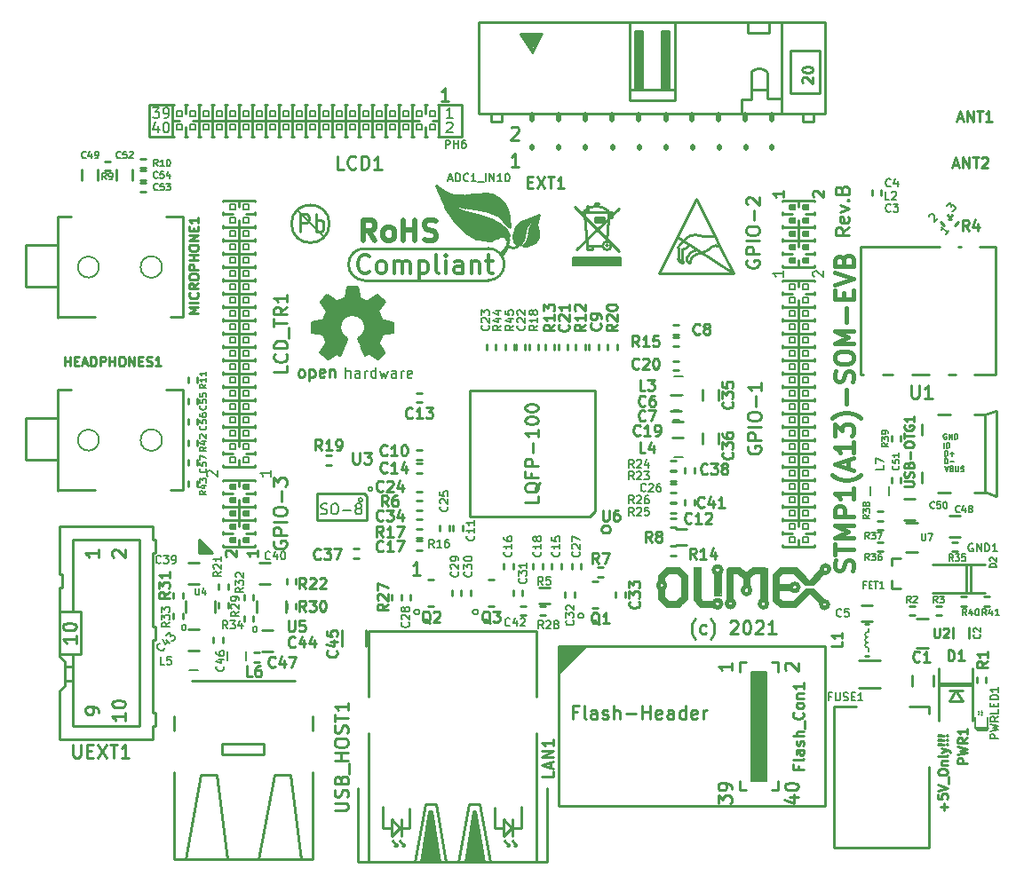
<source format=gbr>
%TF.GenerationSoftware,KiCad,Pcbnew,5.1.6-c6e7f7d~87~ubuntu18.04.1*%
%TF.CreationDate,2021-01-18T13:49:47+02:00*%
%TF.ProjectId,STMP1(A13)-SOM-EVB_Rev_B,53544d50-3128-4413-9133-292d534f4d2d,B*%
%TF.SameCoordinates,Original*%
%TF.FileFunction,Legend,Top*%
%TF.FilePolarity,Positive*%
%FSLAX46Y46*%
G04 Gerber Fmt 4.6, Leading zero omitted, Abs format (unit mm)*
G04 Created by KiCad (PCBNEW 5.1.6-c6e7f7d~87~ubuntu18.04.1) date 2021-01-18 13:49:47*
%MOMM*%
%LPD*%
G01*
G04 APERTURE LIST*
%ADD10C,0.254000*%
%ADD11C,0.222250*%
%ADD12C,0.190500*%
%ADD13C,0.203200*%
%ADD14C,0.444500*%
%ADD15C,0.400000*%
%ADD16C,0.700000*%
%ADD17C,0.500000*%
%ADD18C,0.100000*%
%ADD19C,0.508000*%
%ADD20C,0.150000*%
%ADD21C,0.127000*%
%ADD22C,0.200000*%
%ADD23C,0.420000*%
%ADD24C,0.370000*%
%ADD25C,0.380000*%
%ADD26C,1.000000*%
%ADD27C,0.066040*%
%ADD28C,0.300000*%
%ADD29C,0.050000*%
%ADD30C,0.350000*%
%ADD31C,0.180000*%
%ADD32C,0.158750*%
%ADD33C,0.250000*%
G04 APERTURE END LIST*
D10*
X139364357Y-33721523D02*
X138638642Y-33721523D01*
X139001500Y-33721523D02*
X139001500Y-32451523D01*
X138880547Y-32632952D01*
X138759595Y-32753904D01*
X138638642Y-32814380D01*
X136633857Y-78933523D02*
X135908142Y-78933523D01*
X136271000Y-78933523D02*
X136271000Y-77663523D01*
X136150047Y-77844952D01*
X136029095Y-77965904D01*
X135908142Y-78026380D01*
X145306142Y-36255476D02*
X145366619Y-36195000D01*
X145487571Y-36134523D01*
X145789952Y-36134523D01*
X145910904Y-36195000D01*
X145971380Y-36255476D01*
X146031857Y-36376428D01*
X146031857Y-36497380D01*
X145971380Y-36678809D01*
X145245666Y-37404523D01*
X146031857Y-37404523D01*
X146031857Y-39944523D02*
X145306142Y-39944523D01*
X145669000Y-39944523D02*
X145669000Y-38674523D01*
X145548047Y-38855952D01*
X145427095Y-38976904D01*
X145306142Y-39037380D01*
D11*
X186563000Y-101346000D02*
X186563000Y-100668666D01*
X186901666Y-101007333D02*
X186224333Y-101007333D01*
X186012666Y-99822000D02*
X186012666Y-100245333D01*
X186436000Y-100287666D01*
X186393666Y-100245333D01*
X186351333Y-100160666D01*
X186351333Y-99949000D01*
X186393666Y-99864333D01*
X186436000Y-99822000D01*
X186520666Y-99779666D01*
X186732333Y-99779666D01*
X186817000Y-99822000D01*
X186859333Y-99864333D01*
X186901666Y-99949000D01*
X186901666Y-100160666D01*
X186859333Y-100245333D01*
X186817000Y-100287666D01*
X186012666Y-99525666D02*
X186901666Y-99229333D01*
X186012666Y-98933000D01*
X186986333Y-98848333D02*
X186986333Y-98171000D01*
X186012666Y-97790000D02*
X186012666Y-97620666D01*
X186055000Y-97536000D01*
X186139666Y-97451333D01*
X186309000Y-97409000D01*
X186605333Y-97409000D01*
X186774666Y-97451333D01*
X186859333Y-97536000D01*
X186901666Y-97620666D01*
X186901666Y-97790000D01*
X186859333Y-97874666D01*
X186774666Y-97959333D01*
X186605333Y-98001666D01*
X186309000Y-98001666D01*
X186139666Y-97959333D01*
X186055000Y-97874666D01*
X186012666Y-97790000D01*
X186309000Y-97028000D02*
X186901666Y-97028000D01*
X186393666Y-97028000D02*
X186351333Y-96985666D01*
X186309000Y-96901000D01*
X186309000Y-96774000D01*
X186351333Y-96689333D01*
X186436000Y-96647000D01*
X186901666Y-96647000D01*
X186901666Y-96096666D02*
X186859333Y-96181333D01*
X186774666Y-96223666D01*
X186012666Y-96223666D01*
X186309000Y-95842666D02*
X186901666Y-95631000D01*
X186309000Y-95419333D02*
X186901666Y-95631000D01*
X187113333Y-95715666D01*
X187155666Y-95758000D01*
X187198000Y-95842666D01*
X186817000Y-95080666D02*
X186859333Y-95038333D01*
X186901666Y-95080666D01*
X186859333Y-95123000D01*
X186817000Y-95080666D01*
X186901666Y-95080666D01*
X186563000Y-95080666D02*
X186055000Y-95123000D01*
X186012666Y-95080666D01*
X186055000Y-95038333D01*
X186563000Y-95080666D01*
X186012666Y-95080666D01*
X186817000Y-94657333D02*
X186859333Y-94615000D01*
X186901666Y-94657333D01*
X186859333Y-94699666D01*
X186817000Y-94657333D01*
X186901666Y-94657333D01*
X186563000Y-94657333D02*
X186055000Y-94699666D01*
X186012666Y-94657333D01*
X186055000Y-94615000D01*
X186563000Y-94657333D01*
X186012666Y-94657333D01*
X186817000Y-94234000D02*
X186859333Y-94191666D01*
X186901666Y-94234000D01*
X186859333Y-94276333D01*
X186817000Y-94234000D01*
X186901666Y-94234000D01*
X186563000Y-94234000D02*
X186055000Y-94276333D01*
X186012666Y-94234000D01*
X186055000Y-94191666D01*
X186563000Y-94234000D01*
X186012666Y-94234000D01*
D12*
X186850329Y-43699539D02*
X187183881Y-43365987D01*
X187209539Y-43750855D01*
X187286513Y-43673881D01*
X187363486Y-43648223D01*
X187414802Y-43648223D01*
X187491776Y-43673881D01*
X187620065Y-43802171D01*
X187645723Y-43879144D01*
X187645723Y-43930460D01*
X187620065Y-44007434D01*
X187466118Y-44161381D01*
X187389144Y-44187039D01*
X187337828Y-44187039D01*
X185149302Y-44741197D02*
X185149302Y-44689881D01*
X185174960Y-44612908D01*
X185303250Y-44484618D01*
X185380223Y-44458960D01*
X185431539Y-44458960D01*
X185508513Y-44484618D01*
X185559828Y-44535934D01*
X185611144Y-44638565D01*
X185611144Y-45254354D01*
X185944697Y-44920802D01*
X187036897Y-46089202D02*
X186729002Y-46397097D01*
X186882949Y-46243149D02*
X186344134Y-45704334D01*
X186369792Y-45832623D01*
X186369792Y-45935255D01*
X186344134Y-46012228D01*
D13*
X132070274Y-70726300D02*
G75*
G03*
X132070274Y-70726300I-185854J0D01*
G01*
D12*
X120824171Y-84317114D02*
X120751600Y-84280828D01*
X120715314Y-84244542D01*
X120679028Y-84171971D01*
X120679028Y-83954257D01*
X120715314Y-83881685D01*
X120751600Y-83845400D01*
X120824171Y-83809114D01*
X120933028Y-83809114D01*
X121005600Y-83845400D01*
X121041885Y-83881685D01*
X121078171Y-83954257D01*
X121078171Y-84171971D01*
X121041885Y-84244542D01*
X121005600Y-84280828D01*
X120933028Y-84317114D01*
X120824171Y-84317114D01*
X114055071Y-84164714D02*
X113982500Y-84128428D01*
X113946214Y-84092142D01*
X113909928Y-84019571D01*
X113909928Y-83801857D01*
X113946214Y-83729285D01*
X113982500Y-83693000D01*
X114055071Y-83656714D01*
X114163928Y-83656714D01*
X114236500Y-83693000D01*
X114272785Y-83729285D01*
X114309071Y-83801857D01*
X114309071Y-84019571D01*
X114272785Y-84092142D01*
X114236500Y-84128428D01*
X114163928Y-84164714D01*
X114055071Y-84164714D01*
D10*
X162868428Y-85005333D02*
X162807952Y-84944857D01*
X162687000Y-84763428D01*
X162626523Y-84642476D01*
X162566047Y-84461047D01*
X162505571Y-84158666D01*
X162505571Y-83916761D01*
X162566047Y-83614380D01*
X162626523Y-83432952D01*
X162687000Y-83312000D01*
X162807952Y-83130571D01*
X162868428Y-83070095D01*
X163896523Y-84461047D02*
X163775571Y-84521523D01*
X163533666Y-84521523D01*
X163412714Y-84461047D01*
X163352238Y-84400571D01*
X163291761Y-84279619D01*
X163291761Y-83916761D01*
X163352238Y-83795809D01*
X163412714Y-83735333D01*
X163533666Y-83674857D01*
X163775571Y-83674857D01*
X163896523Y-83735333D01*
X164319857Y-85005333D02*
X164380333Y-84944857D01*
X164501285Y-84763428D01*
X164561761Y-84642476D01*
X164622238Y-84461047D01*
X164682714Y-84158666D01*
X164682714Y-83916761D01*
X164622238Y-83614380D01*
X164561761Y-83432952D01*
X164501285Y-83312000D01*
X164380333Y-83130571D01*
X164319857Y-83070095D01*
X166194619Y-83372476D02*
X166255095Y-83312000D01*
X166376047Y-83251523D01*
X166678428Y-83251523D01*
X166799380Y-83312000D01*
X166859857Y-83372476D01*
X166920333Y-83493428D01*
X166920333Y-83614380D01*
X166859857Y-83795809D01*
X166134142Y-84521523D01*
X166920333Y-84521523D01*
X167706523Y-83251523D02*
X167827476Y-83251523D01*
X167948428Y-83312000D01*
X168008904Y-83372476D01*
X168069380Y-83493428D01*
X168129857Y-83735333D01*
X168129857Y-84037714D01*
X168069380Y-84279619D01*
X168008904Y-84400571D01*
X167948428Y-84461047D01*
X167827476Y-84521523D01*
X167706523Y-84521523D01*
X167585571Y-84461047D01*
X167525095Y-84400571D01*
X167464619Y-84279619D01*
X167404142Y-84037714D01*
X167404142Y-83735333D01*
X167464619Y-83493428D01*
X167525095Y-83372476D01*
X167585571Y-83312000D01*
X167706523Y-83251523D01*
X168613666Y-83372476D02*
X168674142Y-83312000D01*
X168795095Y-83251523D01*
X169097476Y-83251523D01*
X169218428Y-83312000D01*
X169278904Y-83372476D01*
X169339380Y-83493428D01*
X169339380Y-83614380D01*
X169278904Y-83795809D01*
X168553190Y-84521523D01*
X169339380Y-84521523D01*
X170548904Y-84521523D02*
X169823190Y-84521523D01*
X170186047Y-84521523D02*
X170186047Y-83251523D01*
X170065095Y-83432952D01*
X169944142Y-83553904D01*
X169823190Y-83614380D01*
X177485523Y-45768380D02*
X176880761Y-46191714D01*
X177485523Y-46494095D02*
X176215523Y-46494095D01*
X176215523Y-46010285D01*
X176276000Y-45889333D01*
X176336476Y-45828857D01*
X176457428Y-45768380D01*
X176638857Y-45768380D01*
X176759809Y-45828857D01*
X176820285Y-45889333D01*
X176880761Y-46010285D01*
X176880761Y-46494095D01*
X177425047Y-44740285D02*
X177485523Y-44861238D01*
X177485523Y-45103142D01*
X177425047Y-45224095D01*
X177304095Y-45284571D01*
X176820285Y-45284571D01*
X176699333Y-45224095D01*
X176638857Y-45103142D01*
X176638857Y-44861238D01*
X176699333Y-44740285D01*
X176820285Y-44679809D01*
X176941238Y-44679809D01*
X177062190Y-45284571D01*
X176638857Y-44256476D02*
X177485523Y-43954095D01*
X176638857Y-43651714D01*
X177364571Y-43167904D02*
X177425047Y-43107428D01*
X177485523Y-43167904D01*
X177425047Y-43228380D01*
X177364571Y-43167904D01*
X177485523Y-43167904D01*
X176820285Y-42139809D02*
X176880761Y-41958380D01*
X176941238Y-41897904D01*
X177062190Y-41837428D01*
X177243619Y-41837428D01*
X177364571Y-41897904D01*
X177425047Y-41958380D01*
X177485523Y-42079333D01*
X177485523Y-42563142D01*
X176215523Y-42563142D01*
X176215523Y-42139809D01*
X176276000Y-42018857D01*
X176336476Y-41958380D01*
X176457428Y-41897904D01*
X176578380Y-41897904D01*
X176699333Y-41958380D01*
X176759809Y-42018857D01*
X176820285Y-42139809D01*
X176820285Y-42563142D01*
D14*
X177884666Y-78528333D02*
X177969333Y-78274333D01*
X177969333Y-77851000D01*
X177884666Y-77681666D01*
X177800000Y-77597000D01*
X177630666Y-77512333D01*
X177461333Y-77512333D01*
X177292000Y-77597000D01*
X177207333Y-77681666D01*
X177122666Y-77851000D01*
X177038000Y-78189666D01*
X176953333Y-78359000D01*
X176868666Y-78443666D01*
X176699333Y-78528333D01*
X176530000Y-78528333D01*
X176360666Y-78443666D01*
X176276000Y-78359000D01*
X176191333Y-78189666D01*
X176191333Y-77766333D01*
X176276000Y-77512333D01*
X176191333Y-77004333D02*
X176191333Y-75988333D01*
X177969333Y-76496333D02*
X176191333Y-76496333D01*
X177969333Y-75395666D02*
X176191333Y-75395666D01*
X177461333Y-74803000D01*
X176191333Y-74210333D01*
X177969333Y-74210333D01*
X177969333Y-73363666D02*
X176191333Y-73363666D01*
X176191333Y-72686333D01*
X176276000Y-72517000D01*
X176360666Y-72432333D01*
X176530000Y-72347666D01*
X176784000Y-72347666D01*
X176953333Y-72432333D01*
X177038000Y-72517000D01*
X177122666Y-72686333D01*
X177122666Y-73363666D01*
X177969333Y-70654333D02*
X177969333Y-71670333D01*
X177969333Y-71162333D02*
X176191333Y-71162333D01*
X176445333Y-71331666D01*
X176614666Y-71501000D01*
X176699333Y-71670333D01*
X178646666Y-69384333D02*
X178562000Y-69469000D01*
X178308000Y-69638333D01*
X178138666Y-69723000D01*
X177884666Y-69807666D01*
X177461333Y-69892333D01*
X177122666Y-69892333D01*
X176699333Y-69807666D01*
X176445333Y-69723000D01*
X176276000Y-69638333D01*
X176022000Y-69469000D01*
X175937333Y-69384333D01*
X177461333Y-68791666D02*
X177461333Y-67945000D01*
X177969333Y-68961000D02*
X176191333Y-68368333D01*
X177969333Y-67775666D01*
X177969333Y-66251666D02*
X177969333Y-67267666D01*
X177969333Y-66759666D02*
X176191333Y-66759666D01*
X176445333Y-66929000D01*
X176614666Y-67098333D01*
X176699333Y-67267666D01*
X176191333Y-65659000D02*
X176191333Y-64558333D01*
X176868666Y-65151000D01*
X176868666Y-64897000D01*
X176953333Y-64727666D01*
X177038000Y-64643000D01*
X177207333Y-64558333D01*
X177630666Y-64558333D01*
X177800000Y-64643000D01*
X177884666Y-64727666D01*
X177969333Y-64897000D01*
X177969333Y-65405000D01*
X177884666Y-65574333D01*
X177800000Y-65659000D01*
X178646666Y-63965666D02*
X178562000Y-63881000D01*
X178308000Y-63711666D01*
X178138666Y-63627000D01*
X177884666Y-63542333D01*
X177461333Y-63457666D01*
X177122666Y-63457666D01*
X176699333Y-63542333D01*
X176445333Y-63627000D01*
X176276000Y-63711666D01*
X176022000Y-63881000D01*
X175937333Y-63965666D01*
X177292000Y-62611000D02*
X177292000Y-61256333D01*
X177884666Y-60494333D02*
X177969333Y-60240333D01*
X177969333Y-59817000D01*
X177884666Y-59647666D01*
X177800000Y-59563000D01*
X177630666Y-59478333D01*
X177461333Y-59478333D01*
X177292000Y-59563000D01*
X177207333Y-59647666D01*
X177122666Y-59817000D01*
X177038000Y-60155666D01*
X176953333Y-60325000D01*
X176868666Y-60409666D01*
X176699333Y-60494333D01*
X176530000Y-60494333D01*
X176360666Y-60409666D01*
X176276000Y-60325000D01*
X176191333Y-60155666D01*
X176191333Y-59732333D01*
X176276000Y-59478333D01*
X176191333Y-58377666D02*
X176191333Y-58039000D01*
X176276000Y-57869666D01*
X176445333Y-57700333D01*
X176784000Y-57615666D01*
X177376666Y-57615666D01*
X177715333Y-57700333D01*
X177884666Y-57869666D01*
X177969333Y-58039000D01*
X177969333Y-58377666D01*
X177884666Y-58547000D01*
X177715333Y-58716333D01*
X177376666Y-58801000D01*
X176784000Y-58801000D01*
X176445333Y-58716333D01*
X176276000Y-58547000D01*
X176191333Y-58377666D01*
X177969333Y-56853666D02*
X176191333Y-56853666D01*
X177461333Y-56261000D01*
X176191333Y-55668333D01*
X177969333Y-55668333D01*
X177292000Y-54821666D02*
X177292000Y-53467000D01*
X177038000Y-52620333D02*
X177038000Y-52027666D01*
X177969333Y-51773666D02*
X177969333Y-52620333D01*
X176191333Y-52620333D01*
X176191333Y-51773666D01*
X176191333Y-51265666D02*
X177969333Y-50673000D01*
X176191333Y-50080333D01*
X177038000Y-48895000D02*
X177122666Y-48641000D01*
X177207333Y-48556333D01*
X177376666Y-48471666D01*
X177630666Y-48471666D01*
X177800000Y-48556333D01*
X177884666Y-48641000D01*
X177969333Y-48810333D01*
X177969333Y-49487666D01*
X176191333Y-49487666D01*
X176191333Y-48895000D01*
X176276000Y-48725666D01*
X176360666Y-48641000D01*
X176530000Y-48556333D01*
X176699333Y-48556333D01*
X176868666Y-48641000D01*
X176953333Y-48725666D01*
X177038000Y-48895000D01*
X177038000Y-49487666D01*
D10*
X116459000Y-76454000D02*
X116459000Y-76835000D01*
X116332000Y-76327000D02*
X116332000Y-76835000D01*
X116205000Y-76200000D02*
X116205000Y-76835000D01*
X116078000Y-76073000D02*
X116078000Y-76835000D01*
X115951000Y-75946000D02*
X115951000Y-76708000D01*
X115824000Y-75819000D02*
X115824000Y-76835000D01*
X115697000Y-75692000D02*
X115697000Y-76835000D01*
X115570000Y-75565000D02*
X115570000Y-76835000D01*
X116840000Y-76835000D02*
X115570000Y-75565000D01*
X115570000Y-76835000D02*
X116840000Y-76835000D01*
%TO.C,U6*%
X152820000Y-73310000D02*
X153320000Y-72810000D01*
X152820000Y-73310000D02*
X141320000Y-73310000D01*
X153320000Y-61310000D02*
X153320000Y-72810000D01*
X141320000Y-61310000D02*
X153320000Y-61310000D01*
X141320000Y-73310000D02*
X141320000Y-61310000D01*
%TO.C,R4*%
X187060756Y-44764244D02*
X186881150Y-44584639D01*
X187060756Y-44764244D02*
X187240361Y-44943850D01*
X186432138Y-45392862D02*
X186611743Y-45572467D01*
X186432138Y-45392862D02*
X186252533Y-45213257D01*
X187767862Y-45392862D02*
X187588257Y-45572467D01*
X187767862Y-45392862D02*
X187947467Y-45213257D01*
X187139244Y-44764244D02*
X187318850Y-44584639D01*
X187139244Y-44764244D02*
X186959639Y-44943850D01*
%TO.C,R16*%
X136525000Y-75628500D02*
X136271000Y-75628500D01*
X136525000Y-75628500D02*
X136779000Y-75628500D01*
X136525000Y-76517500D02*
X136779000Y-76517500D01*
X136525000Y-76517500D02*
X136271000Y-76517500D01*
D15*
%TO.C,Logo_Olimex*%
X159989147Y-79883000D02*
G75*
G03*
X159989147Y-79883000I-337447J0D01*
G01*
D16*
X159639000Y-79108300D02*
X160147000Y-78600300D01*
X161239200Y-78524100D02*
X161874200Y-79133700D01*
X161848800Y-81089500D02*
X161290000Y-81673700D01*
X163474400Y-81686400D02*
X163017200Y-81229200D01*
X164460200Y-81686400D02*
X163474400Y-81686400D01*
D15*
X165339324Y-81661000D02*
G75*
G03*
X165339324Y-81661000I-366324J0D01*
G01*
D16*
X164973000Y-78968600D02*
X164973000Y-80568800D01*
D15*
X165359218Y-78435200D02*
G75*
G03*
X165359218Y-78435200I-373518J0D01*
G01*
X166564559Y-81635600D02*
G75*
G03*
X166564559Y-81635600I-359659J0D01*
G01*
D16*
X166192200Y-81127600D02*
X166192200Y-78536800D01*
X166192200Y-78536800D02*
X167030400Y-78536800D01*
X167030400Y-78536800D02*
X167640000Y-79044800D01*
X167741600Y-79832200D02*
X167741600Y-79121000D01*
X167817800Y-79044800D02*
X168452800Y-78536800D01*
D15*
X168112518Y-80365600D02*
G75*
G03*
X168112518Y-80365600I-370918J0D01*
G01*
D16*
X168452800Y-78536800D02*
X169341800Y-78536800D01*
D15*
X169717729Y-81648300D02*
G75*
G03*
X169717729Y-81648300I-363229J0D01*
G01*
X175513266Y-81737200D02*
G75*
G03*
X175513266Y-81737200I-329466J0D01*
G01*
D16*
X174853600Y-81381600D02*
X174015400Y-80568800D01*
D17*
X173507400Y-80467200D02*
X174040800Y-80467200D01*
D16*
X172364400Y-81686400D02*
X173507400Y-80568800D01*
X171043600Y-81686400D02*
X172364400Y-81686400D01*
X170611800Y-81254600D02*
X171043600Y-81686400D01*
X170611800Y-79019400D02*
X170611800Y-81254600D01*
X170611800Y-78994000D02*
X171094400Y-78486000D01*
X171142500Y-78511400D02*
X172364400Y-78511400D01*
X172364400Y-78511400D02*
X173456600Y-79578200D01*
D17*
X173482000Y-79692500D02*
X174040800Y-79692500D01*
D16*
X174904400Y-78701900D02*
X174040800Y-79595600D01*
D15*
X175632135Y-78346300D02*
G75*
G03*
X175632135Y-78346300I-359435J0D01*
G01*
D16*
X171831000Y-80086200D02*
X170611800Y-80086200D01*
D15*
X172698659Y-80086200D02*
G75*
G03*
X172698659Y-80086200I-359659J0D01*
G01*
D16*
X160210500Y-81699100D02*
X161251900Y-81699100D01*
X159651700Y-81140300D02*
X159651700Y-80378300D01*
X159639000Y-81127600D02*
X160223200Y-81699100D01*
X159639000Y-79159100D02*
X159639000Y-79400400D01*
X161861500Y-79121000D02*
X161861500Y-81051400D01*
X161239200Y-78511400D02*
X160235900Y-78511400D01*
X169354500Y-78524100D02*
X169354500Y-81127600D01*
X163017200Y-81241900D02*
X163017200Y-78511400D01*
D18*
X163017200Y-78168500D02*
X162737800Y-78168500D01*
X162712400Y-78168500D02*
X162712400Y-81318100D01*
X162725100Y-78168500D02*
X162712400Y-78168500D01*
X162737800Y-78168500D02*
X162725100Y-78168500D01*
X162852100Y-78257400D02*
X162788600Y-78244700D01*
X163334700Y-78168500D02*
X163334700Y-81203800D01*
X163029900Y-78168500D02*
X163334700Y-78168500D01*
X163156900Y-78244700D02*
X163271200Y-78244700D01*
X164655500Y-78854300D02*
X164655500Y-80873600D01*
X165290500Y-80873600D02*
X165290500Y-78854300D01*
X165265100Y-80873600D02*
X165290500Y-80873600D01*
X164655500Y-80873600D02*
X165265100Y-80873600D01*
X164795200Y-80810100D02*
X164731700Y-80810100D01*
X165138100Y-80810100D02*
X165227000Y-80810100D01*
X165874700Y-81216500D02*
X165874700Y-78232000D01*
X167119300Y-78219300D02*
X167703500Y-78701900D01*
X165874700Y-78219300D02*
X167119300Y-78219300D01*
X166027100Y-78282800D02*
X165950900Y-78282800D01*
X169684700Y-81241900D02*
X169684700Y-78232000D01*
X168363900Y-78219300D02*
X167741600Y-78714600D01*
X168389300Y-78219300D02*
X168363900Y-78219300D01*
X169684700Y-78219300D02*
X168389300Y-78219300D01*
X169684700Y-78232000D02*
X169684700Y-78219300D01*
X169532300Y-78295500D02*
X169633900Y-78295500D01*
X172478700Y-78181200D02*
X173736000Y-79425800D01*
X172427900Y-78181200D02*
X172478700Y-78181200D01*
X171056300Y-78181200D02*
X172427900Y-78181200D01*
D10*
%TO.C,Sign_RoHS*%
X146685000Y-47371000D02*
X147193000Y-47371000D01*
X146812000Y-47244000D02*
X147447000Y-47244000D01*
X146939000Y-47117000D02*
X147574000Y-47117000D01*
X146939000Y-46990000D02*
X147701000Y-46990000D01*
X146989800Y-46863000D02*
X147828000Y-46863000D01*
X147066000Y-46736000D02*
X147828000Y-46736000D01*
X147066000Y-46609000D02*
X147828000Y-46609000D01*
X147066000Y-46482000D02*
X147828000Y-46482000D01*
X147066000Y-46355000D02*
X147828000Y-46355000D01*
X147066000Y-46228000D02*
X147828000Y-46228000D01*
X147066000Y-46101000D02*
X147828000Y-46101000D01*
X147066000Y-45974000D02*
X147701000Y-45974000D01*
X147193000Y-45847000D02*
X147701000Y-45847000D01*
X147193000Y-45720000D02*
X147701000Y-45720000D01*
X147574000Y-45212000D02*
X147574000Y-45720000D01*
X147447000Y-45212000D02*
X147447000Y-45720000D01*
X147320000Y-44831000D02*
X147828000Y-44831000D01*
X147193000Y-44958000D02*
X147828000Y-44958000D01*
X146939000Y-45085000D02*
X147701000Y-45085000D01*
X147447000Y-45212000D02*
X146558000Y-45212000D01*
X147574000Y-45212000D02*
X147447000Y-45212000D01*
X147701000Y-45212000D02*
X147574000Y-45212000D01*
X146939000Y-45339000D02*
X146431000Y-45339000D01*
X146812000Y-45466000D02*
X146177000Y-45466000D01*
X146812000Y-45593000D02*
X146050000Y-45593000D01*
X146685000Y-45720000D02*
X145923000Y-45720000D01*
X146685000Y-45847000D02*
X145796000Y-45847000D01*
X146558000Y-45974000D02*
X145796000Y-45974000D01*
X146558000Y-46101000D02*
X145796000Y-46101000D01*
X146558000Y-46228000D02*
X145669000Y-46228000D01*
X146558000Y-46355000D02*
X145669000Y-46355000D01*
X145796000Y-47117000D02*
X146304000Y-47117000D01*
X145796000Y-46990000D02*
X146431000Y-46990000D01*
X145669000Y-46863000D02*
X146431000Y-46863000D01*
X145669000Y-46736000D02*
X146431000Y-46736000D01*
X145796000Y-46609000D02*
X146431000Y-46609000D01*
X146304000Y-46482000D02*
X146304000Y-46990000D01*
X146558000Y-46482000D02*
X146050000Y-47371000D01*
X146304000Y-46482000D02*
X146558000Y-46482000D01*
X145923000Y-46482000D02*
X146304000Y-46482000D01*
X145796000Y-47117000D02*
X145796000Y-47244000D01*
X145796000Y-46990000D02*
X145796000Y-47117000D01*
X145796000Y-46609000D02*
X145796000Y-46990000D01*
X145796000Y-46482000D02*
X145796000Y-46609000D01*
X145923000Y-46482000D02*
X145923000Y-47117000D01*
X145796000Y-46482000D02*
X145923000Y-46482000D01*
X145669000Y-46482000D02*
X145796000Y-46482000D01*
X145669000Y-46736000D02*
X145669000Y-46482000D01*
X145669000Y-46758860D02*
X145669000Y-46736000D01*
X146608800Y-46304200D02*
X146608800Y-46296580D01*
X146225260Y-47373540D02*
X146197320Y-47401480D01*
D19*
X142875000Y-45974000D02*
X141605000Y-45720000D01*
X143256000Y-46101000D02*
X142875000Y-45974000D01*
X143383000Y-45974000D02*
X143256000Y-46101000D01*
X143383000Y-45847000D02*
X143383000Y-45974000D01*
X142875000Y-45593000D02*
X143383000Y-45847000D01*
X142621000Y-45593000D02*
X142875000Y-45593000D01*
X141605000Y-45339000D02*
X142621000Y-45593000D01*
X141097000Y-45339000D02*
X141605000Y-45339000D01*
X140970000Y-45466000D02*
X141097000Y-45339000D01*
X141097000Y-45593000D02*
X140970000Y-45466000D01*
X141732000Y-46101000D02*
X141097000Y-45593000D01*
X142240000Y-46228000D02*
X141732000Y-46101000D01*
X142621000Y-46355000D02*
X142240000Y-46228000D01*
X143256000Y-46355000D02*
X142621000Y-46355000D01*
X143637000Y-46228000D02*
X143256000Y-46355000D01*
X143891000Y-46228000D02*
X143637000Y-46228000D01*
X144018000Y-45974000D02*
X143891000Y-46228000D01*
X143891000Y-45847000D02*
X144018000Y-45974000D01*
X143256000Y-45339000D02*
X143891000Y-45847000D01*
X142240000Y-45085000D02*
X143256000Y-45339000D01*
X141097000Y-44958000D02*
X142240000Y-45085000D01*
X140970000Y-44958000D02*
X141097000Y-44958000D01*
X140843000Y-45085000D02*
X140970000Y-44958000D01*
X140081000Y-44450000D02*
X140843000Y-45085000D01*
X140716000Y-44450000D02*
X139954000Y-44069000D01*
X141452600Y-44704000D02*
X140716000Y-44450000D01*
X142062200Y-44704000D02*
X141452600Y-44704000D01*
X143459200Y-45186600D02*
X142062200Y-44704000D01*
X144145000Y-45593000D02*
X143459200Y-45186600D01*
X144653000Y-46101000D02*
X144145000Y-45593000D01*
X144907000Y-46609000D02*
X144653000Y-46101000D01*
X144653000Y-46355000D02*
X144907000Y-46609000D01*
X144272000Y-46228000D02*
X144653000Y-46355000D01*
X143510000Y-46736000D02*
X144272000Y-46228000D01*
X142621000Y-46736000D02*
X143510000Y-46736000D01*
X141732000Y-46482000D02*
X142621000Y-46736000D01*
X141224000Y-46101000D02*
X141732000Y-46482000D01*
X140335000Y-45212000D02*
X141224000Y-46101000D01*
X140081000Y-44831000D02*
X140335000Y-45212000D01*
X139700000Y-44323000D02*
X140081000Y-44831000D01*
X139570460Y-43815000D02*
X139192000Y-42928540D01*
X139570460Y-44196000D02*
X139570460Y-43815000D01*
X139192000Y-43688000D02*
X139570460Y-44196000D01*
X139065000Y-43180000D02*
X139192000Y-43688000D01*
X138557000Y-42291000D02*
X139065000Y-43180000D01*
X144145000Y-43815000D02*
X142494000Y-43815000D01*
X144018000Y-43434000D02*
X139065000Y-43357800D01*
X144018000Y-43688000D02*
X144018000Y-43434000D01*
X144018000Y-43180000D02*
X144018000Y-43434000D01*
X139446000Y-43180000D02*
X144018000Y-43180000D01*
X139954000Y-43307000D02*
X139446000Y-43180000D01*
X141224000Y-43688000D02*
X139954000Y-43307000D01*
X142367000Y-43815000D02*
X141224000Y-43688000D01*
X142494000Y-43815000D02*
X142367000Y-43815000D01*
X143002000Y-43815000D02*
X142494000Y-43815000D01*
X143637000Y-44196000D02*
X143002000Y-43815000D01*
X144018000Y-43688000D02*
X144399000Y-44196000D01*
X143764000Y-44196000D02*
X144018000Y-43688000D01*
X144399000Y-44577000D02*
X143764000Y-44196000D01*
X144907000Y-45212000D02*
X144399000Y-44577000D01*
X144780000Y-44196000D02*
X144907000Y-45212000D01*
X144526000Y-43688000D02*
X144780000Y-44196000D01*
X144018000Y-43180000D02*
X144526000Y-43688000D01*
X143383000Y-42799000D02*
X144018000Y-43180000D01*
X141732000Y-42799000D02*
X143383000Y-42799000D01*
X140716000Y-42928540D02*
X141732000Y-42799000D01*
X139570460Y-42928540D02*
X140716000Y-42928540D01*
D10*
X138557000Y-42291000D02*
X139570460Y-42928540D01*
X147015200Y-46306740D02*
X146989800Y-46697900D01*
X145935700Y-47498000D02*
X145923000Y-47498000D01*
X146837400Y-47498000D02*
X146481800Y-47498000D01*
X147640040Y-47177960D02*
X147617180Y-47200820D01*
X147955000Y-44577000D02*
X147820380Y-45115480D01*
X146939000Y-44958000D02*
X147955000Y-44577000D01*
X146517360Y-45138340D02*
X146939000Y-44958000D01*
X145742660Y-45877480D02*
X145796000Y-45783500D01*
X145923000Y-47498000D02*
X145625820Y-47078900D01*
X145788380Y-47632620D02*
X145923000Y-47498000D01*
X145034000Y-47498000D02*
X145138140Y-47604680D01*
X144272000Y-48260000D02*
X144762220Y-47769780D01*
X145034000Y-47162720D02*
X145034000Y-47117000D01*
X144399000Y-48387000D02*
X144907000Y-47625000D01*
X140957300Y-43848020D02*
X139570460Y-43434000D01*
X142824200Y-44137580D02*
X142306040Y-44063920D01*
X144099280Y-44645580D02*
X144091660Y-44640500D01*
X145158460Y-45720000D02*
X145155920Y-45717460D01*
X144744440Y-45864780D02*
X144914620Y-46052740D01*
X141879320Y-44533820D02*
X142189200Y-44594780D01*
X139570460Y-43434000D02*
X139852400Y-43781980D01*
X144399000Y-48260000D02*
X144584420Y-48074580D01*
X145056860Y-46944280D02*
X145034000Y-46990000D01*
X145158460Y-45339000D02*
X145158460Y-45720000D01*
X144952720Y-44061380D02*
X145100040Y-44660820D01*
X140754100Y-42740580D02*
X142902940Y-42545000D01*
X138176000Y-41783000D02*
X139037060Y-42402760D01*
X142930880Y-46990000D02*
X143446500Y-46990000D01*
X141025880Y-46286420D02*
X141061440Y-46321980D01*
X138176000Y-41783000D02*
X139042140Y-43898820D01*
X144757140Y-46715680D02*
X145034000Y-46990000D01*
X143984980Y-46769020D02*
X144038320Y-46715680D01*
X131318000Y-50800000D02*
X143129000Y-50800000D01*
X143129000Y-47752000D02*
X131318000Y-47752000D01*
X145669444Y-46760371D02*
G75*
G03*
X145923000Y-47371000I865696J1511D01*
G01*
X147115980Y-45265180D02*
G75*
G03*
X146608800Y-46296580I991420J-1127920D01*
G01*
X146198660Y-47401046D02*
G75*
G03*
X146608800Y-46304200I-1118940J1043506D01*
G01*
X145921212Y-47499791D02*
G75*
G03*
X146225260Y-47373540I-752J431051D01*
G01*
X146487660Y-47493613D02*
G75*
G03*
X146989800Y-46697900I-709440J1003993D01*
G01*
X147369205Y-45359066D02*
G75*
G03*
X147015200Y-46349920I1408755J-1061974D01*
G01*
X146836073Y-47499303D02*
G75*
G03*
X147035520Y-47475140I1327J824263D01*
G01*
X147037503Y-47474453D02*
G75*
G03*
X147617180Y-47200820I-205183J1185493D01*
G01*
X147641054Y-47178974D02*
G75*
G03*
X147955000Y-46421040I-757934J757934D01*
G01*
X147954717Y-46421487D02*
G75*
G03*
X147883880Y-46052740I-992857J447D01*
G01*
X147819852Y-45118136D02*
G75*
G03*
X147883880Y-46052740I1478808J-368184D01*
G01*
X146518000Y-45139511D02*
G75*
G03*
X145796000Y-45783500I601340J-1400909D01*
G01*
X145742206Y-45879321D02*
G75*
G03*
X145542000Y-46634400I1323794J-755079D01*
G01*
X145540126Y-46634901D02*
G75*
G03*
X145625820Y-47078900I1195674J501D01*
G01*
X145496280Y-47753612D02*
G75*
G03*
X145788380Y-47632620I0J413092D01*
G01*
X145138866Y-47603954D02*
G75*
G03*
X145496280Y-47752000I357414J357414D01*
G01*
X144765742Y-47769710D02*
G75*
G03*
X145034000Y-47117000I-653762J650170D01*
G01*
X144528022Y-48387280D02*
G75*
G03*
X145034000Y-47162720I-1228842J1224560D01*
G01*
X140963621Y-43848186D02*
G75*
G03*
X142306040Y-44063920I1812319J6992786D01*
G01*
X144087870Y-44637934D02*
G75*
G03*
X142824200Y-44137580I-2134890J-3545866D01*
G01*
X145154359Y-45715765D02*
G75*
G03*
X144099280Y-44645580I-3831299J-2722035D01*
G01*
X145034845Y-46990069D02*
G75*
G03*
X144914620Y-46052740I-762845J378529D01*
G01*
X144743527Y-45864156D02*
G75*
G03*
X142189200Y-44594780I-3654147J-4148444D01*
G01*
X139852459Y-43783778D02*
G75*
G03*
X141879320Y-44533820I2631381J3997218D01*
G01*
X144586451Y-48075559D02*
G75*
G03*
X145034000Y-46990000I-1086611J1083019D01*
G01*
X145160240Y-45338243D02*
G75*
G03*
X145100040Y-44660820I-3049780J70363D01*
G01*
X144953264Y-44057585D02*
G75*
G03*
X142902940Y-42545000I-2144304J-760715D01*
G01*
X139039048Y-42400522D02*
G75*
G03*
X140754100Y-42740580I1268012J1900222D01*
G01*
X141065067Y-46324013D02*
G75*
G03*
X142930880Y-46990000I1738813J1924813D01*
G01*
X139044536Y-43904447D02*
G75*
G03*
X141025880Y-46286420I8344044J4925607D01*
G01*
X144757140Y-46713140D02*
G75*
G03*
X144038320Y-46715680I-358140J-360680D01*
G01*
X143446500Y-46992066D02*
G75*
G03*
X143984980Y-46769020I0J761526D01*
G01*
X143129000Y-50800000D02*
G75*
G03*
X144653000Y-49276000I0J1524000D01*
G01*
X129794000Y-49276000D02*
G75*
G03*
X131318000Y-50800000I1524000J0D01*
G01*
X131318000Y-47752000D02*
G75*
G03*
X129794000Y-49276000I0J-1524000D01*
G01*
X144653000Y-49276000D02*
G75*
G03*
X143129000Y-47752000I-1524000J0D01*
G01*
D20*
%TO.C,Sign_RecycleBin*%
X155750000Y-48591000D02*
X155750000Y-49353000D01*
X151178000Y-48591000D02*
X155750000Y-48591000D01*
X151178000Y-49353000D02*
X151178000Y-48591000D01*
X155750000Y-49353000D02*
X151178000Y-49353000D01*
X155699200Y-48641800D02*
X151279600Y-48641800D01*
X151228800Y-48743400D02*
X155699200Y-48743400D01*
X155699200Y-48895800D02*
X151279600Y-48895800D01*
X155699200Y-49048200D02*
X151279600Y-49048200D01*
X151228800Y-48794200D02*
X155648400Y-48794200D01*
X151228800Y-48946600D02*
X155699200Y-48946600D01*
X155648400Y-49149800D02*
X151279600Y-49149800D01*
X151228800Y-49251400D02*
X155648400Y-49251400D01*
D10*
X151384000Y-43815000D02*
X155575000Y-48006000D01*
X151511000Y-47879000D02*
X155575000Y-43942000D01*
X152527000Y-47498000D02*
X153924000Y-47498000D01*
X152527000Y-47498000D02*
X152273000Y-44450000D01*
X152019000Y-44323000D02*
X154940000Y-44323000D01*
X153035000Y-47879000D02*
X153035000Y-47625000D01*
X152527000Y-47879000D02*
X153035000Y-47879000D01*
X152527000Y-47498000D02*
X152527000Y-47879000D01*
X154432000Y-46990000D02*
X154559000Y-44958000D01*
X154833609Y-47498000D02*
G75*
G03*
X154833609Y-47498000I-401609J0D01*
G01*
X152654000Y-43688000D02*
X152654000Y-44196000D01*
X152527000Y-43688000D02*
X152654000Y-43688000D01*
X152527000Y-44196000D02*
X152527000Y-43688000D01*
X154940000Y-44831000D02*
X154940000Y-44323000D01*
X154559000Y-44831000D02*
X154940000Y-44831000D01*
X154559000Y-44323000D02*
X154559000Y-44831000D01*
X154686000Y-44450000D02*
X154686000Y-44577000D01*
X154686000Y-44323000D02*
X154813000Y-44704000D01*
X154686000Y-44450000D02*
X154686000Y-44577000D01*
X154813000Y-44450000D02*
X154813000Y-44831000D01*
X154686000Y-44450000D02*
X154813000Y-44450000D01*
X154686000Y-44831000D02*
X154686000Y-44450000D01*
X153289000Y-45212000D02*
X153289000Y-44831000D01*
X154178000Y-45212000D02*
X153289000Y-45212000D01*
X154178000Y-44831000D02*
X154178000Y-45212000D01*
X153289000Y-44831000D02*
X154178000Y-44831000D01*
X153416000Y-44958000D02*
X154051000Y-44958000D01*
X153670000Y-43434000D02*
X153289000Y-43434000D01*
X153670000Y-43561000D02*
X153670000Y-43434000D01*
X153289000Y-43561000D02*
X153670000Y-43561000D01*
X153289000Y-43434000D02*
X153289000Y-43561000D01*
D21*
X154559000Y-47498000D02*
G75*
G03*
X154559000Y-47498000I-127000J0D01*
G01*
D10*
X154559000Y-44196000D02*
G75*
G03*
X152273000Y-44196000I-1143000J-1143000D01*
G01*
%TO.C,Sign_PB-Free*%
X127964037Y-45405040D02*
G75*
G03*
X127964037Y-45405040I-1802237J0D01*
G01*
D22*
X125001020Y-44241720D02*
X127434340Y-46662340D01*
D23*
%TO.C,Logo_OSHW*%
X128948180Y-57833260D02*
X129499360Y-56410860D01*
D24*
X128602740Y-57647840D02*
X128920240Y-57853580D01*
D15*
X127812800Y-58196480D02*
X128592580Y-57665620D01*
D25*
X127236220Y-57658000D02*
X127800100Y-58196480D01*
D24*
X127251460Y-57658000D02*
X127784860Y-56824880D01*
X127426720Y-55897780D02*
X127784860Y-56781700D01*
X126448820Y-55656480D02*
X127398780Y-55874920D01*
D25*
X126458980Y-54879240D02*
X126453900Y-55666640D01*
D24*
X126446280Y-54866540D02*
X127464820Y-54686200D01*
X127495300Y-54650640D02*
X127843280Y-53784500D01*
X127266700Y-52882800D02*
X127822960Y-53733700D01*
D25*
X127256540Y-52859940D02*
X127756920Y-52326540D01*
D24*
X127805180Y-52301140D02*
X128633220Y-52953920D01*
X128694180Y-52943760D02*
X129540000Y-52537360D01*
X129799080Y-51503580D02*
X129593340Y-52517040D01*
X129791460Y-51490880D02*
X130576320Y-51490880D01*
X130558540Y-51511200D02*
X130771900Y-52529740D01*
X130771900Y-52529740D02*
X131673600Y-52979320D01*
X131686300Y-52974240D02*
X132590540Y-52339800D01*
X132590540Y-52341780D02*
X133144260Y-52887880D01*
X133144260Y-52890420D02*
X132527040Y-53680360D01*
X132527040Y-53680360D02*
X132867400Y-54617620D01*
X132867400Y-54617620D02*
X133949440Y-54846220D01*
X133949440Y-54846220D02*
X133949440Y-55681880D01*
X133949440Y-55681880D02*
X132935980Y-55852060D01*
X132935980Y-55852060D02*
X132529580Y-56763920D01*
X132580380Y-58211720D02*
X131744720Y-57645300D01*
X131744720Y-57645300D02*
X131406900Y-57830720D01*
X131406900Y-57830720D02*
X130832860Y-56390540D01*
X132529580Y-56763920D02*
X133149340Y-57650380D01*
X132595620Y-58204100D02*
X133149340Y-57658000D01*
D20*
X129029460Y-58013600D02*
X129679700Y-56344820D01*
X128645920Y-57810400D02*
X128991360Y-58031380D01*
X128633220Y-57800240D02*
X127807720Y-58364120D01*
X127800100Y-58371740D02*
X127078740Y-57678320D01*
X127071120Y-57675780D02*
X127668020Y-56812180D01*
X126309120Y-55768240D02*
X127381000Y-55963820D01*
X126309120Y-54775100D02*
X126309120Y-55760620D01*
X126306580Y-54772560D02*
X127477520Y-54569360D01*
X127375920Y-54574440D02*
X127711200Y-53741320D01*
X127114300Y-52890420D02*
X127708660Y-53743860D01*
X127093980Y-52854860D02*
X127767080Y-52141120D01*
X127779780Y-52138580D02*
X128750060Y-52854860D01*
X128714500Y-52786280D02*
X129618740Y-52407820D01*
X129702560Y-51391820D02*
X129501900Y-52417980D01*
X129712720Y-51384200D02*
X130677920Y-51384200D01*
X130677920Y-51384200D02*
X130903980Y-52555140D01*
X130893820Y-52473860D02*
X131699000Y-52811680D01*
X131579620Y-52859940D02*
X132590540Y-52186840D01*
X132595620Y-52184300D02*
X133289040Y-52875180D01*
X133294120Y-52882800D02*
X132590540Y-53873400D01*
X132679440Y-53764180D02*
X133045200Y-54632860D01*
X133982460Y-55534560D02*
X132875020Y-55758080D01*
X134066280Y-54792880D02*
X134063740Y-55750460D01*
X132928360Y-55981600D02*
X134051040Y-55770780D01*
X133032500Y-55948580D02*
X132651500Y-56929020D01*
X132999480Y-57584340D02*
X132514340Y-58115200D01*
X132603240Y-58359040D02*
X133286500Y-57668160D01*
X131716780Y-57744360D02*
X132593080Y-58364120D01*
X132580380Y-58049160D02*
X131759960Y-57520840D01*
X131897120Y-57716420D02*
X131368800Y-58044080D01*
X131368800Y-58044080D02*
X130982720Y-57063640D01*
X130977640Y-56365140D02*
X131505960Y-57746900D01*
X126601220Y-54963060D02*
X126601220Y-55613300D01*
X126458980Y-55018940D02*
X127574040Y-54772560D01*
X127988060Y-53751480D02*
X127601980Y-54749700D01*
X127993140Y-53756560D02*
X127391160Y-52847240D01*
X127749300Y-52402740D02*
X128633220Y-53124100D01*
X131020820Y-56423560D02*
X131198620Y-56301640D01*
X131198620Y-56301640D02*
X131574540Y-55590440D01*
X131574540Y-55590440D02*
X131574540Y-55072280D01*
X131579620Y-55084980D02*
X131345940Y-54411880D01*
X131345940Y-54411880D02*
X130835400Y-53982620D01*
X130835400Y-53982620D02*
X130020060Y-53822600D01*
X130020060Y-53814980D02*
X129148840Y-54244240D01*
X129148840Y-54244240D02*
X128729740Y-54975760D01*
X128724660Y-54980840D02*
X128856740Y-55803800D01*
X128861820Y-55834280D02*
X128955800Y-56004460D01*
X128861820Y-55834280D02*
X128955800Y-56004460D01*
X129085340Y-56055260D02*
X129344420Y-56393080D01*
X129453640Y-56169560D02*
X129679700Y-56344820D01*
X130954780Y-56172100D02*
X130700780Y-56337200D01*
X130817620Y-56626760D02*
X130695700Y-56342280D01*
X128638300Y-53121560D02*
X129621280Y-52628800D01*
X128968500Y-56034940D02*
X129275840Y-56301640D01*
D26*
X127952500Y-57464960D02*
X128805940Y-56443880D01*
X126916180Y-55260240D02*
X128333500Y-55199280D01*
X127901700Y-52974240D02*
X128963420Y-54081680D01*
X130162300Y-51998880D02*
X130167380Y-53512720D01*
X132427980Y-53055520D02*
X131315460Y-54122320D01*
X133418580Y-55239920D02*
X131950460Y-55326280D01*
X128628140Y-57292240D02*
X128993900Y-56530240D01*
X127962660Y-56393080D02*
X128526540Y-55913020D01*
X127713740Y-55747920D02*
X128419860Y-55620920D01*
X128038860Y-54503320D02*
X128480820Y-54663340D01*
X128214120Y-54023260D02*
X128671320Y-54312820D01*
X129212340Y-53246020D02*
X129387600Y-53604160D01*
X129646680Y-52986940D02*
X129814320Y-53596540D01*
X130911600Y-53002180D02*
X130690620Y-53687980D01*
X131498340Y-53253640D02*
X131079240Y-53840380D01*
X132367020Y-54122320D02*
X131711700Y-54488080D01*
X132608320Y-54815740D02*
X131886960Y-54963060D01*
X131772660Y-55973980D02*
X132382260Y-56080660D01*
X131452620Y-56393080D02*
X132069840Y-56720740D01*
X131338320Y-56530240D02*
X132519420Y-57543700D01*
X131338320Y-56438800D02*
X131671060Y-57170320D01*
D24*
X130843020Y-56388000D02*
G75*
G03*
X131213860Y-54523640I-746760J1117600D01*
G01*
X131224020Y-54538880D02*
G75*
G03*
X129298700Y-54340760I-1061720J-863600D01*
G01*
X129273300Y-54366160D02*
G75*
G03*
X129349500Y-56220360I965200J-889000D01*
G01*
D10*
%TO.C,Sign_Antistatic*%
X161607500Y-48895000D02*
X161544000Y-48895000D01*
X161607500Y-48895000D02*
X161607500Y-47879000D01*
X161671000Y-49085500D02*
X161671000Y-48958500D01*
X161226500Y-47688500D02*
X161226500Y-48768000D01*
X162179000Y-49085500D02*
X162331400Y-49085500D01*
X165163500Y-47498000D02*
X164846000Y-47498000D01*
X163537900Y-46609000D02*
X164719000Y-46609000D01*
X161163000Y-46672500D02*
X166497000Y-50165000D01*
X164719000Y-46609000D02*
X162941000Y-43053000D01*
X165163500Y-47498000D02*
X164719000Y-46609000D01*
X166497000Y-50165000D02*
X165163500Y-47498000D01*
X159385000Y-50165000D02*
X166497000Y-50165000D01*
X162941000Y-43053000D02*
X159385000Y-50165000D01*
X161544000Y-48895000D02*
G75*
G03*
X161417000Y-49022000I0J-127000D01*
G01*
X161671000Y-48958500D02*
G75*
G03*
X161607500Y-48895000I-63500J0D01*
G01*
X161609929Y-49151545D02*
G75*
G03*
X161671000Y-49085500I-2429J63505D01*
G01*
X161226500Y-48768000D02*
G75*
G03*
X161607500Y-49149000I381000J0D01*
G01*
X161415952Y-47372575D02*
G75*
G03*
X161226500Y-47688500I168688J-315925D01*
G01*
X161418451Y-47371142D02*
G75*
G03*
X161734500Y-47053500I-478971J792622D01*
G01*
X161609065Y-47880845D02*
G75*
G03*
X162306000Y-47434500I-153965J1007685D01*
G01*
X162052932Y-48641674D02*
G75*
G03*
X162052000Y-48958500I316568J-159346D01*
G01*
X162052033Y-48958600D02*
G75*
G03*
X162179000Y-49085500I190467J63600D01*
G01*
X163380725Y-48197493D02*
G75*
G03*
X162941000Y-48323500I825195J-3709947D01*
G01*
X162941085Y-48324965D02*
G75*
G03*
X162369500Y-49085500I284395J-808795D01*
G01*
X163003292Y-47880166D02*
G75*
G03*
X162052000Y-48641000I285688J-1332334D01*
G01*
X163515539Y-48134576D02*
G75*
G03*
X164338000Y-47688500I-147819J1253796D01*
G01*
X164846699Y-47498474D02*
G75*
G03*
X164338000Y-47688500I-64199J-604046D01*
G01*
X163322085Y-46547114D02*
G75*
G03*
X163537900Y-46609000I182795J230214D01*
G01*
X163321279Y-46545678D02*
G75*
G03*
X161734500Y-47053500I-466639J-1274902D01*
G01*
%TO.C,USB_HOST1*%
X113146080Y-105999720D02*
X114245900Y-105999720D01*
X114245000Y-106000000D02*
X118245000Y-106000000D01*
X118245000Y-106000000D02*
X126345000Y-106000000D01*
X126345000Y-106000000D02*
X126345000Y-97700000D01*
X126343920Y-93698500D02*
X126343920Y-92400560D01*
X124645000Y-89000000D02*
X114845000Y-89000000D01*
X113146080Y-92400560D02*
X113146080Y-93698500D01*
X113145000Y-97700000D02*
X113145000Y-106000000D01*
X114245900Y-105999720D02*
X115747040Y-97998720D01*
X115747040Y-97998720D02*
X117245640Y-97998720D01*
X117245640Y-97998720D02*
X118246400Y-105999720D01*
X121243600Y-105999720D02*
X122744740Y-97998720D01*
X122744740Y-97998720D02*
X124243340Y-97998720D01*
X124243340Y-97998720D02*
X125244100Y-105999720D01*
X117746020Y-94998980D02*
X117746020Y-95999740D01*
X117746020Y-95999740D02*
X121743980Y-95999740D01*
X121743980Y-95999740D02*
X121743980Y-94998980D01*
X121743980Y-94998980D02*
X117746020Y-94998980D01*
%TO.C,U1*%
X191489000Y-47621000D02*
X191489000Y-59821000D01*
X186139000Y-47621000D02*
X178589000Y-47621000D01*
X178589000Y-47621000D02*
X178589000Y-59821000D01*
X191489000Y-59821000D02*
X189489000Y-59821000D01*
X191489000Y-47621000D02*
X189939000Y-47621000D01*
X178589000Y-59821000D02*
X178889000Y-59821000D01*
X180739000Y-59821000D02*
X181639000Y-59821000D01*
X183489000Y-59821000D02*
X185139000Y-59821000D01*
X186989000Y-59821000D02*
X187689000Y-59821000D01*
X187939000Y-47621000D02*
X188139000Y-47621000D01*
%TO.C,GPIO-3*%
X119380000Y-69850000D02*
X117856000Y-69850000D01*
X118745000Y-71120000D02*
X117856000Y-71120000D01*
X119380000Y-72390000D02*
X117856000Y-72390000D01*
X119380000Y-73660000D02*
X117856000Y-73660000D01*
X118745000Y-74930000D02*
X117856000Y-74930000D01*
X120904000Y-69850000D02*
X119380000Y-69850000D01*
X120904000Y-71120000D02*
X120015000Y-71120000D01*
X120904000Y-72390000D02*
X119380000Y-72390000D01*
X120904000Y-73660000D02*
X119380000Y-73660000D01*
X120904000Y-74930000D02*
X120015000Y-74930000D01*
X117856000Y-74930000D02*
X117856000Y-74803000D01*
X117856000Y-75057000D02*
X117856000Y-74930000D01*
X117856000Y-73660000D02*
X117856000Y-73533000D01*
X117856000Y-73787000D02*
X117856000Y-73660000D01*
X117856000Y-72390000D02*
X117856000Y-72263000D01*
X117856000Y-72517000D02*
X117856000Y-72390000D01*
X117856000Y-71120000D02*
X117856000Y-70993000D01*
X117856000Y-71247000D02*
X117856000Y-71120000D01*
X117856000Y-69977000D02*
X117856000Y-69850000D01*
X120904000Y-69977000D02*
X120904000Y-69850000D01*
X120904000Y-71120000D02*
X120904000Y-70993000D01*
X120904000Y-71247000D02*
X120904000Y-71120000D01*
X120904000Y-72390000D02*
X120904000Y-72263000D01*
X120904000Y-72517000D02*
X120904000Y-72390000D01*
X120904000Y-73660000D02*
X120904000Y-73533000D01*
X120904000Y-73787000D02*
X120904000Y-73660000D01*
X120904000Y-74930000D02*
X120904000Y-74803000D01*
X120904000Y-75057000D02*
X120904000Y-74930000D01*
X119380000Y-70485000D02*
X119380000Y-69850000D01*
X119380000Y-72390000D02*
X119380000Y-71755000D01*
X119380000Y-73660000D02*
X119380000Y-72390000D01*
X119380000Y-74295000D02*
X119380000Y-73660000D01*
X119380000Y-76200000D02*
X119380000Y-75565000D01*
X120904000Y-76200000D02*
X120904000Y-76073000D01*
X119380000Y-76200000D02*
X120904000Y-76200000D01*
X117856000Y-76200000D02*
X119380000Y-76200000D01*
X117856000Y-76073000D02*
X117856000Y-76200000D01*
D27*
X120269000Y-70739000D02*
X119761000Y-70739000D01*
X119761000Y-70739000D02*
X119761000Y-70231000D01*
X120269000Y-70231000D02*
X119761000Y-70231000D01*
X120269000Y-70739000D02*
X120269000Y-70231000D01*
X120269000Y-72009000D02*
X119761000Y-72009000D01*
X119761000Y-72009000D02*
X119761000Y-71501000D01*
X120269000Y-71501000D02*
X119761000Y-71501000D01*
X120269000Y-72009000D02*
X120269000Y-71501000D01*
X120269000Y-73279000D02*
X119761000Y-73279000D01*
X119761000Y-73279000D02*
X119761000Y-72771000D01*
X120269000Y-72771000D02*
X119761000Y-72771000D01*
X120269000Y-73279000D02*
X120269000Y-72771000D01*
X120269000Y-74549000D02*
X119761000Y-74549000D01*
X119761000Y-74549000D02*
X119761000Y-74041000D01*
X120269000Y-74041000D02*
X119761000Y-74041000D01*
X120269000Y-74549000D02*
X120269000Y-74041000D01*
X120269000Y-75819000D02*
X119761000Y-75819000D01*
X119761000Y-75819000D02*
X119761000Y-75311000D01*
X120269000Y-75311000D02*
X119761000Y-75311000D01*
X120269000Y-75819000D02*
X120269000Y-75311000D01*
X118999000Y-70739000D02*
X118491000Y-70739000D01*
X118491000Y-70739000D02*
X118491000Y-70231000D01*
X118999000Y-70231000D02*
X118491000Y-70231000D01*
X118999000Y-70739000D02*
X118999000Y-70231000D01*
X118999000Y-72009000D02*
X118491000Y-72009000D01*
X118491000Y-72009000D02*
X118491000Y-71501000D01*
X118999000Y-71501000D02*
X118491000Y-71501000D01*
X118999000Y-72009000D02*
X118999000Y-71501000D01*
X118999000Y-73279000D02*
X118491000Y-73279000D01*
X118491000Y-73279000D02*
X118491000Y-72771000D01*
X118999000Y-72771000D02*
X118491000Y-72771000D01*
X118999000Y-73279000D02*
X118999000Y-72771000D01*
X118999000Y-74549000D02*
X118491000Y-74549000D01*
X118491000Y-74549000D02*
X118491000Y-74041000D01*
X118999000Y-74041000D02*
X118491000Y-74041000D01*
X118999000Y-74549000D02*
X118999000Y-74041000D01*
X118999000Y-75819000D02*
X118491000Y-75819000D01*
X118491000Y-75819000D02*
X118491000Y-75311000D01*
X118999000Y-75311000D02*
X118491000Y-75311000D01*
X118999000Y-75819000D02*
X118999000Y-75311000D01*
D10*
X118872000Y-75692000D02*
X118618000Y-75692000D01*
D28*
X118872000Y-75438000D02*
X118872000Y-75692000D01*
D10*
X118618000Y-75438000D02*
X118872000Y-75438000D01*
D28*
X118618000Y-75692000D02*
X118618000Y-75438000D01*
D10*
X118872000Y-74422000D02*
X118618000Y-74422000D01*
D28*
X118872000Y-74168000D02*
X118872000Y-74422000D01*
D10*
X118618000Y-74168000D02*
X118872000Y-74168000D01*
D28*
X118618000Y-74422000D02*
X118618000Y-74168000D01*
D10*
X118872000Y-73152000D02*
X118618000Y-73152000D01*
D28*
X118872000Y-72898000D02*
X118872000Y-73152000D01*
D10*
X118618000Y-72898000D02*
X118872000Y-72898000D01*
D28*
X118618000Y-73152000D02*
X118618000Y-72898000D01*
D10*
X118872000Y-71882000D02*
X118618000Y-71882000D01*
D28*
X118872000Y-71628000D02*
X118872000Y-71882000D01*
D10*
X118618000Y-71628000D02*
X118872000Y-71628000D01*
D28*
X118618000Y-71882000D02*
X118618000Y-71628000D01*
D10*
X118872000Y-70612000D02*
X118618000Y-70612000D01*
D28*
X118872000Y-70358000D02*
X118872000Y-70612000D01*
D10*
X118618000Y-70358000D02*
X118872000Y-70358000D01*
D28*
X118618000Y-70612000D02*
X118618000Y-70358000D01*
X120142000Y-70358000D02*
X120142000Y-70612000D01*
D10*
X119888000Y-70358000D02*
X120142000Y-70358000D01*
D28*
X119888000Y-70612000D02*
X119888000Y-70358000D01*
D10*
X120142000Y-70612000D02*
X119888000Y-70612000D01*
X120142000Y-71882000D02*
X119888000Y-71882000D01*
D28*
X120142000Y-71628000D02*
X120142000Y-71882000D01*
D10*
X119888000Y-71628000D02*
X120142000Y-71628000D01*
D28*
X119888000Y-71882000D02*
X119888000Y-71628000D01*
D10*
X120142000Y-73152000D02*
X119888000Y-73152000D01*
D28*
X120142000Y-72898000D02*
X120142000Y-73152000D01*
D10*
X119888000Y-72898000D02*
X120142000Y-72898000D01*
D28*
X119888000Y-73152000D02*
X119888000Y-72898000D01*
D10*
X120142000Y-74422000D02*
X119888000Y-74422000D01*
D28*
X120142000Y-74168000D02*
X120142000Y-74422000D01*
D10*
X119888000Y-74168000D02*
X120142000Y-74168000D01*
D28*
X119888000Y-74422000D02*
X119888000Y-74168000D01*
D10*
X120142000Y-75692000D02*
X119888000Y-75692000D01*
D28*
X120142000Y-75438000D02*
X120142000Y-75692000D01*
D10*
X119888000Y-75438000D02*
X120142000Y-75438000D01*
D28*
X119888000Y-75692000D02*
X119888000Y-75438000D01*
D10*
%TO.C,GPIO-2*%
X172720000Y-49530000D02*
X174244000Y-49530000D01*
X173355000Y-48260000D02*
X174244000Y-48260000D01*
X172720000Y-46990000D02*
X174244000Y-46990000D01*
X172720000Y-45720000D02*
X174244000Y-45720000D01*
X173355000Y-44450000D02*
X174244000Y-44450000D01*
X171196000Y-49530000D02*
X172720000Y-49530000D01*
X171196000Y-48260000D02*
X172085000Y-48260000D01*
X171196000Y-46990000D02*
X172720000Y-46990000D01*
X171196000Y-45720000D02*
X172720000Y-45720000D01*
X171196000Y-44450000D02*
X172085000Y-44450000D01*
X174244000Y-44450000D02*
X174244000Y-44577000D01*
X174244000Y-44323000D02*
X174244000Y-44450000D01*
X174244000Y-45720000D02*
X174244000Y-45847000D01*
X174244000Y-45593000D02*
X174244000Y-45720000D01*
X174244000Y-46990000D02*
X174244000Y-47117000D01*
X174244000Y-46863000D02*
X174244000Y-46990000D01*
X174244000Y-48260000D02*
X174244000Y-48387000D01*
X174244000Y-48133000D02*
X174244000Y-48260000D01*
X174244000Y-49403000D02*
X174244000Y-49530000D01*
X171196000Y-49403000D02*
X171196000Y-49530000D01*
X171196000Y-48260000D02*
X171196000Y-48387000D01*
X171196000Y-48133000D02*
X171196000Y-48260000D01*
X171196000Y-46990000D02*
X171196000Y-47117000D01*
X171196000Y-46863000D02*
X171196000Y-46990000D01*
X171196000Y-45720000D02*
X171196000Y-45847000D01*
X171196000Y-45593000D02*
X171196000Y-45720000D01*
X171196000Y-44450000D02*
X171196000Y-44577000D01*
X171196000Y-44323000D02*
X171196000Y-44450000D01*
X172720000Y-48895000D02*
X172720000Y-49530000D01*
X172720000Y-46990000D02*
X172720000Y-47625000D01*
X172720000Y-45720000D02*
X172720000Y-46990000D01*
X172720000Y-45085000D02*
X172720000Y-45720000D01*
X172720000Y-43180000D02*
X172720000Y-43815000D01*
X171196000Y-43180000D02*
X171196000Y-43307000D01*
X172720000Y-43180000D02*
X171196000Y-43180000D01*
X174244000Y-43180000D02*
X172720000Y-43180000D01*
X174244000Y-43307000D02*
X174244000Y-43180000D01*
D27*
X171831000Y-48641000D02*
X172339000Y-48641000D01*
X172339000Y-48641000D02*
X172339000Y-49149000D01*
X171831000Y-49149000D02*
X172339000Y-49149000D01*
X171831000Y-48641000D02*
X171831000Y-49149000D01*
X171831000Y-47371000D02*
X172339000Y-47371000D01*
X172339000Y-47371000D02*
X172339000Y-47879000D01*
X171831000Y-47879000D02*
X172339000Y-47879000D01*
X171831000Y-47371000D02*
X171831000Y-47879000D01*
X171831000Y-46101000D02*
X172339000Y-46101000D01*
X172339000Y-46101000D02*
X172339000Y-46609000D01*
X171831000Y-46609000D02*
X172339000Y-46609000D01*
X171831000Y-46101000D02*
X171831000Y-46609000D01*
X171831000Y-44831000D02*
X172339000Y-44831000D01*
X172339000Y-44831000D02*
X172339000Y-45339000D01*
X171831000Y-45339000D02*
X172339000Y-45339000D01*
X171831000Y-44831000D02*
X171831000Y-45339000D01*
X171831000Y-43561000D02*
X172339000Y-43561000D01*
X172339000Y-43561000D02*
X172339000Y-44069000D01*
X171831000Y-44069000D02*
X172339000Y-44069000D01*
X171831000Y-43561000D02*
X171831000Y-44069000D01*
X173101000Y-48641000D02*
X173609000Y-48641000D01*
X173609000Y-48641000D02*
X173609000Y-49149000D01*
X173101000Y-49149000D02*
X173609000Y-49149000D01*
X173101000Y-48641000D02*
X173101000Y-49149000D01*
X173101000Y-47371000D02*
X173609000Y-47371000D01*
X173609000Y-47371000D02*
X173609000Y-47879000D01*
X173101000Y-47879000D02*
X173609000Y-47879000D01*
X173101000Y-47371000D02*
X173101000Y-47879000D01*
X173101000Y-46101000D02*
X173609000Y-46101000D01*
X173609000Y-46101000D02*
X173609000Y-46609000D01*
X173101000Y-46609000D02*
X173609000Y-46609000D01*
X173101000Y-46101000D02*
X173101000Y-46609000D01*
X173101000Y-44831000D02*
X173609000Y-44831000D01*
X173609000Y-44831000D02*
X173609000Y-45339000D01*
X173101000Y-45339000D02*
X173609000Y-45339000D01*
X173101000Y-44831000D02*
X173101000Y-45339000D01*
X173101000Y-43561000D02*
X173609000Y-43561000D01*
X173609000Y-43561000D02*
X173609000Y-44069000D01*
X173101000Y-44069000D02*
X173609000Y-44069000D01*
X173101000Y-43561000D02*
X173101000Y-44069000D01*
D10*
X173228000Y-43688000D02*
X173482000Y-43688000D01*
D28*
X173228000Y-43942000D02*
X173228000Y-43688000D01*
D10*
X173482000Y-43942000D02*
X173228000Y-43942000D01*
D28*
X173482000Y-43688000D02*
X173482000Y-43942000D01*
D10*
X173228000Y-44958000D02*
X173482000Y-44958000D01*
D28*
X173228000Y-45212000D02*
X173228000Y-44958000D01*
D10*
X173482000Y-45212000D02*
X173228000Y-45212000D01*
D28*
X173482000Y-44958000D02*
X173482000Y-45212000D01*
D10*
X173228000Y-46228000D02*
X173482000Y-46228000D01*
D28*
X173228000Y-46482000D02*
X173228000Y-46228000D01*
D10*
X173482000Y-46482000D02*
X173228000Y-46482000D01*
D28*
X173482000Y-46228000D02*
X173482000Y-46482000D01*
D10*
X173228000Y-47498000D02*
X173482000Y-47498000D01*
D28*
X173228000Y-47752000D02*
X173228000Y-47498000D01*
D10*
X173482000Y-47752000D02*
X173228000Y-47752000D01*
D28*
X173482000Y-47498000D02*
X173482000Y-47752000D01*
D10*
X173228000Y-48768000D02*
X173482000Y-48768000D01*
D28*
X173228000Y-49022000D02*
X173228000Y-48768000D01*
D10*
X173482000Y-49022000D02*
X173228000Y-49022000D01*
D28*
X173482000Y-48768000D02*
X173482000Y-49022000D01*
X171958000Y-49022000D02*
X171958000Y-48768000D01*
D10*
X172212000Y-49022000D02*
X171958000Y-49022000D01*
D28*
X172212000Y-48768000D02*
X172212000Y-49022000D01*
D10*
X171958000Y-48768000D02*
X172212000Y-48768000D01*
X171958000Y-47498000D02*
X172212000Y-47498000D01*
D28*
X171958000Y-47752000D02*
X171958000Y-47498000D01*
D10*
X172212000Y-47752000D02*
X171958000Y-47752000D01*
D28*
X172212000Y-47498000D02*
X172212000Y-47752000D01*
D10*
X171958000Y-46228000D02*
X172212000Y-46228000D01*
D28*
X171958000Y-46482000D02*
X171958000Y-46228000D01*
D10*
X172212000Y-46482000D02*
X171958000Y-46482000D01*
D28*
X172212000Y-46228000D02*
X172212000Y-46482000D01*
D10*
X171958000Y-44958000D02*
X172212000Y-44958000D01*
D28*
X171958000Y-45212000D02*
X171958000Y-44958000D01*
D10*
X172212000Y-45212000D02*
X171958000Y-45212000D01*
D28*
X172212000Y-44958000D02*
X172212000Y-45212000D01*
D10*
X171958000Y-43688000D02*
X172212000Y-43688000D01*
D28*
X171958000Y-43942000D02*
X171958000Y-43688000D01*
D10*
X172212000Y-43942000D02*
X171958000Y-43942000D01*
D28*
X172212000Y-43688000D02*
X172212000Y-43942000D01*
D10*
%TO.C,LCD_TR1*%
X118745000Y-44450000D02*
X117856000Y-44450000D01*
X120904000Y-44450000D02*
X120015000Y-44450000D01*
X119380000Y-45720000D02*
X117856000Y-45720000D01*
X119380000Y-46990000D02*
X117856000Y-46990000D01*
X119380000Y-48260000D02*
X117856000Y-48260000D01*
X119380000Y-49530000D02*
X117856000Y-49530000D01*
X119380000Y-50800000D02*
X117856000Y-50800000D01*
X119380000Y-52070000D02*
X117856000Y-52070000D01*
X119380000Y-53340000D02*
X117856000Y-53340000D01*
X119380000Y-54610000D02*
X117856000Y-54610000D01*
X120904000Y-45720000D02*
X119380000Y-45720000D01*
X120904000Y-46990000D02*
X119380000Y-46990000D01*
X120904000Y-48260000D02*
X119380000Y-48260000D01*
X120904000Y-49530000D02*
X119380000Y-49530000D01*
X120904000Y-50800000D02*
X119380000Y-50800000D01*
X120904000Y-52070000D02*
X119380000Y-52070000D01*
X120904000Y-53340000D02*
X119380000Y-53340000D01*
X120904000Y-54610000D02*
X119380000Y-54610000D01*
X117856000Y-54610000D02*
X117856000Y-54483000D01*
X117856000Y-54737000D02*
X117856000Y-54610000D01*
X117856000Y-53340000D02*
X117856000Y-53213000D01*
X117856000Y-53467000D02*
X117856000Y-53340000D01*
X117856000Y-52070000D02*
X117856000Y-51943000D01*
X117856000Y-52197000D02*
X117856000Y-52070000D01*
X117856000Y-50800000D02*
X117856000Y-50673000D01*
X117856000Y-50927000D02*
X117856000Y-50800000D01*
X117856000Y-49530000D02*
X117856000Y-49403000D01*
X117856000Y-49657000D02*
X117856000Y-49530000D01*
X117856000Y-48260000D02*
X117856000Y-48133000D01*
X117856000Y-48387000D02*
X117856000Y-48260000D01*
X117856000Y-46990000D02*
X117856000Y-46863000D01*
X117856000Y-47117000D02*
X117856000Y-46990000D01*
X117856000Y-45720000D02*
X117856000Y-45593000D01*
X117856000Y-45847000D02*
X117856000Y-45720000D01*
X117856000Y-44577000D02*
X117856000Y-44323000D01*
X120904000Y-44450000D02*
X120904000Y-44323000D01*
X120904000Y-44577000D02*
X120904000Y-44450000D01*
X120904000Y-45720000D02*
X120904000Y-45593000D01*
X120904000Y-45847000D02*
X120904000Y-45720000D01*
X120904000Y-46990000D02*
X120904000Y-46863000D01*
X120904000Y-47117000D02*
X120904000Y-46990000D01*
X120904000Y-48260000D02*
X120904000Y-48133000D01*
X120904000Y-48387000D02*
X120904000Y-48260000D01*
X120904000Y-49530000D02*
X120904000Y-49403000D01*
X120904000Y-49657000D02*
X120904000Y-49530000D01*
X120904000Y-50800000D02*
X120904000Y-50673000D01*
X120904000Y-50927000D02*
X120904000Y-50800000D01*
X120904000Y-52070000D02*
X120904000Y-51943000D01*
X120904000Y-52197000D02*
X120904000Y-52070000D01*
X120904000Y-53340000D02*
X120904000Y-53213000D01*
X120904000Y-53467000D02*
X120904000Y-53340000D01*
X120904000Y-54610000D02*
X120904000Y-54483000D01*
X120904000Y-54737000D02*
X120904000Y-54610000D01*
X119380000Y-43815000D02*
X119380000Y-43180000D01*
X119380000Y-45720000D02*
X119380000Y-45085000D01*
X119380000Y-46990000D02*
X119380000Y-45720000D01*
X119380000Y-48260000D02*
X119380000Y-46990000D01*
X119380000Y-49530000D02*
X119380000Y-48260000D01*
X119380000Y-50800000D02*
X119380000Y-49530000D01*
X119380000Y-52070000D02*
X119380000Y-50800000D01*
X119380000Y-53340000D02*
X119380000Y-52070000D01*
X119380000Y-54610000D02*
X119380000Y-53340000D01*
X119380000Y-55880000D02*
X119380000Y-54610000D01*
X120904000Y-43180000D02*
X120904000Y-43307000D01*
X119380000Y-43180000D02*
X120904000Y-43180000D01*
X117856000Y-43180000D02*
X119380000Y-43180000D01*
X117856000Y-43307000D02*
X117856000Y-43180000D01*
X120904000Y-55880000D02*
X120904000Y-55753000D01*
X117856000Y-55753000D02*
X117856000Y-55880000D01*
D21*
X120269000Y-44069000D02*
X119761000Y-44069000D01*
X119761000Y-44069000D02*
X119761000Y-43561000D01*
X120269000Y-43561000D02*
X119761000Y-43561000D01*
X120269000Y-44069000D02*
X120269000Y-43561000D01*
X120269000Y-45339000D02*
X119761000Y-45339000D01*
X119761000Y-45339000D02*
X119761000Y-44831000D01*
X120269000Y-44831000D02*
X119761000Y-44831000D01*
X120269000Y-45339000D02*
X120269000Y-44831000D01*
X120269000Y-46609000D02*
X119761000Y-46609000D01*
X119761000Y-46609000D02*
X119761000Y-46101000D01*
X120269000Y-46101000D02*
X119761000Y-46101000D01*
X120269000Y-46609000D02*
X120269000Y-46101000D01*
X120269000Y-47879000D02*
X119761000Y-47879000D01*
X119761000Y-47879000D02*
X119761000Y-47371000D01*
X120269000Y-47371000D02*
X119761000Y-47371000D01*
X120269000Y-47879000D02*
X120269000Y-47371000D01*
X120269000Y-49149000D02*
X119761000Y-49149000D01*
X119761000Y-49149000D02*
X119761000Y-48641000D01*
X120269000Y-48641000D02*
X119761000Y-48641000D01*
X120269000Y-49149000D02*
X120269000Y-48641000D01*
X120269000Y-50419000D02*
X119761000Y-50419000D01*
X119761000Y-50419000D02*
X119761000Y-49911000D01*
X120269000Y-49911000D02*
X119761000Y-49911000D01*
X120269000Y-50419000D02*
X120269000Y-49911000D01*
X120269000Y-51689000D02*
X119761000Y-51689000D01*
X119761000Y-51689000D02*
X119761000Y-51181000D01*
X120269000Y-51181000D02*
X119761000Y-51181000D01*
X120269000Y-51689000D02*
X120269000Y-51181000D01*
X120269000Y-52959000D02*
X119761000Y-52959000D01*
X119761000Y-52959000D02*
X119761000Y-52451000D01*
X120269000Y-52451000D02*
X119761000Y-52451000D01*
X120269000Y-52959000D02*
X120269000Y-52451000D01*
X120269000Y-54229000D02*
X119761000Y-54229000D01*
X119761000Y-54229000D02*
X119761000Y-53721000D01*
X120269000Y-53721000D02*
X119761000Y-53721000D01*
X120269000Y-54229000D02*
X120269000Y-53721000D01*
X120269000Y-55499000D02*
X119761000Y-55499000D01*
X119761000Y-55499000D02*
X119761000Y-54991000D01*
X120269000Y-54991000D02*
X119761000Y-54991000D01*
X120269000Y-55499000D02*
X120269000Y-54991000D01*
X118999000Y-44069000D02*
X118491000Y-44069000D01*
X118491000Y-44069000D02*
X118491000Y-43561000D01*
X118999000Y-43561000D02*
X118491000Y-43561000D01*
X118999000Y-44069000D02*
X118999000Y-43561000D01*
X118999000Y-45339000D02*
X118491000Y-45339000D01*
X118491000Y-45339000D02*
X118491000Y-44831000D01*
X118999000Y-44831000D02*
X118491000Y-44831000D01*
X118999000Y-45339000D02*
X118999000Y-44831000D01*
X118999000Y-46609000D02*
X118491000Y-46609000D01*
X118491000Y-46609000D02*
X118491000Y-46101000D01*
X118999000Y-46101000D02*
X118491000Y-46101000D01*
X118999000Y-46609000D02*
X118999000Y-46101000D01*
X118999000Y-47879000D02*
X118491000Y-47879000D01*
X118491000Y-47879000D02*
X118491000Y-47371000D01*
X118999000Y-47371000D02*
X118491000Y-47371000D01*
X118999000Y-47879000D02*
X118999000Y-47371000D01*
X118999000Y-49149000D02*
X118491000Y-49149000D01*
X118491000Y-49149000D02*
X118491000Y-48641000D01*
X118999000Y-48641000D02*
X118491000Y-48641000D01*
X118999000Y-49149000D02*
X118999000Y-48641000D01*
X118999000Y-50419000D02*
X118491000Y-50419000D01*
X118491000Y-50419000D02*
X118491000Y-49911000D01*
X118999000Y-49911000D02*
X118491000Y-49911000D01*
X118999000Y-50419000D02*
X118999000Y-49911000D01*
X118999000Y-51689000D02*
X118491000Y-51689000D01*
X118491000Y-51689000D02*
X118491000Y-51181000D01*
X118999000Y-51181000D02*
X118491000Y-51181000D01*
X118999000Y-51689000D02*
X118999000Y-51181000D01*
X118999000Y-52959000D02*
X118491000Y-52959000D01*
X118491000Y-52959000D02*
X118491000Y-52451000D01*
X118999000Y-52451000D02*
X118491000Y-52451000D01*
X118999000Y-52959000D02*
X118999000Y-52451000D01*
X118999000Y-54229000D02*
X118491000Y-54229000D01*
X118491000Y-54229000D02*
X118491000Y-53721000D01*
X118999000Y-53721000D02*
X118491000Y-53721000D01*
X118999000Y-54229000D02*
X118999000Y-53721000D01*
X118999000Y-55499000D02*
X118491000Y-55499000D01*
X118491000Y-55499000D02*
X118491000Y-54991000D01*
X118999000Y-54991000D02*
X118491000Y-54991000D01*
X118999000Y-55499000D02*
X118999000Y-54991000D01*
X118999000Y-68199000D02*
X118999000Y-67691000D01*
X118999000Y-67691000D02*
X118491000Y-67691000D01*
X118491000Y-68199000D02*
X118491000Y-67691000D01*
X118999000Y-68199000D02*
X118491000Y-68199000D01*
X118999000Y-66929000D02*
X118999000Y-66421000D01*
X118999000Y-66421000D02*
X118491000Y-66421000D01*
X118491000Y-66929000D02*
X118491000Y-66421000D01*
X118999000Y-66929000D02*
X118491000Y-66929000D01*
X118999000Y-65659000D02*
X118999000Y-65151000D01*
X118999000Y-65151000D02*
X118491000Y-65151000D01*
X118491000Y-65659000D02*
X118491000Y-65151000D01*
X118999000Y-65659000D02*
X118491000Y-65659000D01*
X118999000Y-64389000D02*
X118999000Y-63881000D01*
X118999000Y-63881000D02*
X118491000Y-63881000D01*
X118491000Y-64389000D02*
X118491000Y-63881000D01*
X118999000Y-64389000D02*
X118491000Y-64389000D01*
X118999000Y-63119000D02*
X118999000Y-62611000D01*
X118999000Y-62611000D02*
X118491000Y-62611000D01*
X118491000Y-63119000D02*
X118491000Y-62611000D01*
X118999000Y-63119000D02*
X118491000Y-63119000D01*
X118999000Y-61849000D02*
X118999000Y-61341000D01*
X118999000Y-61341000D02*
X118491000Y-61341000D01*
X118491000Y-61849000D02*
X118491000Y-61341000D01*
X118999000Y-61849000D02*
X118491000Y-61849000D01*
X118999000Y-60579000D02*
X118999000Y-60071000D01*
X118999000Y-60071000D02*
X118491000Y-60071000D01*
X118491000Y-60579000D02*
X118491000Y-60071000D01*
X118999000Y-60579000D02*
X118491000Y-60579000D01*
X118999000Y-59309000D02*
X118999000Y-58801000D01*
X118999000Y-58801000D02*
X118491000Y-58801000D01*
X118491000Y-59309000D02*
X118491000Y-58801000D01*
X118999000Y-59309000D02*
X118491000Y-59309000D01*
X118999000Y-58039000D02*
X118999000Y-57531000D01*
X118999000Y-57531000D02*
X118491000Y-57531000D01*
X118491000Y-58039000D02*
X118491000Y-57531000D01*
X118999000Y-58039000D02*
X118491000Y-58039000D01*
X118999000Y-56769000D02*
X118999000Y-56261000D01*
X118999000Y-56261000D02*
X118491000Y-56261000D01*
X118491000Y-56769000D02*
X118491000Y-56261000D01*
X118999000Y-56769000D02*
X118491000Y-56769000D01*
X120269000Y-68199000D02*
X120269000Y-67691000D01*
X120269000Y-67691000D02*
X119761000Y-67691000D01*
X119761000Y-68199000D02*
X119761000Y-67691000D01*
X120269000Y-68199000D02*
X119761000Y-68199000D01*
X120269000Y-66929000D02*
X120269000Y-66421000D01*
X120269000Y-66421000D02*
X119761000Y-66421000D01*
X119761000Y-66929000D02*
X119761000Y-66421000D01*
X120269000Y-66929000D02*
X119761000Y-66929000D01*
X120269000Y-65659000D02*
X120269000Y-65151000D01*
X120269000Y-65151000D02*
X119761000Y-65151000D01*
X119761000Y-65659000D02*
X119761000Y-65151000D01*
X120269000Y-65659000D02*
X119761000Y-65659000D01*
X120269000Y-64389000D02*
X120269000Y-63881000D01*
X120269000Y-63881000D02*
X119761000Y-63881000D01*
X119761000Y-64389000D02*
X119761000Y-63881000D01*
X120269000Y-64389000D02*
X119761000Y-64389000D01*
X120269000Y-63119000D02*
X120269000Y-62611000D01*
X120269000Y-62611000D02*
X119761000Y-62611000D01*
X119761000Y-63119000D02*
X119761000Y-62611000D01*
X120269000Y-63119000D02*
X119761000Y-63119000D01*
X120269000Y-61849000D02*
X120269000Y-61341000D01*
X120269000Y-61341000D02*
X119761000Y-61341000D01*
X119761000Y-61849000D02*
X119761000Y-61341000D01*
X120269000Y-61849000D02*
X119761000Y-61849000D01*
X120269000Y-60579000D02*
X120269000Y-60071000D01*
X120269000Y-60071000D02*
X119761000Y-60071000D01*
X119761000Y-60579000D02*
X119761000Y-60071000D01*
X120269000Y-60579000D02*
X119761000Y-60579000D01*
X120269000Y-59309000D02*
X120269000Y-58801000D01*
X120269000Y-58801000D02*
X119761000Y-58801000D01*
X119761000Y-59309000D02*
X119761000Y-58801000D01*
X120269000Y-59309000D02*
X119761000Y-59309000D01*
X120269000Y-58039000D02*
X120269000Y-57531000D01*
X120269000Y-57531000D02*
X119761000Y-57531000D01*
X119761000Y-58039000D02*
X119761000Y-57531000D01*
X120269000Y-58039000D02*
X119761000Y-58039000D01*
X120269000Y-56769000D02*
X120269000Y-56261000D01*
X120269000Y-56261000D02*
X119761000Y-56261000D01*
X119761000Y-56769000D02*
X119761000Y-56261000D01*
X120269000Y-56769000D02*
X119761000Y-56769000D01*
D10*
X117856000Y-68453000D02*
X117856000Y-68580000D01*
X117856000Y-68580000D02*
X119380000Y-68580000D01*
X119380000Y-68580000D02*
X120904000Y-68580000D01*
X120904000Y-68580000D02*
X120904000Y-68453000D01*
X117856000Y-56007000D02*
X117856000Y-55880000D01*
X117856000Y-55880000D02*
X119380000Y-55880000D01*
X119380000Y-55880000D02*
X120904000Y-55880000D01*
X120904000Y-55880000D02*
X120904000Y-56007000D01*
X119380000Y-68580000D02*
X119380000Y-67945000D01*
X119380000Y-66675000D02*
X119380000Y-66040000D01*
X119380000Y-66040000D02*
X119380000Y-64770000D01*
X119380000Y-64770000D02*
X119380000Y-63500000D01*
X119380000Y-63500000D02*
X119380000Y-62230000D01*
X119380000Y-62230000D02*
X119380000Y-60960000D01*
X119380000Y-60960000D02*
X119380000Y-59690000D01*
X119380000Y-59690000D02*
X119380000Y-58420000D01*
X119380000Y-58420000D02*
X119380000Y-57150000D01*
X119380000Y-57150000D02*
X119380000Y-55880000D01*
X120904000Y-67437000D02*
X120904000Y-67310000D01*
X120904000Y-67310000D02*
X120904000Y-67183000D01*
X120904000Y-66167000D02*
X120904000Y-66040000D01*
X120904000Y-66040000D02*
X120904000Y-65913000D01*
X120904000Y-64897000D02*
X120904000Y-64770000D01*
X120904000Y-64770000D02*
X120904000Y-64643000D01*
X120904000Y-63627000D02*
X120904000Y-63500000D01*
X120904000Y-63500000D02*
X120904000Y-63373000D01*
X120904000Y-62357000D02*
X120904000Y-62230000D01*
X120904000Y-62230000D02*
X120904000Y-62103000D01*
X120904000Y-61087000D02*
X120904000Y-60960000D01*
X120904000Y-60960000D02*
X120904000Y-60833000D01*
X120904000Y-59817000D02*
X120904000Y-59690000D01*
X120904000Y-59690000D02*
X120904000Y-59563000D01*
X120904000Y-58547000D02*
X120904000Y-58420000D01*
X120904000Y-58420000D02*
X120904000Y-58293000D01*
X120904000Y-57277000D02*
X120904000Y-57150000D01*
X120904000Y-57150000D02*
X120904000Y-57023000D01*
X117856000Y-57277000D02*
X117856000Y-57023000D01*
X117856000Y-58547000D02*
X117856000Y-58420000D01*
X117856000Y-58420000D02*
X117856000Y-58293000D01*
X117856000Y-59817000D02*
X117856000Y-59690000D01*
X117856000Y-59690000D02*
X117856000Y-59563000D01*
X117856000Y-61087000D02*
X117856000Y-60960000D01*
X117856000Y-60960000D02*
X117856000Y-60833000D01*
X117856000Y-62357000D02*
X117856000Y-62230000D01*
X117856000Y-62230000D02*
X117856000Y-62103000D01*
X117856000Y-63627000D02*
X117856000Y-63500000D01*
X117856000Y-63500000D02*
X117856000Y-63373000D01*
X117856000Y-64897000D02*
X117856000Y-64770000D01*
X117856000Y-64770000D02*
X117856000Y-64643000D01*
X117856000Y-66167000D02*
X117856000Y-66040000D01*
X117856000Y-66040000D02*
X117856000Y-65913000D01*
X117856000Y-67437000D02*
X117856000Y-67310000D01*
X117856000Y-67310000D02*
X117856000Y-67183000D01*
X120904000Y-67310000D02*
X120015000Y-67310000D01*
X120904000Y-66040000D02*
X119380000Y-66040000D01*
X120904000Y-64770000D02*
X119380000Y-64770000D01*
X120904000Y-63500000D02*
X119380000Y-63500000D01*
X120904000Y-62230000D02*
X119380000Y-62230000D01*
X120904000Y-60960000D02*
X119380000Y-60960000D01*
X120904000Y-59690000D02*
X119380000Y-59690000D01*
X120904000Y-58420000D02*
X119380000Y-58420000D01*
X118745000Y-67310000D02*
X117856000Y-67310000D01*
X119380000Y-66040000D02*
X117856000Y-66040000D01*
X119380000Y-64770000D02*
X117856000Y-64770000D01*
X119380000Y-63500000D02*
X117856000Y-63500000D01*
X119380000Y-62230000D02*
X117856000Y-62230000D01*
X119380000Y-60960000D02*
X117856000Y-60960000D01*
X119380000Y-59690000D02*
X117856000Y-59690000D01*
X119380000Y-58420000D02*
X117856000Y-58420000D01*
X120904000Y-57150000D02*
X119380000Y-57150000D01*
X119380000Y-57150000D02*
X117856000Y-57150000D01*
%TO.C,GPIO-1*%
X172720000Y-62229999D02*
X174244000Y-62229999D01*
X171196000Y-62229999D02*
X172720000Y-62229999D01*
X172720000Y-60959999D02*
X174244000Y-60959999D01*
X172720000Y-59689999D02*
X174244000Y-59689999D01*
X172720000Y-58419999D02*
X174244000Y-58419999D01*
X172720000Y-57149999D02*
X174244000Y-57149999D01*
X172720000Y-55879999D02*
X174244000Y-55879999D01*
X172720000Y-54609999D02*
X174244000Y-54609999D01*
X172720000Y-53339999D02*
X174244000Y-53339999D01*
X173355000Y-52069999D02*
X174244000Y-52069999D01*
X171196000Y-60959999D02*
X172720000Y-60959999D01*
X171196000Y-59689999D02*
X172720000Y-59689999D01*
X171196000Y-58419999D02*
X172720000Y-58419999D01*
X171196000Y-57149999D02*
X172720000Y-57149999D01*
X171196000Y-55879999D02*
X172720000Y-55879999D01*
X171196000Y-54609999D02*
X172720000Y-54609999D01*
X171196000Y-53339999D02*
X172720000Y-53339999D01*
X171196000Y-52069999D02*
X172085000Y-52069999D01*
X174244000Y-52069999D02*
X174244000Y-52196999D01*
X174244000Y-51942999D02*
X174244000Y-52069999D01*
X174244000Y-53339999D02*
X174244000Y-53466999D01*
X174244000Y-53212999D02*
X174244000Y-53339999D01*
X174244000Y-54609999D02*
X174244000Y-54736999D01*
X174244000Y-54482999D02*
X174244000Y-54609999D01*
X174244000Y-55879999D02*
X174244000Y-56006999D01*
X174244000Y-55752999D02*
X174244000Y-55879999D01*
X174244000Y-57149999D02*
X174244000Y-57276999D01*
X174244000Y-57022999D02*
X174244000Y-57149999D01*
X174244000Y-58419999D02*
X174244000Y-58546999D01*
X174244000Y-58292999D02*
X174244000Y-58419999D01*
X174244000Y-59689999D02*
X174244000Y-59816999D01*
X174244000Y-59562999D02*
X174244000Y-59689999D01*
X174244000Y-60959999D02*
X174244000Y-61086999D01*
X174244000Y-60832999D02*
X174244000Y-60959999D01*
X174244000Y-62102999D02*
X174244000Y-62356999D01*
X171196000Y-62229999D02*
X171196000Y-62356999D01*
X171196000Y-62102999D02*
X171196000Y-62229999D01*
X171196000Y-60959999D02*
X171196000Y-61086999D01*
X171196000Y-60832999D02*
X171196000Y-60959999D01*
X171196000Y-59689999D02*
X171196000Y-59816999D01*
X171196000Y-59562999D02*
X171196000Y-59689999D01*
X171196000Y-58419999D02*
X171196000Y-58546999D01*
X171196000Y-58292999D02*
X171196000Y-58419999D01*
X171196000Y-57149999D02*
X171196000Y-57276999D01*
X171196000Y-57022999D02*
X171196000Y-57149999D01*
X171196000Y-55879999D02*
X171196000Y-56006999D01*
X171196000Y-55752999D02*
X171196000Y-55879999D01*
X171196000Y-54609999D02*
X171196000Y-54736999D01*
X171196000Y-54482999D02*
X171196000Y-54609999D01*
X171196000Y-53339999D02*
X171196000Y-53466999D01*
X171196000Y-53212999D02*
X171196000Y-53339999D01*
X171196000Y-52069999D02*
X171196000Y-52196999D01*
X171196000Y-51942999D02*
X171196000Y-52069999D01*
X172720000Y-62229999D02*
X172720000Y-63499999D01*
X172720000Y-60959999D02*
X172720000Y-62229999D01*
X172720000Y-59689999D02*
X172720000Y-60959999D01*
X172720000Y-58419999D02*
X172720000Y-59689999D01*
X172720000Y-57149999D02*
X172720000Y-58419999D01*
X172720000Y-55879999D02*
X172720000Y-57149999D01*
X172720000Y-54609999D02*
X172720000Y-55879999D01*
X172720000Y-53339999D02*
X172720000Y-54609999D01*
X172720000Y-52704999D02*
X172720000Y-53339999D01*
X172720000Y-50799999D02*
X172720000Y-51434999D01*
X171196000Y-63499999D02*
X171196000Y-63372999D01*
X172720000Y-63499999D02*
X171196000Y-63499999D01*
X174244000Y-63499999D02*
X172720000Y-63499999D01*
X174244000Y-63372999D02*
X174244000Y-63499999D01*
X171196000Y-50799999D02*
X171196000Y-50926999D01*
X172720000Y-50799999D02*
X171196000Y-50799999D01*
X174244000Y-50799999D02*
X172720000Y-50799999D01*
X174244000Y-50926999D02*
X174244000Y-50799999D01*
D21*
X171831000Y-62610999D02*
X172339000Y-62610999D01*
X172339000Y-62610999D02*
X172339000Y-63118999D01*
X171831000Y-63118999D02*
X172339000Y-63118999D01*
X171831000Y-62610999D02*
X171831000Y-63118999D01*
X171831000Y-61340999D02*
X172339000Y-61340999D01*
X172339000Y-61340999D02*
X172339000Y-61848999D01*
X171831000Y-61848999D02*
X172339000Y-61848999D01*
X171831000Y-61340999D02*
X171831000Y-61848999D01*
X171831000Y-60070999D02*
X172339000Y-60070999D01*
X172339000Y-60070999D02*
X172339000Y-60578999D01*
X171831000Y-60578999D02*
X172339000Y-60578999D01*
X171831000Y-60070999D02*
X171831000Y-60578999D01*
X171831000Y-58800999D02*
X172339000Y-58800999D01*
X172339000Y-58800999D02*
X172339000Y-59308999D01*
X171831000Y-59308999D02*
X172339000Y-59308999D01*
X171831000Y-58800999D02*
X171831000Y-59308999D01*
X171831000Y-57530999D02*
X172339000Y-57530999D01*
X172339000Y-57530999D02*
X172339000Y-58038999D01*
X171831000Y-58038999D02*
X172339000Y-58038999D01*
X171831000Y-57530999D02*
X171831000Y-58038999D01*
X171831000Y-56260999D02*
X172339000Y-56260999D01*
X172339000Y-56260999D02*
X172339000Y-56768999D01*
X171831000Y-56768999D02*
X172339000Y-56768999D01*
X171831000Y-56260999D02*
X171831000Y-56768999D01*
X171831000Y-54990999D02*
X172339000Y-54990999D01*
X172339000Y-54990999D02*
X172339000Y-55498999D01*
X171831000Y-55498999D02*
X172339000Y-55498999D01*
X171831000Y-54990999D02*
X171831000Y-55498999D01*
X171831000Y-53720999D02*
X172339000Y-53720999D01*
X172339000Y-53720999D02*
X172339000Y-54228999D01*
X171831000Y-54228999D02*
X172339000Y-54228999D01*
X171831000Y-53720999D02*
X171831000Y-54228999D01*
X171831000Y-52450999D02*
X172339000Y-52450999D01*
X172339000Y-52450999D02*
X172339000Y-52958999D01*
X171831000Y-52958999D02*
X172339000Y-52958999D01*
X171831000Y-52450999D02*
X171831000Y-52958999D01*
X171831000Y-51180999D02*
X172339000Y-51180999D01*
X172339000Y-51180999D02*
X172339000Y-51688999D01*
X171831000Y-51688999D02*
X172339000Y-51688999D01*
X171831000Y-51180999D02*
X171831000Y-51688999D01*
X173101000Y-62610999D02*
X173609000Y-62610999D01*
X173609000Y-62610999D02*
X173609000Y-63118999D01*
X173101000Y-63118999D02*
X173609000Y-63118999D01*
X173101000Y-62610999D02*
X173101000Y-63118999D01*
X173101000Y-61340999D02*
X173609000Y-61340999D01*
X173609000Y-61340999D02*
X173609000Y-61848999D01*
X173101000Y-61848999D02*
X173609000Y-61848999D01*
X173101000Y-61340999D02*
X173101000Y-61848999D01*
X173101000Y-60070999D02*
X173609000Y-60070999D01*
X173609000Y-60070999D02*
X173609000Y-60578999D01*
X173101000Y-60578999D02*
X173609000Y-60578999D01*
X173101000Y-60070999D02*
X173101000Y-60578999D01*
X173101000Y-58800999D02*
X173609000Y-58800999D01*
X173609000Y-58800999D02*
X173609000Y-59308999D01*
X173101000Y-59308999D02*
X173609000Y-59308999D01*
X173101000Y-58800999D02*
X173101000Y-59308999D01*
X173101000Y-57530999D02*
X173609000Y-57530999D01*
X173609000Y-57530999D02*
X173609000Y-58038999D01*
X173101000Y-58038999D02*
X173609000Y-58038999D01*
X173101000Y-57530999D02*
X173101000Y-58038999D01*
X173101000Y-56260999D02*
X173609000Y-56260999D01*
X173609000Y-56260999D02*
X173609000Y-56768999D01*
X173101000Y-56768999D02*
X173609000Y-56768999D01*
X173101000Y-56260999D02*
X173101000Y-56768999D01*
X173101000Y-54990999D02*
X173609000Y-54990999D01*
X173609000Y-54990999D02*
X173609000Y-55498999D01*
X173101000Y-55498999D02*
X173609000Y-55498999D01*
X173101000Y-54990999D02*
X173101000Y-55498999D01*
X173101000Y-53720999D02*
X173609000Y-53720999D01*
X173609000Y-53720999D02*
X173609000Y-54228999D01*
X173101000Y-54228999D02*
X173609000Y-54228999D01*
X173101000Y-53720999D02*
X173101000Y-54228999D01*
X173101000Y-52450999D02*
X173609000Y-52450999D01*
X173609000Y-52450999D02*
X173609000Y-52958999D01*
X173101000Y-52958999D02*
X173609000Y-52958999D01*
X173101000Y-52450999D02*
X173101000Y-52958999D01*
X173101000Y-51180999D02*
X173609000Y-51180999D01*
X173609000Y-51180999D02*
X173609000Y-51688999D01*
X173101000Y-51688999D02*
X173609000Y-51688999D01*
X173101000Y-51180999D02*
X173101000Y-51688999D01*
X173101000Y-63880999D02*
X173101000Y-64388999D01*
X173101000Y-64388999D02*
X173609000Y-64388999D01*
X173609000Y-63880999D02*
X173609000Y-64388999D01*
X173101000Y-63880999D02*
X173609000Y-63880999D01*
X173101000Y-65150999D02*
X173101000Y-65658999D01*
X173101000Y-65658999D02*
X173609000Y-65658999D01*
X173609000Y-65150999D02*
X173609000Y-65658999D01*
X173101000Y-65150999D02*
X173609000Y-65150999D01*
X173101000Y-66420999D02*
X173101000Y-66928999D01*
X173101000Y-66928999D02*
X173609000Y-66928999D01*
X173609000Y-66420999D02*
X173609000Y-66928999D01*
X173101000Y-66420999D02*
X173609000Y-66420999D01*
X173101000Y-67690999D02*
X173101000Y-68198999D01*
X173101000Y-68198999D02*
X173609000Y-68198999D01*
X173609000Y-67690999D02*
X173609000Y-68198999D01*
X173101000Y-67690999D02*
X173609000Y-67690999D01*
X173101000Y-68960999D02*
X173101000Y-69468999D01*
X173101000Y-69468999D02*
X173609000Y-69468999D01*
X173609000Y-68960999D02*
X173609000Y-69468999D01*
X173101000Y-68960999D02*
X173609000Y-68960999D01*
X173101000Y-70230999D02*
X173101000Y-70738999D01*
X173101000Y-70738999D02*
X173609000Y-70738999D01*
X173609000Y-70230999D02*
X173609000Y-70738999D01*
X173101000Y-70230999D02*
X173609000Y-70230999D01*
X173101000Y-71500999D02*
X173101000Y-72008999D01*
X173101000Y-72008999D02*
X173609000Y-72008999D01*
X173609000Y-71500999D02*
X173609000Y-72008999D01*
X173101000Y-71500999D02*
X173609000Y-71500999D01*
X173101000Y-72770999D02*
X173101000Y-73278999D01*
X173101000Y-73278999D02*
X173609000Y-73278999D01*
X173609000Y-72770999D02*
X173609000Y-73278999D01*
X173101000Y-72770999D02*
X173609000Y-72770999D01*
X173101000Y-74040999D02*
X173101000Y-74548999D01*
X173101000Y-74548999D02*
X173609000Y-74548999D01*
X173609000Y-74040999D02*
X173609000Y-74548999D01*
X173101000Y-74040999D02*
X173609000Y-74040999D01*
X173101000Y-75310999D02*
X173101000Y-75818999D01*
X173101000Y-75818999D02*
X173609000Y-75818999D01*
X173609000Y-75310999D02*
X173609000Y-75818999D01*
X173101000Y-75310999D02*
X173609000Y-75310999D01*
X171831000Y-63880999D02*
X171831000Y-64388999D01*
X171831000Y-64388999D02*
X172339000Y-64388999D01*
X172339000Y-63880999D02*
X172339000Y-64388999D01*
X171831000Y-63880999D02*
X172339000Y-63880999D01*
X171831000Y-65150999D02*
X171831000Y-65658999D01*
X171831000Y-65658999D02*
X172339000Y-65658999D01*
X172339000Y-65150999D02*
X172339000Y-65658999D01*
X171831000Y-65150999D02*
X172339000Y-65150999D01*
X171831000Y-66420999D02*
X171831000Y-66928999D01*
X171831000Y-66928999D02*
X172339000Y-66928999D01*
X172339000Y-66420999D02*
X172339000Y-66928999D01*
X171831000Y-66420999D02*
X172339000Y-66420999D01*
X171831000Y-67690999D02*
X171831000Y-68198999D01*
X171831000Y-68198999D02*
X172339000Y-68198999D01*
X172339000Y-67690999D02*
X172339000Y-68198999D01*
X171831000Y-67690999D02*
X172339000Y-67690999D01*
X171831000Y-68960999D02*
X171831000Y-69468999D01*
X171831000Y-69468999D02*
X172339000Y-69468999D01*
X172339000Y-68960999D02*
X172339000Y-69468999D01*
X171831000Y-68960999D02*
X172339000Y-68960999D01*
X171831000Y-70230999D02*
X171831000Y-70738999D01*
X171831000Y-70738999D02*
X172339000Y-70738999D01*
X172339000Y-70230999D02*
X172339000Y-70738999D01*
X171831000Y-70230999D02*
X172339000Y-70230999D01*
X171831000Y-71500999D02*
X171831000Y-72008999D01*
X171831000Y-72008999D02*
X172339000Y-72008999D01*
X172339000Y-71500999D02*
X172339000Y-72008999D01*
X171831000Y-71500999D02*
X172339000Y-71500999D01*
X171831000Y-72770999D02*
X171831000Y-73278999D01*
X171831000Y-73278999D02*
X172339000Y-73278999D01*
X172339000Y-72770999D02*
X172339000Y-73278999D01*
X171831000Y-72770999D02*
X172339000Y-72770999D01*
X171831000Y-74040999D02*
X171831000Y-74548999D01*
X171831000Y-74548999D02*
X172339000Y-74548999D01*
X172339000Y-74040999D02*
X172339000Y-74548999D01*
X171831000Y-74040999D02*
X172339000Y-74040999D01*
X171831000Y-75310999D02*
X171831000Y-75818999D01*
X171831000Y-75818999D02*
X172339000Y-75818999D01*
X172339000Y-75310999D02*
X172339000Y-75818999D01*
X171831000Y-75310999D02*
X172339000Y-75310999D01*
D10*
X174244000Y-63626999D02*
X174244000Y-63499999D01*
X171196000Y-63499999D02*
X171196000Y-63626999D01*
X174244000Y-76072999D02*
X174244000Y-76199999D01*
X174244000Y-76199999D02*
X172720000Y-76199999D01*
X172720000Y-76199999D02*
X171196000Y-76199999D01*
X171196000Y-76199999D02*
X171196000Y-76072999D01*
X172720000Y-63499999D02*
X172720000Y-64769999D01*
X172720000Y-64769999D02*
X172720000Y-66039999D01*
X172720000Y-66039999D02*
X172720000Y-67309999D01*
X172720000Y-67309999D02*
X172720000Y-68579999D01*
X172720000Y-68579999D02*
X172720000Y-69849999D01*
X172720000Y-69849999D02*
X172720000Y-71119999D01*
X172720000Y-71119999D02*
X172720000Y-72389999D01*
X172720000Y-72389999D02*
X172720000Y-73659999D01*
X172720000Y-73659999D02*
X172720000Y-74294999D01*
X172720000Y-75564999D02*
X172720000Y-76199999D01*
X171196000Y-64642999D02*
X171196000Y-64769999D01*
X171196000Y-64769999D02*
X171196000Y-64896999D01*
X171196000Y-65912999D02*
X171196000Y-66039999D01*
X171196000Y-66039999D02*
X171196000Y-66166999D01*
X171196000Y-67182999D02*
X171196000Y-67309999D01*
X171196000Y-67309999D02*
X171196000Y-67436999D01*
X171196000Y-68452999D02*
X171196000Y-68579999D01*
X171196000Y-68579999D02*
X171196000Y-68706999D01*
X171196000Y-69722999D02*
X171196000Y-69849999D01*
X171196000Y-69849999D02*
X171196000Y-69976999D01*
X171196000Y-70992999D02*
X171196000Y-71119999D01*
X171196000Y-71119999D02*
X171196000Y-71246999D01*
X171196000Y-72262999D02*
X171196000Y-72389999D01*
X171196000Y-72389999D02*
X171196000Y-72516999D01*
X171196000Y-73532999D02*
X171196000Y-73659999D01*
X171196000Y-73659999D02*
X171196000Y-73786999D01*
X171196000Y-74802999D02*
X171196000Y-74929999D01*
X171196000Y-74929999D02*
X171196000Y-75056999D01*
X174244000Y-74802999D02*
X174244000Y-75056999D01*
X174244000Y-73532999D02*
X174244000Y-73659999D01*
X174244000Y-73659999D02*
X174244000Y-73786999D01*
X174244000Y-72262999D02*
X174244000Y-72389999D01*
X174244000Y-72389999D02*
X174244000Y-72516999D01*
X174244000Y-70992999D02*
X174244000Y-71119999D01*
X174244000Y-71119999D02*
X174244000Y-71246999D01*
X174244000Y-69722999D02*
X174244000Y-69849999D01*
X174244000Y-69849999D02*
X174244000Y-69976999D01*
X174244000Y-68452999D02*
X174244000Y-68579999D01*
X174244000Y-68579999D02*
X174244000Y-68706999D01*
X174244000Y-67182999D02*
X174244000Y-67309999D01*
X174244000Y-67309999D02*
X174244000Y-67436999D01*
X174244000Y-65912999D02*
X174244000Y-66039999D01*
X174244000Y-66039999D02*
X174244000Y-66166999D01*
X174244000Y-64642999D02*
X174244000Y-64769999D01*
X174244000Y-64769999D02*
X174244000Y-64896999D01*
X171196000Y-64769999D02*
X172720000Y-64769999D01*
X171196000Y-66039999D02*
X172720000Y-66039999D01*
X171196000Y-67309999D02*
X172720000Y-67309999D01*
X171196000Y-68579999D02*
X172720000Y-68579999D01*
X171196000Y-69849999D02*
X172720000Y-69849999D01*
X171196000Y-71119999D02*
X172720000Y-71119999D01*
X171196000Y-72389999D02*
X172720000Y-72389999D01*
X171196000Y-73659999D02*
X172720000Y-73659999D01*
X172720000Y-64769999D02*
X174244000Y-64769999D01*
X172720000Y-66039999D02*
X174244000Y-66039999D01*
X172720000Y-67309999D02*
X174244000Y-67309999D01*
X172720000Y-68579999D02*
X174244000Y-68579999D01*
X172720000Y-69849999D02*
X174244000Y-69849999D01*
X172720000Y-71119999D02*
X174244000Y-71119999D01*
X172720000Y-72389999D02*
X174244000Y-72389999D01*
X172720000Y-73659999D02*
X174244000Y-73659999D01*
X171196000Y-74929999D02*
X172085000Y-74929999D01*
X173355000Y-74929999D02*
X174244000Y-74929999D01*
%TO.C,C1*%
X185547000Y-89535000D02*
X185547000Y-88519000D01*
X183515000Y-89535000D02*
X183515000Y-88519000D01*
%TO.C,C2*%
X188976000Y-84963000D02*
X188976000Y-83947000D01*
X187452000Y-84963000D02*
X187452000Y-83947000D01*
%TO.C,C5*%
X178689000Y-81788000D02*
X179705000Y-81788000D01*
X178689000Y-83312000D02*
X179705000Y-83312000D01*
%TO.C,C6*%
X161544000Y-63246000D02*
X160528000Y-63246000D01*
X161544000Y-61722000D02*
X160528000Y-61722000D01*
%TO.C,C7*%
X161036000Y-63182500D02*
X160782000Y-63182500D01*
X161036000Y-63182500D02*
X161290000Y-63182500D01*
X161036000Y-64071500D02*
X161290000Y-64071500D01*
X161036000Y-64071500D02*
X160782000Y-64071500D01*
%TO.C,C8*%
X161036000Y-55943500D02*
X160782000Y-55943500D01*
X161036000Y-55943500D02*
X161290000Y-55943500D01*
X161036000Y-55054500D02*
X161290000Y-55054500D01*
X161036000Y-55054500D02*
X160782000Y-55054500D01*
%TO.C,C9*%
X153606500Y-57150000D02*
X153606500Y-57404000D01*
X153606500Y-57150000D02*
X153606500Y-56896000D01*
X152717500Y-57150000D02*
X152717500Y-56896000D01*
X152717500Y-57150000D02*
X152717500Y-57404000D01*
%TO.C,C10*%
X136525000Y-67881500D02*
X136779000Y-67881500D01*
X136525000Y-67881500D02*
X136271000Y-67881500D01*
X136525000Y-66992500D02*
X136271000Y-66992500D01*
X136525000Y-66992500D02*
X136779000Y-66992500D01*
%TO.C,C11*%
X139763500Y-74422000D02*
X139763500Y-74168000D01*
X139763500Y-74422000D02*
X139763500Y-74676000D01*
X140652500Y-74422000D02*
X140652500Y-74676000D01*
X140652500Y-74422000D02*
X140652500Y-74168000D01*
%TO.C,C12*%
X160782000Y-73469500D02*
X160528000Y-73469500D01*
X160782000Y-73469500D02*
X161036000Y-73469500D01*
X160782000Y-74358500D02*
X161036000Y-74358500D01*
X160782000Y-74358500D02*
X160528000Y-74358500D01*
%TO.C,C13*%
X136525000Y-62420500D02*
X136779000Y-62420500D01*
X136525000Y-62420500D02*
X136271000Y-62420500D01*
X136525000Y-61531500D02*
X136271000Y-61531500D01*
X136525000Y-61531500D02*
X136779000Y-61531500D01*
%TO.C,C14*%
X136525000Y-69151500D02*
X136779000Y-69151500D01*
X136525000Y-69151500D02*
X136271000Y-69151500D01*
X136525000Y-68262500D02*
X136271000Y-68262500D01*
X136525000Y-68262500D02*
X136779000Y-68262500D01*
%TO.C,C15*%
X149161500Y-78105000D02*
X149161500Y-77851000D01*
X149161500Y-78105000D02*
X149161500Y-78359000D01*
X150050500Y-78105000D02*
X150050500Y-78359000D01*
X150050500Y-78105000D02*
X150050500Y-77851000D01*
%TO.C,C16*%
X145478500Y-78105000D02*
X145478500Y-77851000D01*
X145478500Y-78105000D02*
X145478500Y-78359000D01*
X144589500Y-78105000D02*
X144589500Y-78359000D01*
X144589500Y-78105000D02*
X144589500Y-77851000D01*
%TO.C,C17*%
X136525000Y-74485500D02*
X136779000Y-74485500D01*
X136525000Y-74485500D02*
X136271000Y-74485500D01*
X136525000Y-75374500D02*
X136271000Y-75374500D01*
X136525000Y-75374500D02*
X136779000Y-75374500D01*
%TO.C,C18*%
X148272500Y-78105000D02*
X148272500Y-77851000D01*
X148272500Y-78105000D02*
X148272500Y-78359000D01*
X147383500Y-78105000D02*
X147383500Y-78359000D01*
X147383500Y-78105000D02*
X147383500Y-77851000D01*
%TO.C,C19*%
X161671000Y-65786000D02*
X160655000Y-65786000D01*
X161671000Y-64262000D02*
X160655000Y-64262000D01*
%TO.C,C20*%
X161036000Y-58483500D02*
X160782000Y-58483500D01*
X161036000Y-58483500D02*
X161290000Y-58483500D01*
X161036000Y-59372500D02*
X161290000Y-59372500D01*
X161036000Y-59372500D02*
X160782000Y-59372500D01*
%TO.C,C21*%
X149796500Y-57150000D02*
X149796500Y-57404000D01*
X149796500Y-57150000D02*
X149796500Y-56896000D01*
X150685500Y-57150000D02*
X150685500Y-56896000D01*
X150685500Y-57150000D02*
X150685500Y-57404000D01*
%TO.C,C22*%
X146621500Y-57150000D02*
X146621500Y-57404000D01*
X146621500Y-57150000D02*
X146621500Y-56896000D01*
X145732500Y-57150000D02*
X145732500Y-56896000D01*
X145732500Y-57150000D02*
X145732500Y-57404000D01*
%TO.C,C23*%
X142938500Y-57150000D02*
X142938500Y-57404000D01*
X142938500Y-57150000D02*
X142938500Y-56896000D01*
X143827500Y-57150000D02*
X143827500Y-56896000D01*
X143827500Y-57150000D02*
X143827500Y-57404000D01*
%TO.C,C24*%
X136525000Y-70929500D02*
X136779000Y-70929500D01*
X136525000Y-70929500D02*
X136271000Y-70929500D01*
X136525000Y-71818500D02*
X136271000Y-71818500D01*
X136525000Y-71818500D02*
X136779000Y-71818500D01*
%TO.C,C25*%
X139382500Y-74422000D02*
X139382500Y-74168000D01*
X139382500Y-74422000D02*
X139382500Y-74676000D01*
X138493500Y-74422000D02*
X138493500Y-74676000D01*
X138493500Y-74422000D02*
X138493500Y-74168000D01*
%TO.C,C26*%
X160782000Y-70167500D02*
X160528000Y-70167500D01*
X160782000Y-70167500D02*
X161036000Y-70167500D01*
X160782000Y-71056500D02*
X161036000Y-71056500D01*
X160782000Y-71056500D02*
X160528000Y-71056500D01*
%TO.C,C27*%
X151955500Y-78105000D02*
X151955500Y-77851000D01*
X151955500Y-78105000D02*
X151955500Y-78359000D01*
X151066500Y-78105000D02*
X151066500Y-78359000D01*
X151066500Y-78105000D02*
X151066500Y-77851000D01*
%TO.C,C28*%
X135699500Y-81026000D02*
X135699500Y-81280000D01*
X135699500Y-81026000D02*
X135699500Y-80772000D01*
X134810500Y-81026000D02*
X134810500Y-80772000D01*
X134810500Y-81026000D02*
X134810500Y-81280000D01*
%TO.C,C29*%
X140525500Y-80645000D02*
X140525500Y-80391000D01*
X140525500Y-80645000D02*
X140525500Y-80899000D01*
X139636500Y-80645000D02*
X139636500Y-80899000D01*
X139636500Y-80645000D02*
X139636500Y-80391000D01*
%TO.C,C30*%
X141414500Y-80645000D02*
X141414500Y-80899000D01*
X141414500Y-80645000D02*
X141414500Y-80391000D01*
X140525500Y-80645000D02*
X140525500Y-80391000D01*
X140525500Y-80645000D02*
X140525500Y-80899000D01*
%TO.C,C31*%
X146367500Y-80645000D02*
X146367500Y-80391000D01*
X146367500Y-80645000D02*
X146367500Y-80899000D01*
X145478500Y-80645000D02*
X145478500Y-80899000D01*
X145478500Y-80645000D02*
X145478500Y-80391000D01*
%TO.C,C32*%
X151320500Y-80772000D02*
X151320500Y-81026000D01*
X151320500Y-80772000D02*
X151320500Y-80518000D01*
X150431500Y-80772000D02*
X150431500Y-80518000D01*
X150431500Y-80772000D02*
X150431500Y-81026000D01*
%TO.C,C33*%
X156146500Y-80772000D02*
X156146500Y-80518000D01*
X156146500Y-80772000D02*
X156146500Y-81026000D01*
X155257500Y-80772000D02*
X155257500Y-81026000D01*
X155257500Y-80772000D02*
X155257500Y-80518000D01*
%TO.C,C34*%
X136525000Y-72707500D02*
X136271000Y-72707500D01*
X136525000Y-72707500D02*
X136779000Y-72707500D01*
X136525000Y-73596500D02*
X136779000Y-73596500D01*
X136525000Y-73596500D02*
X136271000Y-73596500D01*
%TO.C,C37*%
X130556000Y-76390500D02*
X130302000Y-76390500D01*
X130556000Y-76390500D02*
X130810000Y-76390500D01*
X130556000Y-77279500D02*
X130810000Y-77279500D01*
X130556000Y-77279500D02*
X130302000Y-77279500D01*
%TO.C,C35*%
X163576000Y-61214000D02*
X163576000Y-62230000D01*
X165100000Y-61214000D02*
X165100000Y-62230000D01*
%TO.C,C36*%
X165100000Y-66421000D02*
X165100000Y-65405000D01*
X163576000Y-66421000D02*
X163576000Y-65405000D01*
%TO.C,C38*%
X161861500Y-68961000D02*
X161861500Y-69215000D01*
X161861500Y-68961000D02*
X161861500Y-68707000D01*
X162750500Y-68961000D02*
X162750500Y-68707000D01*
X162750500Y-68961000D02*
X162750500Y-69215000D01*
%TO.C,C39*%
X114554000Y-79756000D02*
X115570000Y-79756000D01*
X114554000Y-77724000D02*
X115570000Y-77724000D01*
%TO.C,C40*%
X121285000Y-77724000D02*
X122301000Y-77724000D01*
X121285000Y-79756000D02*
X122301000Y-79756000D01*
%TO.C,C41*%
X161861500Y-72009000D02*
X161861500Y-72263000D01*
X161861500Y-72009000D02*
X161861500Y-71755000D01*
X162750500Y-72009000D02*
X162750500Y-71755000D01*
X162750500Y-72009000D02*
X162750500Y-72263000D01*
%TO.C,C43*%
X115570000Y-86106000D02*
X114554000Y-86106000D01*
X115570000Y-84074000D02*
X114554000Y-84074000D01*
%TO.C,C44*%
X122555000Y-86233000D02*
X121539000Y-86233000D01*
X122555000Y-84201000D02*
X121539000Y-84201000D01*
%TO.C,C45*%
X129159000Y-84201000D02*
X129159000Y-85725000D01*
X131445000Y-84201000D02*
X131445000Y-85725000D01*
%TO.C,C46*%
X117792500Y-85090000D02*
X117792500Y-84836000D01*
X117792500Y-85090000D02*
X117792500Y-85344000D01*
X116903500Y-85090000D02*
X116903500Y-85344000D01*
X116903500Y-85090000D02*
X116903500Y-84836000D01*
%TO.C,C47*%
X121031000Y-86296500D02*
X121285000Y-86296500D01*
X121031000Y-86296500D02*
X120777000Y-86296500D01*
X121031000Y-87185500D02*
X120777000Y-87185500D01*
X121031000Y-87185500D02*
X121285000Y-87185500D01*
D15*
%TO.C,D1*%
X189181000Y-89347000D02*
X186181000Y-89347000D01*
D10*
X189308740Y-87797640D02*
X189308740Y-92796360D01*
X186103260Y-92796360D02*
X186103260Y-87797640D01*
X187071000Y-90932000D02*
X188341000Y-90932000D01*
X188341000Y-90932000D02*
X187706000Y-89916000D01*
X187071000Y-90932000D02*
X187706000Y-89916000D01*
X187071000Y-89916000D02*
X188341000Y-89916000D01*
%TO.C,Flash_Con1*%
X170710000Y-88145000D02*
X170710000Y-87245000D01*
X170710000Y-87245000D02*
X170110000Y-87245000D01*
X170710000Y-99445000D02*
X170710000Y-98545000D01*
X170110000Y-99445000D02*
X170710000Y-99445000D01*
X167110000Y-87245000D02*
X167110000Y-88145000D01*
X167710000Y-87245000D02*
X167110000Y-87245000D01*
X167110000Y-99445000D02*
X167710000Y-99445000D01*
X167110000Y-98545000D02*
X167110000Y-99445000D01*
D22*
G36*
X168210000Y-98545000D02*
G01*
X168210000Y-88145000D01*
X169610000Y-88145000D01*
X169610000Y-98545000D01*
X168210000Y-98545000D01*
G37*
X168210000Y-98545000D02*
X168210000Y-88145000D01*
X169610000Y-88145000D01*
X169610000Y-98545000D01*
X168210000Y-98545000D01*
D10*
X175260000Y-100965000D02*
X175260000Y-85725000D01*
X175260000Y-85725000D02*
X149860000Y-85725000D01*
X149860000Y-85725000D02*
X149860000Y-100965000D01*
X149860000Y-100965000D02*
X173990000Y-100965000D01*
X173990000Y-100965000D02*
X175260000Y-100965000D01*
G36*
X149860000Y-88265000D02*
G01*
X149860000Y-85725000D01*
X152400000Y-85725000D01*
X149860000Y-88265000D01*
G37*
X149860000Y-88265000D02*
X149860000Y-85725000D01*
X152400000Y-85725000D01*
X149860000Y-88265000D01*
%TO.C,FUSE1*%
X178451000Y-87092000D02*
X180451000Y-87092000D01*
X178451000Y-89692000D02*
X180451000Y-89692000D01*
%TO.C,HEADPHONES1*%
X102040900Y-70827900D02*
X105673100Y-70827900D01*
X114004300Y-66040000D02*
X113991600Y-70827900D01*
X113991600Y-70827900D02*
X112835900Y-70827900D01*
X102053600Y-66040000D02*
X102053600Y-70840600D01*
X114004300Y-66052700D02*
X113991600Y-61252100D01*
X113991600Y-61252100D02*
X112429500Y-61252100D01*
X102053600Y-66040000D02*
X102053600Y-61239400D01*
X102053600Y-61239400D02*
X103310900Y-61239400D01*
D20*
X112019727Y-66040000D02*
G75*
G03*
X112019727Y-66040000I-1019727J0D01*
G01*
X106001249Y-66040000D02*
G75*
G03*
X106001249Y-66040000I-1001249J0D01*
G01*
D10*
X102034000Y-63948400D02*
X99024000Y-63948400D01*
X99024000Y-63948400D02*
X99024000Y-67888400D01*
X99024000Y-67888400D02*
X102034000Y-67888400D01*
%TO.C,L1*%
X179397000Y-83590000D02*
X178997000Y-83590000D01*
X179397000Y-86590000D02*
X178997000Y-86590000D01*
D22*
X179347000Y-85840000D02*
X179347000Y-86190000D01*
X179347000Y-84340000D02*
X179347000Y-83990000D01*
X179297000Y-84840000D02*
G75*
G02*
X179297000Y-84340000I0J250000D01*
G01*
X179297000Y-85840000D02*
G75*
G02*
X179297000Y-85340000I0J250000D01*
G01*
X179297000Y-85340000D02*
G75*
G02*
X179297000Y-84840000I0J250000D01*
G01*
D21*
%TO.C,L3*%
X160858200Y-59944000D02*
X161696400Y-59944000D01*
X160858200Y-61722000D02*
X161696400Y-61722000D01*
%TO.C,L4*%
X160858200Y-67691000D02*
X161696400Y-67691000D01*
X160858200Y-65913000D02*
X161696400Y-65913000D01*
%TO.C,L5*%
X114630200Y-86233000D02*
X115468400Y-86233000D01*
X114630200Y-88011000D02*
X115468400Y-88011000D01*
%TO.C,L6*%
X118237000Y-86182200D02*
X118237000Y-87020400D01*
X120015000Y-86182200D02*
X120015000Y-87020400D01*
D10*
%TO.C,LAN1*%
X142699740Y-106248200D02*
X140898880Y-106248200D01*
X141899640Y-101447600D02*
X142699740Y-106248200D01*
X141698980Y-101447600D02*
X141899640Y-101447600D01*
X140898880Y-106248200D02*
X141698980Y-101447600D01*
X138501120Y-106248200D02*
X136700260Y-106248200D01*
X137701020Y-101447600D02*
X138501120Y-106248200D01*
X137500360Y-101447600D02*
X137701020Y-101447600D01*
X136700260Y-106248200D02*
X137500360Y-101447600D01*
X130700000Y-106250000D02*
X130700000Y-99250000D01*
X131700000Y-106250000D02*
X130700000Y-106250000D01*
X148700000Y-106250000D02*
X148700000Y-99250000D01*
X147700000Y-106250000D02*
X148700000Y-106250000D01*
X142298420Y-100749100D02*
X143299180Y-106248200D01*
X141297660Y-100749100D02*
X142298420Y-100749100D01*
X140299440Y-106248200D02*
X141297660Y-100749100D01*
X138102340Y-100749100D02*
X139100560Y-106248200D01*
X137101580Y-100749100D02*
X138102340Y-100749100D01*
X136100820Y-106248200D02*
X137101580Y-100749100D01*
X145798540Y-104749600D02*
X145798540Y-104548940D01*
X145798540Y-104749600D02*
X145597880Y-104749600D01*
X145399760Y-104249220D02*
X145798540Y-104749600D01*
X145097500Y-104749600D02*
X145097500Y-104548940D01*
X145097500Y-104749600D02*
X144899380Y-104749600D01*
X144698720Y-104249220D02*
X145097500Y-104749600D01*
X143766540Y-103047800D02*
X143766540Y-101109780D01*
X144467580Y-103047800D02*
X143766540Y-103047800D01*
X145465800Y-103847900D02*
X145465800Y-102247700D01*
X145366740Y-103047800D02*
X144566640Y-102247700D01*
X144566640Y-103847900D02*
X145366740Y-103047800D01*
X144566640Y-103847900D02*
X144566640Y-102247700D01*
X146265900Y-103047800D02*
X145567400Y-103047800D01*
X146265900Y-101020880D02*
X146265900Y-103047800D01*
X135100060Y-104749600D02*
X135100060Y-104548940D01*
X135100060Y-104749600D02*
X134901940Y-104749600D01*
X134701280Y-104249220D02*
X135100060Y-104749600D01*
X134401560Y-104749600D02*
X134401560Y-104548940D01*
X134401560Y-104749600D02*
X134200900Y-104749600D01*
X134000240Y-104249220D02*
X134401560Y-104749600D01*
X135600000Y-103050000D02*
X135600000Y-101150000D01*
X134901940Y-103047800D02*
X135600440Y-103047800D01*
X134800340Y-102247700D02*
X134800340Y-103847900D01*
X134701280Y-103047800D02*
X133901180Y-103847900D01*
X133901180Y-102247700D02*
X134701280Y-103047800D01*
X133900000Y-102250000D02*
X133900000Y-103850000D01*
X133100000Y-103050000D02*
X133800000Y-103050000D01*
X133100000Y-101050000D02*
X133100000Y-103050000D01*
X131700000Y-90500000D02*
X131700000Y-84250000D01*
X131700000Y-106250000D02*
X131700000Y-94000000D01*
X147700000Y-106250000D02*
X131700000Y-106250000D01*
X147700000Y-94000000D02*
X147700000Y-106250000D01*
X147700000Y-84250000D02*
X147700000Y-90500000D01*
X131700000Y-84250000D02*
X147700000Y-84250000D01*
X137600000Y-101450000D02*
X138250000Y-106240000D01*
X137590000Y-101600000D02*
X136940000Y-106230000D01*
X137580000Y-102210000D02*
X138140000Y-106240000D01*
X137590000Y-102500000D02*
X137180000Y-106230000D01*
X137570000Y-103020000D02*
X137930000Y-106230000D01*
X137620000Y-103730000D02*
X137430000Y-106240000D01*
X137530000Y-104610000D02*
X137730000Y-106250000D01*
X137700000Y-105380000D02*
X137560000Y-106190000D01*
X141790000Y-101640000D02*
X142510000Y-106240000D01*
X141800000Y-101810000D02*
X141130000Y-106230000D01*
X141790000Y-102390000D02*
X142310000Y-106120000D01*
X141850000Y-102860000D02*
X141370000Y-106220000D01*
X141720000Y-103610000D02*
X142120000Y-106180000D01*
X141750000Y-104030000D02*
X141600000Y-106210000D01*
X141680000Y-104640000D02*
X141960000Y-106220000D01*
X141790000Y-105350000D02*
X141790000Y-106220000D01*
%TO.C,MICROPHONE1*%
X99024000Y-51378400D02*
X102034000Y-51378400D01*
X99024000Y-47438400D02*
X99024000Y-51378400D01*
X102034000Y-47438400D02*
X99024000Y-47438400D01*
D20*
X106001249Y-49530000D02*
G75*
G03*
X106001249Y-49530000I-1001249J0D01*
G01*
X112019727Y-49530000D02*
G75*
G03*
X112019727Y-49530000I-1019727J0D01*
G01*
D10*
X102053600Y-44729400D02*
X103310900Y-44729400D01*
X102053600Y-49530000D02*
X102053600Y-44729400D01*
X113991600Y-44742100D02*
X112429500Y-44742100D01*
X114004300Y-49542700D02*
X113991600Y-44742100D01*
X102053600Y-49530000D02*
X102053600Y-54330600D01*
X113991600Y-54317900D02*
X112835900Y-54317900D01*
X114004300Y-49530000D02*
X113991600Y-54317900D01*
X102040900Y-54317900D02*
X105673100Y-54317900D01*
%TO.C,PWR1*%
X185120000Y-91440000D02*
X185120000Y-92140000D01*
X185120000Y-104940000D02*
X185120000Y-97240000D01*
X185120280Y-91440000D02*
X183262000Y-91440000D01*
X176068000Y-91440000D02*
X178166000Y-91440000D01*
X176068000Y-104940000D02*
X185120000Y-104940000D01*
X176068000Y-91440000D02*
X176068000Y-104940000D01*
%TO.C,PWRLED1*%
X189636400Y-93472000D02*
X190677800Y-93472000D01*
X190563500Y-93637100D02*
X189738000Y-93637100D01*
X189598300Y-93484700D02*
X189725300Y-93624400D01*
X190690500Y-93484700D02*
X190563500Y-93637100D01*
D29*
X189894400Y-92045800D02*
X189784400Y-91915800D01*
X189764400Y-91905800D02*
X189774400Y-91985800D01*
X189764400Y-91905800D02*
X189844400Y-91905800D01*
X189764400Y-92121200D02*
X189844400Y-92121200D01*
X189764400Y-92121200D02*
X189774400Y-92201200D01*
X189873400Y-92252800D02*
X189763400Y-92122800D01*
D18*
X190229000Y-92175000D02*
X190009000Y-92175000D01*
X190009000Y-91985000D02*
X190109000Y-92085000D01*
X190229000Y-91985000D02*
X190129000Y-92095000D01*
X190229000Y-91985000D02*
X190009000Y-91985000D01*
X190119000Y-91815000D02*
X190119000Y-92335000D01*
D21*
X190754000Y-92456000D02*
X190754000Y-93472000D01*
X189534800Y-93472000D02*
X189534800Y-92456000D01*
D10*
%TO.C,Q2*%
X137922000Y-81915000D02*
X137414000Y-81915000D01*
X137922000Y-79375000D02*
X137414000Y-79375000D01*
%TO.C,Q3*%
X143637000Y-79375000D02*
X143129000Y-79375000D01*
X143637000Y-81915000D02*
X143129000Y-81915000D01*
%TO.C,Q1*%
X153543000Y-79502000D02*
X153035000Y-79502000D01*
X153543000Y-82042000D02*
X153035000Y-82042000D01*
%TO.C,R1*%
X189674500Y-88900000D02*
X189674500Y-88646000D01*
X189674500Y-88900000D02*
X189674500Y-89154000D01*
X190563500Y-88900000D02*
X190563500Y-89154000D01*
X190563500Y-88900000D02*
X190563500Y-88646000D01*
%TO.C,R2*%
X183515000Y-81851500D02*
X183769000Y-81851500D01*
X183515000Y-81851500D02*
X183261000Y-81851500D01*
X183515000Y-82740500D02*
X183261000Y-82740500D01*
X183515000Y-82740500D02*
X183769000Y-82740500D01*
%TO.C,R3*%
X186055000Y-81851500D02*
X185801000Y-81851500D01*
X186055000Y-81851500D02*
X186309000Y-81851500D01*
X186055000Y-82740500D02*
X186309000Y-82740500D01*
X186055000Y-82740500D02*
X185801000Y-82740500D01*
%TO.C,R5*%
X148971000Y-81661000D02*
X147955000Y-81661000D01*
X148971000Y-80137000D02*
X147955000Y-80137000D01*
%TO.C,R6*%
X136525000Y-71818500D02*
X136271000Y-71818500D01*
X136525000Y-71818500D02*
X136779000Y-71818500D01*
X136525000Y-72707500D02*
X136779000Y-72707500D01*
X136525000Y-72707500D02*
X136271000Y-72707500D01*
%TO.C,R8*%
X161036000Y-74549000D02*
X162052000Y-74549000D01*
X161036000Y-76073000D02*
X162052000Y-76073000D01*
%TO.C,R19*%
X127889000Y-68389500D02*
X128143000Y-68389500D01*
X127889000Y-68389500D02*
X127635000Y-68389500D01*
X127889000Y-67500500D02*
X127635000Y-67500500D01*
X127889000Y-67500500D02*
X128143000Y-67500500D01*
%TO.C,R12*%
X151447500Y-57150000D02*
X151447500Y-57404000D01*
X151447500Y-57150000D02*
X151447500Y-56896000D01*
X152336500Y-57150000D02*
X152336500Y-56896000D01*
X152336500Y-57150000D02*
X152336500Y-57404000D01*
%TO.C,R13*%
X149415500Y-57150000D02*
X149415500Y-57404000D01*
X149415500Y-57150000D02*
X149415500Y-56896000D01*
X148526500Y-57150000D02*
X148526500Y-56896000D01*
X148526500Y-57150000D02*
X148526500Y-57404000D01*
%TO.C,R14*%
X160782000Y-77025500D02*
X160528000Y-77025500D01*
X160782000Y-77025500D02*
X161036000Y-77025500D01*
X160782000Y-76136500D02*
X161036000Y-76136500D01*
X160782000Y-76136500D02*
X160528000Y-76136500D01*
%TO.C,R15*%
X161036000Y-56197500D02*
X160782000Y-56197500D01*
X161036000Y-56197500D02*
X161290000Y-56197500D01*
X161036000Y-57086500D02*
X161290000Y-57086500D01*
X161036000Y-57086500D02*
X160782000Y-57086500D01*
%TO.C,R17*%
X136525000Y-74485500D02*
X136779000Y-74485500D01*
X136525000Y-74485500D02*
X136271000Y-74485500D01*
X136525000Y-73596500D02*
X136271000Y-73596500D01*
X136525000Y-73596500D02*
X136779000Y-73596500D01*
%TO.C,R18*%
X147891500Y-57150000D02*
X147891500Y-57404000D01*
X147891500Y-57150000D02*
X147891500Y-56896000D01*
X147002500Y-57150000D02*
X147002500Y-56896000D01*
X147002500Y-57150000D02*
X147002500Y-57404000D01*
%TO.C,R21*%
X118300500Y-80010000D02*
X118300500Y-79756000D01*
X118300500Y-80010000D02*
X118300500Y-80264000D01*
X117411500Y-80010000D02*
X117411500Y-80264000D01*
X117411500Y-80010000D02*
X117411500Y-79756000D01*
%TO.C,R22*%
X124777500Y-79502000D02*
X124777500Y-79248000D01*
X124777500Y-79502000D02*
X124777500Y-79756000D01*
X123888500Y-79502000D02*
X123888500Y-79756000D01*
X123888500Y-79502000D02*
X123888500Y-79248000D01*
%TO.C,R23*%
X160782000Y-69913500D02*
X161036000Y-69913500D01*
X160782000Y-69913500D02*
X160528000Y-69913500D01*
X160782000Y-69024500D02*
X160528000Y-69024500D01*
X160782000Y-69024500D02*
X161036000Y-69024500D01*
%TO.C,R24*%
X160782000Y-68008500D02*
X161036000Y-68008500D01*
X160782000Y-68008500D02*
X160528000Y-68008500D01*
X160782000Y-68897500D02*
X160528000Y-68897500D01*
X160782000Y-68897500D02*
X161036000Y-68897500D01*
%TO.C,R25*%
X160782000Y-72961501D02*
X161036000Y-72961501D01*
X160782000Y-72961501D02*
X160528000Y-72961501D01*
X160782000Y-72072501D02*
X160528000Y-72072501D01*
X160782000Y-72072501D02*
X161036000Y-72072501D01*
%TO.C,R26*%
X160782000Y-71056500D02*
X161036000Y-71056500D01*
X160782000Y-71056500D02*
X160528000Y-71056500D01*
X160782000Y-71945500D02*
X160528000Y-71945500D01*
X160782000Y-71945500D02*
X161036000Y-71945500D01*
%TO.C,R27*%
X134810500Y-81026000D02*
X134810500Y-80772000D01*
X134810500Y-81026000D02*
X134810500Y-81280000D01*
X133921500Y-81026000D02*
X133921500Y-81280000D01*
X133921500Y-81026000D02*
X133921500Y-80772000D01*
%TO.C,R28*%
X148336000Y-82740500D02*
X148082000Y-82740500D01*
X148336000Y-82740500D02*
X148590000Y-82740500D01*
X148336000Y-81851500D02*
X148590000Y-81851500D01*
X148336000Y-81851500D02*
X148082000Y-81851500D01*
%TO.C,R29*%
X117411499Y-81788000D02*
X117411499Y-81534000D01*
X117411499Y-81788000D02*
X117411499Y-82042000D01*
X118300499Y-81788000D02*
X118300499Y-82042000D01*
X118300499Y-81788000D02*
X118300499Y-81534000D01*
%TO.C,R30*%
X123888500Y-81915000D02*
X123888500Y-81661000D01*
X123888500Y-81915000D02*
X123888500Y-82169000D01*
X124777500Y-81915000D02*
X124777500Y-82169000D01*
X124777500Y-81915000D02*
X124777500Y-81661000D01*
%TO.C,R31*%
X113093500Y-80899000D02*
X113093500Y-80645000D01*
X113093500Y-80899000D02*
X113093500Y-81153000D01*
X113982500Y-80899000D02*
X113982500Y-81153000D01*
X113982500Y-80899000D02*
X113982500Y-80645000D01*
%TO.C,R32*%
X119824500Y-81026001D02*
X119824500Y-80772001D01*
X119824500Y-81026001D02*
X119824500Y-81280001D01*
X120713500Y-81026001D02*
X120713500Y-81280001D01*
X120713500Y-81026001D02*
X120713500Y-80772001D01*
%TO.C,R33*%
X113982500Y-82804000D02*
X113982500Y-82550000D01*
X113982500Y-82804000D02*
X113982500Y-83058000D01*
X113093500Y-82804000D02*
X113093500Y-83058000D01*
X113093500Y-82804000D02*
X113093500Y-82550000D01*
%TO.C,R34*%
X119824499Y-83058000D02*
X119824499Y-82804000D01*
X119824499Y-83058000D02*
X119824499Y-83312000D01*
X120713499Y-83058000D02*
X120713499Y-83312000D01*
X120713499Y-83058000D02*
X120713499Y-82804000D01*
%TO.C,U2*%
X185089800Y-85852000D02*
X183959500Y-85852000D01*
X185089800Y-83045300D02*
X183959500Y-83045300D01*
D21*
%TO.C,U3*%
X131134566Y-71755000D02*
G75*
G03*
X131134566Y-71755000I-197566J0D01*
G01*
D10*
X131556760Y-73654920D02*
X126761240Y-73654920D01*
X131556760Y-71391780D02*
X131556760Y-73654920D01*
X131292600Y-71125080D02*
X131556760Y-71391780D01*
X126761240Y-71125080D02*
X131292600Y-71125080D01*
X126761240Y-73654920D02*
X126761240Y-71125080D01*
D21*
X132081986Y-70726300D02*
G75*
G03*
X132081986Y-70726300I-197566J0D01*
G01*
D10*
%TO.C,U4*%
X114287300Y-81356200D02*
X114287300Y-82486500D01*
X117094000Y-81356200D02*
X117094000Y-82486500D01*
%TO.C,U5*%
X123825000Y-81356200D02*
X123825000Y-82486500D01*
X121018300Y-81356200D02*
X121018300Y-82486500D01*
%TO.C,UEXT1*%
X102489000Y-80137000D02*
X102235000Y-80137000D01*
X102489000Y-78867000D02*
X102489000Y-80137000D01*
X104267000Y-82423000D02*
X104267000Y-86487000D01*
X102235000Y-82423000D02*
X104267000Y-82423000D01*
X102743000Y-89535000D02*
X102235000Y-89916000D01*
X102743000Y-87249000D02*
X102743000Y-89535000D01*
X102235000Y-86614000D02*
X102743000Y-87249000D01*
X104267000Y-86487000D02*
X102235000Y-86487000D01*
X102235000Y-89916000D02*
X102235000Y-94615000D01*
X111379000Y-75565000D02*
X111125000Y-75565000D01*
X111379000Y-76835000D02*
X111379000Y-75565000D01*
X111125000Y-83820000D02*
X111125000Y-76835000D01*
X111379000Y-85090000D02*
X111379000Y-83820000D01*
X111125000Y-92075000D02*
X111125000Y-85090000D01*
X111379000Y-93345000D02*
X111379000Y-92075000D01*
X111125000Y-94615000D02*
X111125000Y-93345000D01*
X103505000Y-82423000D02*
X103505000Y-75565000D01*
X102235000Y-80137000D02*
X102235000Y-86614000D01*
X109855000Y-75565000D02*
X109855000Y-93345000D01*
X111125000Y-74295000D02*
X111125000Y-75565000D01*
X111125000Y-74295000D02*
X102235000Y-74295000D01*
X109855000Y-75565000D02*
X103505000Y-75565000D01*
X109855000Y-93345000D02*
X103505000Y-93345000D01*
X103505000Y-86487000D02*
X103505000Y-93345000D01*
X102235000Y-74295000D02*
X102235000Y-78867000D01*
X111125000Y-94615000D02*
X102235000Y-94615000D01*
X103492300Y-87630000D02*
X102844600Y-87630000D01*
X103505000Y-89027000D02*
X102844600Y-89027000D01*
X102489000Y-78867000D02*
X102235000Y-78867000D01*
X111379000Y-76835000D02*
X111125000Y-76835000D01*
X111379000Y-83820000D02*
X111125000Y-83820000D01*
X111379000Y-85090000D02*
X111125000Y-85090000D01*
X111379000Y-92075000D02*
X111125000Y-92075000D01*
X111379000Y-93345000D02*
X111125000Y-93345000D01*
%TO.C,C42*%
X146431000Y-81851500D02*
X146685000Y-81851500D01*
X146431000Y-81851500D02*
X146177000Y-81851500D01*
X146431000Y-82740500D02*
X146177000Y-82740500D01*
X146431000Y-82740500D02*
X146685000Y-82740500D01*
%TO.C,L2*%
X179705500Y-42418000D02*
X179705500Y-42672000D01*
X179705500Y-42418000D02*
X179705500Y-42164000D01*
X180594500Y-42418000D02*
X180594500Y-42164000D01*
X180594500Y-42418000D02*
X180594500Y-42672000D01*
%TO.C,R7*%
X153797000Y-79057500D02*
X153543000Y-79057500D01*
X153797000Y-79057500D02*
X154051000Y-79057500D01*
X153797000Y-78168500D02*
X154051000Y-78168500D01*
X153797000Y-78168500D02*
X153543000Y-78168500D01*
%TO.C,R20*%
X155384500Y-57150000D02*
X155384500Y-57404000D01*
X155384500Y-57150000D02*
X155384500Y-56896000D01*
X154495500Y-57150000D02*
X154495500Y-56896000D01*
X154495500Y-57150000D02*
X154495500Y-57404000D01*
%TO.C,C48*%
X187071000Y-73279000D02*
X188087000Y-73279000D01*
X187071000Y-75311000D02*
X188087000Y-75311000D01*
%TO.C,C50*%
X183769000Y-71628000D02*
X182753000Y-71628000D01*
X183769000Y-73660000D02*
X182753000Y-73660000D01*
%TO.C,C51*%
X182435500Y-69850000D02*
X182435500Y-69596000D01*
X182435500Y-69850000D02*
X182435500Y-70104000D01*
X181546500Y-69850000D02*
X181546500Y-70104000D01*
X181546500Y-69850000D02*
X181546500Y-69596000D01*
%TO.C,D2*%
X190460000Y-77898000D02*
X185460000Y-77898000D01*
X189090000Y-80598000D02*
X189090000Y-77898000D01*
X185460000Y-80598000D02*
X190460000Y-80598000D01*
X188650000Y-80598000D02*
X188650000Y-77898000D01*
D17*
%TO.C,EXT1*%
X157492700Y-37998400D02*
X157492700Y-38201600D01*
X154965400Y-37998400D02*
X154965400Y-38201600D01*
X152400000Y-37998400D02*
X152400000Y-38201600D01*
X149860000Y-37998400D02*
X149860000Y-38201600D01*
X147320000Y-37998400D02*
X147320000Y-38201600D01*
X160045400Y-35013900D02*
X160045400Y-35509200D01*
X157480000Y-35013900D02*
X157480000Y-35509200D01*
X154940000Y-35013900D02*
X154940000Y-35509200D01*
D10*
X173101000Y-35026600D02*
X173101000Y-35699700D01*
X173101000Y-35699700D02*
X174104300Y-35699700D01*
X174104300Y-35699700D02*
X174104300Y-35026600D01*
X143395700Y-35039300D02*
X143395700Y-35699700D01*
X143395700Y-35699700D02*
X144399000Y-35699700D01*
X144399000Y-35699700D02*
X144399000Y-35026600D01*
X171947840Y-32933640D02*
X174746920Y-32928560D01*
X174746920Y-32928560D02*
X174752000Y-28922980D01*
X174752000Y-28922980D02*
X171947840Y-28925520D01*
X171947840Y-28925520D02*
X171947840Y-32931100D01*
X167894000Y-27178000D02*
X169926000Y-27178000D01*
X169926000Y-27172920D02*
X169926000Y-26162000D01*
X167894000Y-26162000D02*
X167894000Y-27162760D01*
X169730420Y-32572960D02*
X169730420Y-30998160D01*
X168181020Y-32593280D02*
X168186100Y-30998160D01*
X168175940Y-33507680D02*
X168181020Y-32567880D01*
X168181020Y-32567880D02*
X169740580Y-32567880D01*
X169740580Y-32567880D02*
X169740580Y-33497520D01*
X171094400Y-33494980D02*
X169738040Y-33494980D01*
X167284400Y-33507680D02*
X168175940Y-33507680D01*
D20*
X157368240Y-29684980D02*
X157340300Y-31920180D01*
D10*
X171112180Y-26162000D02*
X171112180Y-34874200D01*
D20*
X157355540Y-31729680D02*
X157342840Y-32504380D01*
X157342840Y-32504380D02*
X157734000Y-32501840D01*
X147081240Y-27749500D02*
X146758660Y-27485340D01*
X147794980Y-27432000D02*
X147688300Y-27627580D01*
X147398740Y-28694380D02*
X147337780Y-28991560D01*
X146362420Y-27338020D02*
X147337780Y-28884880D01*
X147337780Y-28884880D02*
X148153120Y-27338020D01*
X148153120Y-27338020D02*
X146491960Y-27330400D01*
X146491960Y-27330400D02*
X147322540Y-28671520D01*
X147322540Y-28671520D02*
X147993100Y-27414220D01*
X147993100Y-27414220D02*
X146621500Y-27429460D01*
X146621500Y-27429460D02*
X147322540Y-28458160D01*
X147322540Y-28458160D02*
X147863560Y-27482800D01*
X147863560Y-27482800D02*
X146834860Y-27536140D01*
X146834860Y-27536140D02*
X147360640Y-28282900D01*
X147360640Y-28282900D02*
X147650200Y-27543760D01*
X147650200Y-27543760D02*
X147063460Y-27627580D01*
X147063460Y-27627580D02*
X147353020Y-28069540D01*
X147353020Y-28069540D02*
X147497800Y-27619960D01*
X147497800Y-27619960D02*
X147215860Y-27665680D01*
X147215860Y-27665680D02*
X147391120Y-27772360D01*
X147391120Y-27772360D02*
X147284440Y-27840940D01*
X147284440Y-27840940D02*
X147292060Y-27848560D01*
X146382740Y-27259280D02*
X146189700Y-27254200D01*
X146347180Y-27254200D02*
X148343620Y-27254200D01*
X148343620Y-27254200D02*
X147337780Y-29143960D01*
X147337780Y-29143960D02*
X146210020Y-27330400D01*
X146210020Y-27330400D02*
X146164300Y-27254200D01*
X157767020Y-27071320D02*
X157721300Y-32451040D01*
X157645100Y-27086560D02*
X157629860Y-32451040D01*
X157523180Y-27086560D02*
X157507940Y-32481520D01*
X157401260Y-27086560D02*
X157416500Y-32466280D01*
X157264100Y-27040840D02*
X157264100Y-32512000D01*
X157124400Y-32598360D02*
X157124400Y-27040840D01*
X157124400Y-27040840D02*
X157835600Y-27040840D01*
X157835600Y-27040840D02*
X157835600Y-32588200D01*
D10*
X156608780Y-32605980D02*
X160909000Y-32605980D01*
X167284400Y-33507680D02*
X167284400Y-34841180D01*
X160909000Y-33629600D02*
X160909000Y-26162000D01*
X156591000Y-33629600D02*
X156591000Y-26162000D01*
X160909000Y-33632140D02*
X156591000Y-33632140D01*
X175260000Y-34874200D02*
X175260000Y-26162000D01*
X142240000Y-34874200D02*
X142240000Y-26162000D01*
X142240000Y-26162000D02*
X175260000Y-26162000D01*
X142240000Y-34874200D02*
X175260000Y-34874200D01*
D17*
X152400000Y-35013900D02*
X152400000Y-35509200D01*
X149860000Y-35013900D02*
X149860000Y-35509200D01*
X147320000Y-35013900D02*
X147320000Y-35509200D01*
X160045400Y-37998400D02*
X160045400Y-38201600D01*
X162572700Y-37998400D02*
X162572700Y-38201600D01*
X165125400Y-37998400D02*
X165125400Y-38201600D01*
X167652700Y-37998400D02*
X167652700Y-38201600D01*
X170180000Y-37998400D02*
X170180000Y-38201600D01*
X162560000Y-35013900D02*
X162560000Y-35509200D01*
X165100000Y-35013900D02*
X165100000Y-35509200D01*
X167640000Y-35013900D02*
X167640000Y-35509200D01*
X170180000Y-35013900D02*
X170180000Y-35509200D01*
D20*
X160307020Y-27071320D02*
X160261300Y-32451040D01*
X159941260Y-27086560D02*
X159956500Y-32466280D01*
X159882840Y-32504380D02*
X160274000Y-32501840D01*
X160063180Y-27086560D02*
X160047940Y-32481520D01*
X159664400Y-27040840D02*
X160375600Y-27040840D01*
X159895540Y-31729680D02*
X159882840Y-32504380D01*
X160185100Y-27086560D02*
X160169860Y-32451040D01*
X160375600Y-27040840D02*
X160375600Y-32588200D01*
X159804100Y-27040840D02*
X159804100Y-32512000D01*
X159664400Y-32598360D02*
X159664400Y-27040840D01*
X159908240Y-29684980D02*
X159880300Y-31920180D01*
D10*
X169699940Y-30911800D02*
G75*
G03*
X168236900Y-30911800I-731520J-731520D01*
G01*
%TO.C,FET1*%
X181610000Y-79451200D02*
X181610000Y-80162400D01*
X182448200Y-80162400D02*
X181610000Y-80162400D01*
X182448200Y-77317600D02*
X181610000Y-77317600D01*
X181610000Y-77317600D02*
X181610000Y-78028800D01*
D21*
%TO.C,L7*%
X181356000Y-71297800D02*
X181356000Y-70459600D01*
X179578000Y-71297800D02*
X179578000Y-70459600D01*
D10*
%TO.C,LCD1*%
X110830000Y-34036000D02*
X113030000Y-34036000D01*
X113030000Y-37084000D02*
X110830000Y-37084000D01*
X140630000Y-34036000D02*
X138430000Y-34036000D01*
X138430000Y-37084000D02*
X140630000Y-37084000D01*
X110830000Y-37084000D02*
X110830000Y-34036000D01*
X140630000Y-37084000D02*
X140630000Y-34036000D01*
X114300000Y-36195000D02*
X114300000Y-37084000D01*
X114300000Y-34036000D02*
X114300000Y-34925000D01*
X115570000Y-35560000D02*
X115570000Y-37084000D01*
X116840000Y-35560000D02*
X116840000Y-37084000D01*
X118110000Y-35560000D02*
X118110000Y-37084000D01*
X119380000Y-35560000D02*
X119380000Y-37084000D01*
X120650000Y-35560000D02*
X120650000Y-37084000D01*
X121920000Y-35560000D02*
X121920000Y-37084000D01*
X123190000Y-35560000D02*
X123190000Y-37084000D01*
X124460000Y-35560000D02*
X124460000Y-37084000D01*
X115570000Y-34036000D02*
X115570000Y-35560000D01*
X116840000Y-34036000D02*
X116840000Y-35560000D01*
X118110000Y-34036000D02*
X118110000Y-35560000D01*
X119380000Y-34036000D02*
X119380000Y-35560000D01*
X120650000Y-34036000D02*
X120650000Y-35560000D01*
X121920000Y-34036000D02*
X121920000Y-35560000D01*
X123190000Y-34036000D02*
X123190000Y-35560000D01*
X124460000Y-34036000D02*
X124460000Y-35560000D01*
X124460000Y-37084000D02*
X124333000Y-37084000D01*
X124587000Y-37084000D02*
X124460000Y-37084000D01*
X123190000Y-37084000D02*
X123063000Y-37084000D01*
X123317000Y-37084000D02*
X123190000Y-37084000D01*
X121920000Y-37084000D02*
X121793000Y-37084000D01*
X122047000Y-37084000D02*
X121920000Y-37084000D01*
X120650000Y-37084000D02*
X120523000Y-37084000D01*
X120777000Y-37084000D02*
X120650000Y-37084000D01*
X119380000Y-37084000D02*
X119253000Y-37084000D01*
X119507000Y-37084000D02*
X119380000Y-37084000D01*
X118110000Y-37084000D02*
X117983000Y-37084000D01*
X118237000Y-37084000D02*
X118110000Y-37084000D01*
X116840000Y-37084000D02*
X116713000Y-37084000D01*
X116967000Y-37084000D02*
X116840000Y-37084000D01*
X115570000Y-37084000D02*
X115443000Y-37084000D01*
X115697000Y-37084000D02*
X115570000Y-37084000D01*
X114427000Y-37084000D02*
X114173000Y-37084000D01*
X114300000Y-34036000D02*
X114173000Y-34036000D01*
X114427000Y-34036000D02*
X114300000Y-34036000D01*
X115570000Y-34036000D02*
X115443000Y-34036000D01*
X115697000Y-34036000D02*
X115570000Y-34036000D01*
X116840000Y-34036000D02*
X116713000Y-34036000D01*
X116967000Y-34036000D02*
X116840000Y-34036000D01*
X118110000Y-34036000D02*
X117983000Y-34036000D01*
X118237000Y-34036000D02*
X118110000Y-34036000D01*
X119380000Y-34036000D02*
X119253000Y-34036000D01*
X119507000Y-34036000D02*
X119380000Y-34036000D01*
X120650000Y-34036000D02*
X120523000Y-34036000D01*
X120777000Y-34036000D02*
X120650000Y-34036000D01*
X121920000Y-34036000D02*
X121793000Y-34036000D01*
X122047000Y-34036000D02*
X121920000Y-34036000D01*
X123190000Y-34036000D02*
X123063000Y-34036000D01*
X123317000Y-34036000D02*
X123190000Y-34036000D01*
X124460000Y-34036000D02*
X124333000Y-34036000D01*
X124587000Y-34036000D02*
X124460000Y-34036000D01*
X113665000Y-35560000D02*
X113030000Y-35560000D01*
X115570000Y-35560000D02*
X114935000Y-35560000D01*
X116840000Y-35560000D02*
X115570000Y-35560000D01*
X118110000Y-35560000D02*
X116840000Y-35560000D01*
X119380000Y-35560000D02*
X118110000Y-35560000D01*
X120650000Y-35560000D02*
X119380000Y-35560000D01*
X121920000Y-35560000D02*
X120650000Y-35560000D01*
X123190000Y-35560000D02*
X121920000Y-35560000D01*
X124460000Y-35560000D02*
X123190000Y-35560000D01*
X125730000Y-35560000D02*
X124460000Y-35560000D01*
X113030000Y-34036000D02*
X113157000Y-34036000D01*
X113030000Y-35560000D02*
X113030000Y-34036000D01*
X113030000Y-37084000D02*
X113030000Y-35560000D01*
X113157000Y-37084000D02*
X113030000Y-37084000D01*
X125730000Y-34036000D02*
X125603000Y-34036000D01*
X125603000Y-37084000D02*
X125730000Y-37084000D01*
D21*
X113919000Y-34671000D02*
X113919000Y-35179000D01*
X113919000Y-35179000D02*
X113411000Y-35179000D01*
X113411000Y-34671000D02*
X113411000Y-35179000D01*
X113919000Y-34671000D02*
X113411000Y-34671000D01*
X115189000Y-34671000D02*
X115189000Y-35179000D01*
X115189000Y-35179000D02*
X114681000Y-35179000D01*
X114681000Y-34671000D02*
X114681000Y-35179000D01*
X115189000Y-34671000D02*
X114681000Y-34671000D01*
X116459000Y-34671000D02*
X116459000Y-35179000D01*
X116459000Y-35179000D02*
X115951000Y-35179000D01*
X115951000Y-34671000D02*
X115951000Y-35179000D01*
X116459000Y-34671000D02*
X115951000Y-34671000D01*
X117729000Y-34671000D02*
X117729000Y-35179000D01*
X117729000Y-35179000D02*
X117221000Y-35179000D01*
X117221000Y-34671000D02*
X117221000Y-35179000D01*
X117729000Y-34671000D02*
X117221000Y-34671000D01*
X118999000Y-34671000D02*
X118999000Y-35179000D01*
X118999000Y-35179000D02*
X118491000Y-35179000D01*
X118491000Y-34671000D02*
X118491000Y-35179000D01*
X118999000Y-34671000D02*
X118491000Y-34671000D01*
X120269000Y-34671000D02*
X120269000Y-35179000D01*
X120269000Y-35179000D02*
X119761000Y-35179000D01*
X119761000Y-34671000D02*
X119761000Y-35179000D01*
X120269000Y-34671000D02*
X119761000Y-34671000D01*
X121539000Y-34671000D02*
X121539000Y-35179000D01*
X121539000Y-35179000D02*
X121031000Y-35179000D01*
X121031000Y-34671000D02*
X121031000Y-35179000D01*
X121539000Y-34671000D02*
X121031000Y-34671000D01*
X122809000Y-34671000D02*
X122809000Y-35179000D01*
X122809000Y-35179000D02*
X122301000Y-35179000D01*
X122301000Y-34671000D02*
X122301000Y-35179000D01*
X122809000Y-34671000D02*
X122301000Y-34671000D01*
X124079000Y-34671000D02*
X124079000Y-35179000D01*
X124079000Y-35179000D02*
X123571000Y-35179000D01*
X123571000Y-34671000D02*
X123571000Y-35179000D01*
X124079000Y-34671000D02*
X123571000Y-34671000D01*
X125349000Y-34671000D02*
X125349000Y-35179000D01*
X125349000Y-35179000D02*
X124841000Y-35179000D01*
X124841000Y-34671000D02*
X124841000Y-35179000D01*
X125349000Y-34671000D02*
X124841000Y-34671000D01*
X113919000Y-35941000D02*
X113919000Y-36449000D01*
X113919000Y-36449000D02*
X113411000Y-36449000D01*
X113411000Y-35941000D02*
X113411000Y-36449000D01*
X113919000Y-35941000D02*
X113411000Y-35941000D01*
X115189000Y-35941000D02*
X115189000Y-36449000D01*
X115189000Y-36449000D02*
X114681000Y-36449000D01*
X114681000Y-35941000D02*
X114681000Y-36449000D01*
X115189000Y-35941000D02*
X114681000Y-35941000D01*
X116459000Y-35941000D02*
X116459000Y-36449000D01*
X116459000Y-36449000D02*
X115951000Y-36449000D01*
X115951000Y-35941000D02*
X115951000Y-36449000D01*
X116459000Y-35941000D02*
X115951000Y-35941000D01*
X117729000Y-35941000D02*
X117729000Y-36449000D01*
X117729000Y-36449000D02*
X117221000Y-36449000D01*
X117221000Y-35941000D02*
X117221000Y-36449000D01*
X117729000Y-35941000D02*
X117221000Y-35941000D01*
X118999000Y-35941000D02*
X118999000Y-36449000D01*
X118999000Y-36449000D02*
X118491000Y-36449000D01*
X118491000Y-35941000D02*
X118491000Y-36449000D01*
X118999000Y-35941000D02*
X118491000Y-35941000D01*
X120269000Y-35941000D02*
X120269000Y-36449000D01*
X120269000Y-36449000D02*
X119761000Y-36449000D01*
X119761000Y-35941000D02*
X119761000Y-36449000D01*
X120269000Y-35941000D02*
X119761000Y-35941000D01*
X121539000Y-35941000D02*
X121539000Y-36449000D01*
X121539000Y-36449000D02*
X121031000Y-36449000D01*
X121031000Y-35941000D02*
X121031000Y-36449000D01*
X121539000Y-35941000D02*
X121031000Y-35941000D01*
X122809000Y-35941000D02*
X122809000Y-36449000D01*
X122809000Y-36449000D02*
X122301000Y-36449000D01*
X122301000Y-35941000D02*
X122301000Y-36449000D01*
X122809000Y-35941000D02*
X122301000Y-35941000D01*
X124079000Y-35941000D02*
X124079000Y-36449000D01*
X124079000Y-36449000D02*
X123571000Y-36449000D01*
X123571000Y-35941000D02*
X123571000Y-36449000D01*
X124079000Y-35941000D02*
X123571000Y-35941000D01*
X125349000Y-35941000D02*
X125349000Y-36449000D01*
X125349000Y-36449000D02*
X124841000Y-36449000D01*
X124841000Y-35941000D02*
X124841000Y-36449000D01*
X125349000Y-35941000D02*
X124841000Y-35941000D01*
X138049000Y-35941000D02*
X137541000Y-35941000D01*
X137541000Y-35941000D02*
X137541000Y-36449000D01*
X138049000Y-36449000D02*
X137541000Y-36449000D01*
X138049000Y-35941000D02*
X138049000Y-36449000D01*
X136779000Y-35941000D02*
X136271000Y-35941000D01*
X136271000Y-35941000D02*
X136271000Y-36449000D01*
X136779000Y-36449000D02*
X136271000Y-36449000D01*
X136779000Y-35941000D02*
X136779000Y-36449000D01*
X135509000Y-35941000D02*
X135001000Y-35941000D01*
X135001000Y-35941000D02*
X135001000Y-36449000D01*
X135509000Y-36449000D02*
X135001000Y-36449000D01*
X135509000Y-35941000D02*
X135509000Y-36449000D01*
X134239000Y-35941000D02*
X133731000Y-35941000D01*
X133731000Y-35941000D02*
X133731000Y-36449000D01*
X134239000Y-36449000D02*
X133731000Y-36449000D01*
X134239000Y-35941000D02*
X134239000Y-36449000D01*
X132969000Y-35941000D02*
X132461000Y-35941000D01*
X132461000Y-35941000D02*
X132461000Y-36449000D01*
X132969000Y-36449000D02*
X132461000Y-36449000D01*
X132969000Y-35941000D02*
X132969000Y-36449000D01*
X131699000Y-35941000D02*
X131191000Y-35941000D01*
X131191000Y-35941000D02*
X131191000Y-36449000D01*
X131699000Y-36449000D02*
X131191000Y-36449000D01*
X131699000Y-35941000D02*
X131699000Y-36449000D01*
X130429000Y-35941000D02*
X129921000Y-35941000D01*
X129921000Y-35941000D02*
X129921000Y-36449000D01*
X130429000Y-36449000D02*
X129921000Y-36449000D01*
X130429000Y-35941000D02*
X130429000Y-36449000D01*
X129159000Y-35941000D02*
X128651000Y-35941000D01*
X128651000Y-35941000D02*
X128651000Y-36449000D01*
X129159000Y-36449000D02*
X128651000Y-36449000D01*
X129159000Y-35941000D02*
X129159000Y-36449000D01*
X127889000Y-35941000D02*
X127381000Y-35941000D01*
X127381000Y-35941000D02*
X127381000Y-36449000D01*
X127889000Y-36449000D02*
X127381000Y-36449000D01*
X127889000Y-35941000D02*
X127889000Y-36449000D01*
X126619000Y-35941000D02*
X126111000Y-35941000D01*
X126111000Y-35941000D02*
X126111000Y-36449000D01*
X126619000Y-36449000D02*
X126111000Y-36449000D01*
X126619000Y-35941000D02*
X126619000Y-36449000D01*
X138049000Y-34671000D02*
X137541000Y-34671000D01*
X137541000Y-34671000D02*
X137541000Y-35179000D01*
X138049000Y-35179000D02*
X137541000Y-35179000D01*
X138049000Y-34671000D02*
X138049000Y-35179000D01*
X136779000Y-34671000D02*
X136271000Y-34671000D01*
X136271000Y-34671000D02*
X136271000Y-35179000D01*
X136779000Y-35179000D02*
X136271000Y-35179000D01*
X136779000Y-34671000D02*
X136779000Y-35179000D01*
X135509000Y-34671000D02*
X135001000Y-34671000D01*
X135001000Y-34671000D02*
X135001000Y-35179000D01*
X135509000Y-35179000D02*
X135001000Y-35179000D01*
X135509000Y-34671000D02*
X135509000Y-35179000D01*
X134239000Y-34671000D02*
X133731000Y-34671000D01*
X133731000Y-34671000D02*
X133731000Y-35179000D01*
X134239000Y-35179000D02*
X133731000Y-35179000D01*
X134239000Y-34671000D02*
X134239000Y-35179000D01*
X132969000Y-34671000D02*
X132461000Y-34671000D01*
X132461000Y-34671000D02*
X132461000Y-35179000D01*
X132969000Y-35179000D02*
X132461000Y-35179000D01*
X132969000Y-34671000D02*
X132969000Y-35179000D01*
X131699000Y-34671000D02*
X131191000Y-34671000D01*
X131191000Y-34671000D02*
X131191000Y-35179000D01*
X131699000Y-35179000D02*
X131191000Y-35179000D01*
X131699000Y-34671000D02*
X131699000Y-35179000D01*
X130429000Y-34671000D02*
X129921000Y-34671000D01*
X129921000Y-34671000D02*
X129921000Y-35179000D01*
X130429000Y-35179000D02*
X129921000Y-35179000D01*
X130429000Y-34671000D02*
X130429000Y-35179000D01*
X129159000Y-34671000D02*
X128651000Y-34671000D01*
X128651000Y-34671000D02*
X128651000Y-35179000D01*
X129159000Y-35179000D02*
X128651000Y-35179000D01*
X129159000Y-34671000D02*
X129159000Y-35179000D01*
X127889000Y-34671000D02*
X127381000Y-34671000D01*
X127381000Y-34671000D02*
X127381000Y-35179000D01*
X127889000Y-35179000D02*
X127381000Y-35179000D01*
X127889000Y-34671000D02*
X127889000Y-35179000D01*
X126619000Y-34671000D02*
X126111000Y-34671000D01*
X126111000Y-34671000D02*
X126111000Y-35179000D01*
X126619000Y-35179000D02*
X126111000Y-35179000D01*
X126619000Y-34671000D02*
X126619000Y-35179000D01*
D10*
X138303000Y-37084000D02*
X138430000Y-37084000D01*
X138430000Y-37084000D02*
X138430000Y-35560000D01*
X138430000Y-35560000D02*
X138430000Y-34036000D01*
X138430000Y-34036000D02*
X138303000Y-34036000D01*
X125857000Y-37084000D02*
X125730000Y-37084000D01*
X125730000Y-37084000D02*
X125730000Y-35560000D01*
X125730000Y-35560000D02*
X125730000Y-34036000D01*
X125730000Y-34036000D02*
X125857000Y-34036000D01*
X138430000Y-35560000D02*
X137795000Y-35560000D01*
X136525000Y-35560000D02*
X135890000Y-35560000D01*
X135890000Y-35560000D02*
X134620000Y-35560000D01*
X134620000Y-35560000D02*
X133350000Y-35560000D01*
X133350000Y-35560000D02*
X132080000Y-35560000D01*
X132080000Y-35560000D02*
X130810000Y-35560000D01*
X130810000Y-35560000D02*
X129540000Y-35560000D01*
X129540000Y-35560000D02*
X128270000Y-35560000D01*
X128270000Y-35560000D02*
X127000000Y-35560000D01*
X127000000Y-35560000D02*
X125730000Y-35560000D01*
X137287000Y-34036000D02*
X137160000Y-34036000D01*
X137160000Y-34036000D02*
X137033000Y-34036000D01*
X136017000Y-34036000D02*
X135890000Y-34036000D01*
X135890000Y-34036000D02*
X135763000Y-34036000D01*
X134747000Y-34036000D02*
X134620000Y-34036000D01*
X134620000Y-34036000D02*
X134493000Y-34036000D01*
X133477000Y-34036000D02*
X133350000Y-34036000D01*
X133350000Y-34036000D02*
X133223000Y-34036000D01*
X132207000Y-34036000D02*
X132080000Y-34036000D01*
X132080000Y-34036000D02*
X131953000Y-34036000D01*
X130937000Y-34036000D02*
X130810000Y-34036000D01*
X130810000Y-34036000D02*
X130683000Y-34036000D01*
X129667000Y-34036000D02*
X129540000Y-34036000D01*
X129540000Y-34036000D02*
X129413000Y-34036000D01*
X128397000Y-34036000D02*
X128270000Y-34036000D01*
X128270000Y-34036000D02*
X128143000Y-34036000D01*
X127127000Y-34036000D02*
X127000000Y-34036000D01*
X127000000Y-34036000D02*
X126873000Y-34036000D01*
X127127000Y-37084000D02*
X126873000Y-37084000D01*
X128397000Y-37084000D02*
X128270000Y-37084000D01*
X128270000Y-37084000D02*
X128143000Y-37084000D01*
X129667000Y-37084000D02*
X129540000Y-37084000D01*
X129540000Y-37084000D02*
X129413000Y-37084000D01*
X130937000Y-37084000D02*
X130810000Y-37084000D01*
X130810000Y-37084000D02*
X130683000Y-37084000D01*
X132207000Y-37084000D02*
X132080000Y-37084000D01*
X132080000Y-37084000D02*
X131953000Y-37084000D01*
X133477000Y-37084000D02*
X133350000Y-37084000D01*
X133350000Y-37084000D02*
X133223000Y-37084000D01*
X134747000Y-37084000D02*
X134620000Y-37084000D01*
X134620000Y-37084000D02*
X134493000Y-37084000D01*
X136017000Y-37084000D02*
X135890000Y-37084000D01*
X135890000Y-37084000D02*
X135763000Y-37084000D01*
X137287000Y-37084000D02*
X137160000Y-37084000D01*
X137160000Y-37084000D02*
X137033000Y-37084000D01*
X137160000Y-34036000D02*
X137160000Y-34925000D01*
X135890000Y-34036000D02*
X135890000Y-35560000D01*
X134620000Y-34036000D02*
X134620000Y-35560000D01*
X133350000Y-34036000D02*
X133350000Y-35560000D01*
X132080000Y-34036000D02*
X132080000Y-35560000D01*
X130810000Y-34036000D02*
X130810000Y-35560000D01*
X129540000Y-34036000D02*
X129540000Y-35560000D01*
X128270000Y-34036000D02*
X128270000Y-35560000D01*
X137160000Y-36195000D02*
X137160000Y-37084000D01*
X135890000Y-35560000D02*
X135890000Y-37084000D01*
X134620000Y-35560000D02*
X134620000Y-37084000D01*
X133350000Y-35560000D02*
X133350000Y-37084000D01*
X132080000Y-35560000D02*
X132080000Y-37084000D01*
X130810000Y-35560000D02*
X130810000Y-37084000D01*
X129540000Y-35560000D02*
X129540000Y-37084000D01*
X128270000Y-35560000D02*
X128270000Y-37084000D01*
X127000000Y-34036000D02*
X127000000Y-35560000D01*
X127000000Y-35560000D02*
X127000000Y-37084000D01*
%TO.C,R35*%
X187579000Y-76644500D02*
X187833000Y-76644500D01*
X187579000Y-76644500D02*
X187325000Y-76644500D01*
X187579000Y-75755500D02*
X187325000Y-75755500D01*
X187579000Y-75755500D02*
X187833000Y-75755500D01*
%TO.C,R36*%
X180467000Y-75755500D02*
X180213000Y-75755500D01*
X180467000Y-75755500D02*
X180721000Y-75755500D01*
X180467000Y-76644500D02*
X180721000Y-76644500D01*
X180467000Y-76644500D02*
X180213000Y-76644500D01*
%TO.C,R37*%
X180467001Y-74612500D02*
X180721001Y-74612500D01*
X180467001Y-74612500D02*
X180213001Y-74612500D01*
X180467001Y-73723500D02*
X180213001Y-73723500D01*
X180467001Y-73723500D02*
X180721001Y-73723500D01*
%TO.C,R38*%
X180467000Y-73723501D02*
X180213000Y-73723501D01*
X180467000Y-73723501D02*
X180721000Y-73723501D01*
X180467000Y-72834501D02*
X180721000Y-72834501D01*
X180467000Y-72834501D02*
X180213000Y-72834501D01*
%TO.C,R39*%
X182435500Y-65913000D02*
X182435500Y-66167000D01*
X182435500Y-65913000D02*
X182435500Y-65659000D01*
X181546500Y-65913000D02*
X181546500Y-65659000D01*
X181546500Y-65913000D02*
X181546500Y-66167000D01*
%TO.C,R40*%
X188468000Y-80962500D02*
X188214000Y-80962500D01*
X188468000Y-80962500D02*
X188722000Y-80962500D01*
X188468000Y-81851500D02*
X188722000Y-81851500D01*
X188468000Y-81851500D02*
X188214000Y-81851500D01*
%TO.C,R41*%
X190627000Y-80962500D02*
X190881000Y-80962500D01*
X190627000Y-80962500D02*
X190373000Y-80962500D01*
X190627000Y-81851500D02*
X190373000Y-81851500D01*
X190627000Y-81851500D02*
X190881000Y-81851500D01*
%TO.C,U7*%
X184073800Y-73901300D02*
X182943500Y-73901300D01*
X184073800Y-76708000D02*
X182943500Y-76708000D01*
%TO.C,USB-OTG1*%
X190487000Y-63610000D02*
X190487000Y-71010000D01*
X185987000Y-71010000D02*
X187187000Y-71010000D01*
X184487000Y-69110000D02*
X184487000Y-70110000D01*
X184487000Y-64510000D02*
X184487000Y-65510000D01*
X189487000Y-63610000D02*
X190487000Y-63610000D01*
X191587000Y-63246000D02*
X191587000Y-71374000D01*
X190487000Y-71010000D02*
X189487000Y-71010000D01*
X185987000Y-63610000D02*
X187187000Y-63610000D01*
X191516000Y-63246000D02*
X190500000Y-63627000D01*
X191516000Y-71374000D02*
X190500000Y-70993000D01*
%TO.C,C49*%
X105918000Y-40259000D02*
X105918000Y-41275000D01*
X104394000Y-40259000D02*
X104394000Y-41275000D01*
%TO.C,C52*%
X107696000Y-40259000D02*
X107696000Y-41275000D01*
X109220000Y-40259000D02*
X109220000Y-41275000D01*
%TO.C,C53*%
X110236000Y-42354500D02*
X109982000Y-42354500D01*
X110236000Y-42354500D02*
X110490000Y-42354500D01*
X110236000Y-41465500D02*
X110490000Y-41465500D01*
X110236000Y-41465500D02*
X109982000Y-41465500D01*
%TO.C,C54*%
X110236000Y-41211500D02*
X110490000Y-41211500D01*
X110236000Y-41211500D02*
X109982000Y-41211500D01*
X110236000Y-40322500D02*
X109982000Y-40322500D01*
X110236000Y-40322500D02*
X110490000Y-40322500D01*
%TO.C,C55*%
X115379501Y-62357000D02*
X115379501Y-62103000D01*
X115379501Y-62357000D02*
X115379501Y-62611000D01*
X114490501Y-62357000D02*
X114490501Y-62611000D01*
X114490501Y-62357000D02*
X114490501Y-62103000D01*
%TO.C,C56*%
X115379500Y-64262000D02*
X115379500Y-64516000D01*
X115379500Y-64262000D02*
X115379500Y-64008000D01*
X114490500Y-64262000D02*
X114490500Y-64008000D01*
X114490500Y-64262000D02*
X114490500Y-64516000D01*
%TO.C,C57*%
X114490500Y-68199000D02*
X114490500Y-68453000D01*
X114490500Y-68199000D02*
X114490500Y-67945000D01*
X115379500Y-68199000D02*
X115379500Y-67945000D01*
X115379500Y-68199000D02*
X115379500Y-68453000D01*
%TO.C,R9*%
X106807000Y-40322500D02*
X107061000Y-40322500D01*
X106807000Y-40322500D02*
X106553000Y-40322500D01*
X106807000Y-39433500D02*
X106553000Y-39433500D01*
X106807000Y-39433500D02*
X107061000Y-39433500D01*
%TO.C,R10*%
X110236000Y-39179500D02*
X110490000Y-39179500D01*
X110236000Y-39179500D02*
X109982000Y-39179500D01*
X110236000Y-40068500D02*
X109982000Y-40068500D01*
X110236000Y-40068500D02*
X110490000Y-40068500D01*
%TO.C,R11*%
X114490501Y-60325000D02*
X114490501Y-60579000D01*
X114490501Y-60325000D02*
X114490501Y-60071000D01*
X115379501Y-60325000D02*
X115379501Y-60071000D01*
X115379501Y-60325000D02*
X115379501Y-60579000D01*
%TO.C,R42*%
X114490500Y-66294000D02*
X114490500Y-66040000D01*
X114490500Y-66294000D02*
X114490500Y-66548000D01*
X115379500Y-66294000D02*
X115379500Y-66548000D01*
X115379500Y-66294000D02*
X115379500Y-66040000D01*
%TO.C,R43*%
X115379500Y-70231000D02*
X115379500Y-69977000D01*
X115379500Y-70231000D02*
X115379500Y-70485000D01*
X114490500Y-70231000D02*
X114490500Y-70485000D01*
X114490500Y-70231000D02*
X114490500Y-69977000D01*
%TO.C,R44*%
X144716500Y-57150000D02*
X144716500Y-57404000D01*
X144716500Y-57150000D02*
X144716500Y-56896000D01*
X143827500Y-57150000D02*
X143827500Y-56896000D01*
X143827500Y-57150000D02*
X143827500Y-57404000D01*
%TO.C,R45*%
X144716500Y-57150000D02*
X144716500Y-57404000D01*
X144716500Y-57150000D02*
X144716500Y-56896000D01*
X145605500Y-57150000D02*
X145605500Y-56896000D01*
X145605500Y-57150000D02*
X145605500Y-57404000D01*
%TO.C,U6*%
X154038904Y-72722619D02*
X154038904Y-73545095D01*
X154087285Y-73641857D01*
X154135666Y-73690238D01*
X154232428Y-73738619D01*
X154425952Y-73738619D01*
X154522714Y-73690238D01*
X154571095Y-73641857D01*
X154619476Y-73545095D01*
X154619476Y-72722619D01*
X155538714Y-72722619D02*
X155345190Y-72722619D01*
X155248428Y-72771000D01*
X155200047Y-72819380D01*
X155103285Y-72964523D01*
X155054904Y-73158047D01*
X155054904Y-73545095D01*
X155103285Y-73641857D01*
X155151666Y-73690238D01*
X155248428Y-73738619D01*
X155441952Y-73738619D01*
X155538714Y-73690238D01*
X155587095Y-73641857D01*
X155635476Y-73545095D01*
X155635476Y-73303190D01*
X155587095Y-73206428D01*
X155538714Y-73158047D01*
X155441952Y-73109666D01*
X155248428Y-73109666D01*
X155151666Y-73158047D01*
X155103285Y-73206428D01*
X155054904Y-73303190D01*
X154752523Y-74639714D02*
X154692047Y-74760666D01*
X154631571Y-74821142D01*
X154510619Y-74881619D01*
X154147761Y-74881619D01*
X154026809Y-74821142D01*
X153966333Y-74760666D01*
X153905857Y-74639714D01*
X153905857Y-74458285D01*
X153966333Y-74337333D01*
X154026809Y-74276857D01*
X154147761Y-74216380D01*
X154510619Y-74216380D01*
X154631571Y-74276857D01*
X154692047Y-74337333D01*
X154752523Y-74458285D01*
X154752523Y-74639714D01*
X147894523Y-71361904D02*
X147894523Y-71966666D01*
X146624523Y-71966666D01*
X148015476Y-70091904D02*
X147955000Y-70212857D01*
X147834047Y-70333809D01*
X147652619Y-70515238D01*
X147592142Y-70636190D01*
X147592142Y-70757142D01*
X147894523Y-70696666D02*
X147834047Y-70817619D01*
X147713095Y-70938571D01*
X147471190Y-70999047D01*
X147047857Y-70999047D01*
X146805952Y-70938571D01*
X146685000Y-70817619D01*
X146624523Y-70696666D01*
X146624523Y-70454761D01*
X146685000Y-70333809D01*
X146805952Y-70212857D01*
X147047857Y-70152380D01*
X147471190Y-70152380D01*
X147713095Y-70212857D01*
X147834047Y-70333809D01*
X147894523Y-70454761D01*
X147894523Y-70696666D01*
X147229285Y-69184761D02*
X147229285Y-69608095D01*
X147894523Y-69608095D02*
X146624523Y-69608095D01*
X146624523Y-69003333D01*
X147894523Y-68519523D02*
X146624523Y-68519523D01*
X146624523Y-68035714D01*
X146685000Y-67914761D01*
X146745476Y-67854285D01*
X146866428Y-67793809D01*
X147047857Y-67793809D01*
X147168809Y-67854285D01*
X147229285Y-67914761D01*
X147289761Y-68035714D01*
X147289761Y-68519523D01*
X147410714Y-67249523D02*
X147410714Y-66281904D01*
X147894523Y-65011904D02*
X147894523Y-65737619D01*
X147894523Y-65374761D02*
X146624523Y-65374761D01*
X146805952Y-65495714D01*
X146926904Y-65616666D01*
X146987380Y-65737619D01*
X146624523Y-64225714D02*
X146624523Y-64104761D01*
X146685000Y-63983809D01*
X146745476Y-63923333D01*
X146866428Y-63862857D01*
X147108333Y-63802380D01*
X147410714Y-63802380D01*
X147652619Y-63862857D01*
X147773571Y-63923333D01*
X147834047Y-63983809D01*
X147894523Y-64104761D01*
X147894523Y-64225714D01*
X147834047Y-64346666D01*
X147773571Y-64407142D01*
X147652619Y-64467619D01*
X147410714Y-64528095D01*
X147108333Y-64528095D01*
X146866428Y-64467619D01*
X146745476Y-64407142D01*
X146685000Y-64346666D01*
X146624523Y-64225714D01*
X146624523Y-63016190D02*
X146624523Y-62895238D01*
X146685000Y-62774285D01*
X146745476Y-62713809D01*
X146866428Y-62653333D01*
X147108333Y-62592857D01*
X147410714Y-62592857D01*
X147652619Y-62653333D01*
X147773571Y-62713809D01*
X147834047Y-62774285D01*
X147894523Y-62895238D01*
X147894523Y-63016190D01*
X147834047Y-63137142D01*
X147773571Y-63197619D01*
X147652619Y-63258095D01*
X147410714Y-63318571D01*
X147108333Y-63318571D01*
X146866428Y-63258095D01*
X146745476Y-63197619D01*
X146685000Y-63137142D01*
X146624523Y-63016190D01*
%TO.C,C3*%
D12*
X181483000Y-44214142D02*
X181446714Y-44250428D01*
X181337857Y-44286714D01*
X181265285Y-44286714D01*
X181156428Y-44250428D01*
X181083857Y-44177857D01*
X181047571Y-44105285D01*
X181011285Y-43960142D01*
X181011285Y-43851285D01*
X181047571Y-43706142D01*
X181083857Y-43633571D01*
X181156428Y-43561000D01*
X181265285Y-43524714D01*
X181337857Y-43524714D01*
X181446714Y-43561000D01*
X181483000Y-43597285D01*
X181737000Y-43524714D02*
X182208714Y-43524714D01*
X181954714Y-43815000D01*
X182063571Y-43815000D01*
X182136142Y-43851285D01*
X182172428Y-43887571D01*
X182208714Y-43960142D01*
X182208714Y-44141571D01*
X182172428Y-44214142D01*
X182136142Y-44250428D01*
X182063571Y-44286714D01*
X181845857Y-44286714D01*
X181773285Y-44250428D01*
X181737000Y-44214142D01*
%TO.C,R4*%
D10*
X188933666Y-46052619D02*
X188595000Y-45568809D01*
X188353095Y-46052619D02*
X188353095Y-45036619D01*
X188740142Y-45036619D01*
X188836904Y-45085000D01*
X188885285Y-45133380D01*
X188933666Y-45230142D01*
X188933666Y-45375285D01*
X188885285Y-45472047D01*
X188836904Y-45520428D01*
X188740142Y-45568809D01*
X188353095Y-45568809D01*
X189804523Y-45375285D02*
X189804523Y-46052619D01*
X189562619Y-44988238D02*
X189320714Y-45713952D01*
X189949666Y-45713952D01*
%TO.C,R16*%
D12*
X137940142Y-76290714D02*
X137686142Y-75927857D01*
X137504714Y-76290714D02*
X137504714Y-75528714D01*
X137795000Y-75528714D01*
X137867571Y-75565000D01*
X137903857Y-75601285D01*
X137940142Y-75673857D01*
X137940142Y-75782714D01*
X137903857Y-75855285D01*
X137867571Y-75891571D01*
X137795000Y-75927857D01*
X137504714Y-75927857D01*
X138665857Y-76290714D02*
X138230428Y-76290714D01*
X138448142Y-76290714D02*
X138448142Y-75528714D01*
X138375571Y-75637571D01*
X138303000Y-75710142D01*
X138230428Y-75746428D01*
X139319000Y-75528714D02*
X139173857Y-75528714D01*
X139101285Y-75565000D01*
X139065000Y-75601285D01*
X138992428Y-75710142D01*
X138956142Y-75855285D01*
X138956142Y-76145571D01*
X138992428Y-76218142D01*
X139028714Y-76254428D01*
X139101285Y-76290714D01*
X139246428Y-76290714D01*
X139319000Y-76254428D01*
X139355285Y-76218142D01*
X139391571Y-76145571D01*
X139391571Y-75964142D01*
X139355285Y-75891571D01*
X139319000Y-75855285D01*
X139246428Y-75819000D01*
X139101285Y-75819000D01*
X139028714Y-75855285D01*
X138992428Y-75891571D01*
X138956142Y-75964142D01*
%TO.C,ANT1*%
D10*
X187839047Y-35348333D02*
X188322857Y-35348333D01*
X187742285Y-35638619D02*
X188080952Y-34622619D01*
X188419619Y-35638619D01*
X188758285Y-35638619D02*
X188758285Y-34622619D01*
X189338857Y-35638619D01*
X189338857Y-34622619D01*
X189677523Y-34622619D02*
X190258095Y-34622619D01*
X189967809Y-35638619D02*
X189967809Y-34622619D01*
X191128952Y-35638619D02*
X190548380Y-35638619D01*
X190838666Y-35638619D02*
X190838666Y-34622619D01*
X190741904Y-34767761D01*
X190645142Y-34864523D01*
X190548380Y-34912904D01*
%TO.C,C4*%
D12*
X181483000Y-41801142D02*
X181446714Y-41837428D01*
X181337857Y-41873714D01*
X181265285Y-41873714D01*
X181156428Y-41837428D01*
X181083857Y-41764857D01*
X181047571Y-41692285D01*
X181011285Y-41547142D01*
X181011285Y-41438285D01*
X181047571Y-41293142D01*
X181083857Y-41220571D01*
X181156428Y-41148000D01*
X181265285Y-41111714D01*
X181337857Y-41111714D01*
X181446714Y-41148000D01*
X181483000Y-41184285D01*
X182136142Y-41365714D02*
X182136142Y-41873714D01*
X181954714Y-41075428D02*
X181773285Y-41619714D01*
X182245000Y-41619714D01*
%TO.C,Sign_RoHS*%
D30*
X131760806Y-49961800D02*
X131676140Y-50046466D01*
X131422140Y-50131133D01*
X131252806Y-50131133D01*
X130998806Y-50046466D01*
X130829473Y-49877133D01*
X130744806Y-49707800D01*
X130660140Y-49369133D01*
X130660140Y-49115133D01*
X130744806Y-48776466D01*
X130829473Y-48607133D01*
X130998806Y-48437800D01*
X131252806Y-48353133D01*
X131422140Y-48353133D01*
X131676140Y-48437800D01*
X131760806Y-48522466D01*
X132776806Y-50131133D02*
X132607473Y-50046466D01*
X132522806Y-49961800D01*
X132438140Y-49792466D01*
X132438140Y-49284466D01*
X132522806Y-49115133D01*
X132607473Y-49030466D01*
X132776806Y-48945800D01*
X133030806Y-48945800D01*
X133200140Y-49030466D01*
X133284806Y-49115133D01*
X133369473Y-49284466D01*
X133369473Y-49792466D01*
X133284806Y-49961800D01*
X133200140Y-50046466D01*
X133030806Y-50131133D01*
X132776806Y-50131133D01*
X134131473Y-50131133D02*
X134131473Y-48945800D01*
X134131473Y-49115133D02*
X134216140Y-49030466D01*
X134385473Y-48945800D01*
X134639473Y-48945800D01*
X134808806Y-49030466D01*
X134893473Y-49199800D01*
X134893473Y-50131133D01*
X134893473Y-49199800D02*
X134978140Y-49030466D01*
X135147473Y-48945800D01*
X135401473Y-48945800D01*
X135570806Y-49030466D01*
X135655473Y-49199800D01*
X135655473Y-50131133D01*
X136502140Y-48945800D02*
X136502140Y-50723800D01*
X136502140Y-49030466D02*
X136671473Y-48945800D01*
X137010140Y-48945800D01*
X137179473Y-49030466D01*
X137264140Y-49115133D01*
X137348806Y-49284466D01*
X137348806Y-49792466D01*
X137264140Y-49961800D01*
X137179473Y-50046466D01*
X137010140Y-50131133D01*
X136671473Y-50131133D01*
X136502140Y-50046466D01*
X138364806Y-50131133D02*
X138195473Y-50046466D01*
X138110806Y-49877133D01*
X138110806Y-48353133D01*
X139042140Y-50131133D02*
X139042140Y-48945800D01*
X139042140Y-48353133D02*
X138957473Y-48437800D01*
X139042140Y-48522466D01*
X139126806Y-48437800D01*
X139042140Y-48353133D01*
X139042140Y-48522466D01*
X140650806Y-50131133D02*
X140650806Y-49199800D01*
X140566140Y-49030466D01*
X140396806Y-48945800D01*
X140058140Y-48945800D01*
X139888806Y-49030466D01*
X140650806Y-50046466D02*
X140481473Y-50131133D01*
X140058140Y-50131133D01*
X139888806Y-50046466D01*
X139804140Y-49877133D01*
X139804140Y-49707800D01*
X139888806Y-49538466D01*
X140058140Y-49453800D01*
X140481473Y-49453800D01*
X140650806Y-49369133D01*
X141497473Y-48945800D02*
X141497473Y-50131133D01*
X141497473Y-49115133D02*
X141582140Y-49030466D01*
X141751473Y-48945800D01*
X142005473Y-48945800D01*
X142174806Y-49030466D01*
X142259473Y-49199800D01*
X142259473Y-50131133D01*
X142852140Y-48945800D02*
X143529473Y-48945800D01*
X143106140Y-48353133D02*
X143106140Y-49877133D01*
X143190806Y-50046466D01*
X143360140Y-50131133D01*
X143529473Y-50131133D01*
D17*
X132339365Y-47026081D02*
X131672699Y-46073700D01*
X131196508Y-47026081D02*
X131196508Y-45026081D01*
X131958413Y-45026081D01*
X132148889Y-45121320D01*
X132244127Y-45216558D01*
X132339365Y-45407034D01*
X132339365Y-45692748D01*
X132244127Y-45883224D01*
X132148889Y-45978462D01*
X131958413Y-46073700D01*
X131196508Y-46073700D01*
X133482222Y-47026081D02*
X133291746Y-46930843D01*
X133196508Y-46835605D01*
X133101270Y-46645129D01*
X133101270Y-46073700D01*
X133196508Y-45883224D01*
X133291746Y-45787986D01*
X133482222Y-45692748D01*
X133767937Y-45692748D01*
X133958413Y-45787986D01*
X134053651Y-45883224D01*
X134148889Y-46073700D01*
X134148889Y-46645129D01*
X134053651Y-46835605D01*
X133958413Y-46930843D01*
X133767937Y-47026081D01*
X133482222Y-47026081D01*
X135006032Y-47026081D02*
X135006032Y-45026081D01*
X135006032Y-45978462D02*
X136148889Y-45978462D01*
X136148889Y-47026081D02*
X136148889Y-45026081D01*
X137006032Y-46930843D02*
X137291746Y-47026081D01*
X137767937Y-47026081D01*
X137958413Y-46930843D01*
X138053651Y-46835605D01*
X138148889Y-46645129D01*
X138148889Y-46454653D01*
X138053651Y-46264177D01*
X137958413Y-46168939D01*
X137767937Y-46073700D01*
X137386984Y-45978462D01*
X137196508Y-45883224D01*
X137101270Y-45787986D01*
X137006032Y-45597510D01*
X137006032Y-45407034D01*
X137101270Y-45216558D01*
X137196508Y-45121320D01*
X137386984Y-45026081D01*
X137863175Y-45026081D01*
X138148889Y-45121320D01*
%TO.C,Sign_PB-Free*%
D10*
X125207211Y-46153767D02*
X125207211Y-44453767D01*
X125778640Y-44453767D01*
X125921497Y-44534720D01*
X125992925Y-44615672D01*
X126064354Y-44777577D01*
X126064354Y-45020434D01*
X125992925Y-45182339D01*
X125921497Y-45263291D01*
X125778640Y-45344243D01*
X125207211Y-45344243D01*
X126707211Y-46153767D02*
X126707211Y-44453767D01*
X126707211Y-45101386D02*
X126850068Y-45020434D01*
X127135782Y-45020434D01*
X127278640Y-45101386D01*
X127350068Y-45182339D01*
X127421497Y-45344243D01*
X127421497Y-45829958D01*
X127350068Y-45991862D01*
X127278640Y-46072815D01*
X127135782Y-46153767D01*
X126850068Y-46153767D01*
X126707211Y-46072815D01*
%TO.C,Logo_OSHW*%
X125228701Y-60045379D02*
X125123940Y-59992998D01*
X125071559Y-59940617D01*
X125019178Y-59835855D01*
X125019178Y-59521569D01*
X125071559Y-59416807D01*
X125123940Y-59364426D01*
X125228701Y-59312045D01*
X125385844Y-59312045D01*
X125490606Y-59364426D01*
X125542987Y-59416807D01*
X125595368Y-59521569D01*
X125595368Y-59835855D01*
X125542987Y-59940617D01*
X125490606Y-59992998D01*
X125385844Y-60045379D01*
X125228701Y-60045379D01*
X126066797Y-59312045D02*
X126066797Y-60412045D01*
X126066797Y-59364426D02*
X126171559Y-59312045D01*
X126381082Y-59312045D01*
X126485844Y-59364426D01*
X126538225Y-59416807D01*
X126590606Y-59521569D01*
X126590606Y-59835855D01*
X126538225Y-59940617D01*
X126485844Y-59992998D01*
X126381082Y-60045379D01*
X126171559Y-60045379D01*
X126066797Y-59992998D01*
X127481082Y-59992998D02*
X127376320Y-60045379D01*
X127166797Y-60045379D01*
X127062035Y-59992998D01*
X127009654Y-59888236D01*
X127009654Y-59469188D01*
X127062035Y-59364426D01*
X127166797Y-59312045D01*
X127376320Y-59312045D01*
X127481082Y-59364426D01*
X127533463Y-59469188D01*
X127533463Y-59573950D01*
X127009654Y-59678712D01*
X128004892Y-59312045D02*
X128004892Y-60045379D01*
X128004892Y-59416807D02*
X128057273Y-59364426D01*
X128162035Y-59312045D01*
X128319178Y-59312045D01*
X128423940Y-59364426D01*
X128476320Y-59469188D01*
X128476320Y-60045379D01*
D31*
X129544202Y-60091580D02*
X129544202Y-59091580D01*
X129972774Y-60091580D02*
X129972774Y-59567771D01*
X129925155Y-59472533D01*
X129829917Y-59424914D01*
X129687060Y-59424914D01*
X129591821Y-59472533D01*
X129544202Y-59520152D01*
X130877536Y-60091580D02*
X130877536Y-59567771D01*
X130829917Y-59472533D01*
X130734679Y-59424914D01*
X130544202Y-59424914D01*
X130448964Y-59472533D01*
X130877536Y-60043961D02*
X130782298Y-60091580D01*
X130544202Y-60091580D01*
X130448964Y-60043961D01*
X130401345Y-59948723D01*
X130401345Y-59853485D01*
X130448964Y-59758247D01*
X130544202Y-59710628D01*
X130782298Y-59710628D01*
X130877536Y-59663009D01*
X131353726Y-60091580D02*
X131353726Y-59424914D01*
X131353726Y-59615390D02*
X131401345Y-59520152D01*
X131448964Y-59472533D01*
X131544202Y-59424914D01*
X131639440Y-59424914D01*
X132401345Y-60091580D02*
X132401345Y-59091580D01*
X132401345Y-60043961D02*
X132306107Y-60091580D01*
X132115631Y-60091580D01*
X132020393Y-60043961D01*
X131972774Y-59996342D01*
X131925155Y-59901104D01*
X131925155Y-59615390D01*
X131972774Y-59520152D01*
X132020393Y-59472533D01*
X132115631Y-59424914D01*
X132306107Y-59424914D01*
X132401345Y-59472533D01*
X132782298Y-59424914D02*
X132972774Y-60091580D01*
X133163250Y-59615390D01*
X133353726Y-60091580D01*
X133544202Y-59424914D01*
X134353726Y-60091580D02*
X134353726Y-59567771D01*
X134306107Y-59472533D01*
X134210869Y-59424914D01*
X134020393Y-59424914D01*
X133925155Y-59472533D01*
X134353726Y-60043961D02*
X134258488Y-60091580D01*
X134020393Y-60091580D01*
X133925155Y-60043961D01*
X133877536Y-59948723D01*
X133877536Y-59853485D01*
X133925155Y-59758247D01*
X134020393Y-59710628D01*
X134258488Y-59710628D01*
X134353726Y-59663009D01*
X134829917Y-60091580D02*
X134829917Y-59424914D01*
X134829917Y-59615390D02*
X134877536Y-59520152D01*
X134925155Y-59472533D01*
X135020393Y-59424914D01*
X135115631Y-59424914D01*
X135829917Y-60043961D02*
X135734679Y-60091580D01*
X135544202Y-60091580D01*
X135448964Y-60043961D01*
X135401345Y-59948723D01*
X135401345Y-59567771D01*
X135448964Y-59472533D01*
X135544202Y-59424914D01*
X135734679Y-59424914D01*
X135829917Y-59472533D01*
X135877536Y-59567771D01*
X135877536Y-59663009D01*
X135401345Y-59758247D01*
%TO.C,USB_HOST1*%
D10*
X128463523Y-101376238D02*
X129491619Y-101376238D01*
X129612571Y-101315761D01*
X129673047Y-101255285D01*
X129733523Y-101134333D01*
X129733523Y-100892428D01*
X129673047Y-100771476D01*
X129612571Y-100711000D01*
X129491619Y-100650523D01*
X128463523Y-100650523D01*
X129673047Y-100106238D02*
X129733523Y-99924809D01*
X129733523Y-99622428D01*
X129673047Y-99501476D01*
X129612571Y-99441000D01*
X129491619Y-99380523D01*
X129370666Y-99380523D01*
X129249714Y-99441000D01*
X129189238Y-99501476D01*
X129128761Y-99622428D01*
X129068285Y-99864333D01*
X129007809Y-99985285D01*
X128947333Y-100045761D01*
X128826380Y-100106238D01*
X128705428Y-100106238D01*
X128584476Y-100045761D01*
X128524000Y-99985285D01*
X128463523Y-99864333D01*
X128463523Y-99561952D01*
X128524000Y-99380523D01*
X129068285Y-98412904D02*
X129128761Y-98231476D01*
X129189238Y-98171000D01*
X129310190Y-98110523D01*
X129491619Y-98110523D01*
X129612571Y-98171000D01*
X129673047Y-98231476D01*
X129733523Y-98352428D01*
X129733523Y-98836238D01*
X128463523Y-98836238D01*
X128463523Y-98412904D01*
X128524000Y-98291952D01*
X128584476Y-98231476D01*
X128705428Y-98171000D01*
X128826380Y-98171000D01*
X128947333Y-98231476D01*
X129007809Y-98291952D01*
X129068285Y-98412904D01*
X129068285Y-98836238D01*
X129854476Y-97868619D02*
X129854476Y-96901000D01*
X129733523Y-96598619D02*
X128463523Y-96598619D01*
X129068285Y-96598619D02*
X129068285Y-95872904D01*
X129733523Y-95872904D02*
X128463523Y-95872904D01*
X128463523Y-95026238D02*
X128463523Y-94784333D01*
X128524000Y-94663380D01*
X128644952Y-94542428D01*
X128886857Y-94481952D01*
X129310190Y-94481952D01*
X129552095Y-94542428D01*
X129673047Y-94663380D01*
X129733523Y-94784333D01*
X129733523Y-95026238D01*
X129673047Y-95147190D01*
X129552095Y-95268142D01*
X129310190Y-95328619D01*
X128886857Y-95328619D01*
X128644952Y-95268142D01*
X128524000Y-95147190D01*
X128463523Y-95026238D01*
X129673047Y-93998142D02*
X129733523Y-93816714D01*
X129733523Y-93514333D01*
X129673047Y-93393380D01*
X129612571Y-93332904D01*
X129491619Y-93272428D01*
X129370666Y-93272428D01*
X129249714Y-93332904D01*
X129189238Y-93393380D01*
X129128761Y-93514333D01*
X129068285Y-93756238D01*
X129007809Y-93877190D01*
X128947333Y-93937666D01*
X128826380Y-93998142D01*
X128705428Y-93998142D01*
X128584476Y-93937666D01*
X128524000Y-93877190D01*
X128463523Y-93756238D01*
X128463523Y-93453857D01*
X128524000Y-93272428D01*
X128463523Y-92909571D02*
X128463523Y-92183857D01*
X129733523Y-92546714D02*
X128463523Y-92546714D01*
X129733523Y-91095285D02*
X129733523Y-91821000D01*
X129733523Y-91458142D02*
X128463523Y-91458142D01*
X128644952Y-91579095D01*
X128765904Y-91700047D01*
X128826380Y-91821000D01*
%TO.C,U1*%
X183436380Y-60772523D02*
X183436380Y-61800619D01*
X183496857Y-61921571D01*
X183557333Y-61982047D01*
X183678285Y-62042523D01*
X183920190Y-62042523D01*
X184041142Y-61982047D01*
X184101619Y-61921571D01*
X184162095Y-61800619D01*
X184162095Y-60772523D01*
X185432095Y-62042523D02*
X184706380Y-62042523D01*
X185069238Y-62042523D02*
X185069238Y-60772523D01*
X184948285Y-60953952D01*
X184827333Y-61074904D01*
X184706380Y-61135380D01*
%TO.C,GPIO-3*%
X122682000Y-75685952D02*
X122621523Y-75806904D01*
X122621523Y-75988333D01*
X122682000Y-76169761D01*
X122802952Y-76290714D01*
X122923904Y-76351190D01*
X123165809Y-76411666D01*
X123347238Y-76411666D01*
X123589142Y-76351190D01*
X123710095Y-76290714D01*
X123831047Y-76169761D01*
X123891523Y-75988333D01*
X123891523Y-75867380D01*
X123831047Y-75685952D01*
X123770571Y-75625476D01*
X123347238Y-75625476D01*
X123347238Y-75867380D01*
X123891523Y-75081190D02*
X122621523Y-75081190D01*
X122621523Y-74597380D01*
X122682000Y-74476428D01*
X122742476Y-74415952D01*
X122863428Y-74355476D01*
X123044857Y-74355476D01*
X123165809Y-74415952D01*
X123226285Y-74476428D01*
X123286761Y-74597380D01*
X123286761Y-75081190D01*
X123891523Y-73811190D02*
X122621523Y-73811190D01*
X122621523Y-72964523D02*
X122621523Y-72722619D01*
X122682000Y-72601666D01*
X122802952Y-72480714D01*
X123044857Y-72420238D01*
X123468190Y-72420238D01*
X123710095Y-72480714D01*
X123831047Y-72601666D01*
X123891523Y-72722619D01*
X123891523Y-72964523D01*
X123831047Y-73085476D01*
X123710095Y-73206428D01*
X123468190Y-73266904D01*
X123044857Y-73266904D01*
X122802952Y-73206428D01*
X122682000Y-73085476D01*
X122621523Y-72964523D01*
X123407714Y-71875952D02*
X123407714Y-70908333D01*
X122621523Y-70424523D02*
X122621523Y-69638333D01*
X123105333Y-70061666D01*
X123105333Y-69880238D01*
X123165809Y-69759285D01*
X123226285Y-69698809D01*
X123347238Y-69638333D01*
X123649619Y-69638333D01*
X123770571Y-69698809D01*
X123831047Y-69759285D01*
X123891523Y-69880238D01*
X123891523Y-70243095D01*
X123831047Y-70364047D01*
X123770571Y-70424523D01*
X121109619Y-76544714D02*
X121109619Y-77125285D01*
X121109619Y-76835000D02*
X120093619Y-76835000D01*
X120238761Y-76931761D01*
X120335523Y-77028523D01*
X120383904Y-77125285D01*
X118158380Y-77125285D02*
X118110000Y-77076904D01*
X118061619Y-76980142D01*
X118061619Y-76738238D01*
X118110000Y-76641476D01*
X118158380Y-76593095D01*
X118255142Y-76544714D01*
X118351904Y-76544714D01*
X118497047Y-76593095D01*
X119077619Y-77173666D01*
X119077619Y-76544714D01*
%TO.C,GPIO-2*%
X167767000Y-48888952D02*
X167706523Y-49009904D01*
X167706523Y-49191333D01*
X167767000Y-49372761D01*
X167887952Y-49493714D01*
X168008904Y-49554190D01*
X168250809Y-49614666D01*
X168432238Y-49614666D01*
X168674142Y-49554190D01*
X168795095Y-49493714D01*
X168916047Y-49372761D01*
X168976523Y-49191333D01*
X168976523Y-49070380D01*
X168916047Y-48888952D01*
X168855571Y-48828476D01*
X168432238Y-48828476D01*
X168432238Y-49070380D01*
X168976523Y-48284190D02*
X167706523Y-48284190D01*
X167706523Y-47800380D01*
X167767000Y-47679428D01*
X167827476Y-47618952D01*
X167948428Y-47558476D01*
X168129857Y-47558476D01*
X168250809Y-47618952D01*
X168311285Y-47679428D01*
X168371761Y-47800380D01*
X168371761Y-48284190D01*
X168976523Y-47014190D02*
X167706523Y-47014190D01*
X167706523Y-46167523D02*
X167706523Y-45925619D01*
X167767000Y-45804666D01*
X167887952Y-45683714D01*
X168129857Y-45623238D01*
X168553190Y-45623238D01*
X168795095Y-45683714D01*
X168916047Y-45804666D01*
X168976523Y-45925619D01*
X168976523Y-46167523D01*
X168916047Y-46288476D01*
X168795095Y-46409428D01*
X168553190Y-46469904D01*
X168129857Y-46469904D01*
X167887952Y-46409428D01*
X167767000Y-46288476D01*
X167706523Y-46167523D01*
X168492714Y-45078952D02*
X168492714Y-44111333D01*
X167827476Y-43567047D02*
X167767000Y-43506571D01*
X167706523Y-43385619D01*
X167706523Y-43083238D01*
X167767000Y-42962285D01*
X167827476Y-42901809D01*
X167948428Y-42841333D01*
X168069380Y-42841333D01*
X168250809Y-42901809D01*
X168976523Y-43627523D01*
X168976523Y-42841333D01*
X171274619Y-42254714D02*
X171274619Y-42835285D01*
X171274619Y-42545000D02*
X170258619Y-42545000D01*
X170403761Y-42641761D01*
X170500523Y-42738523D01*
X170548904Y-42835285D01*
X174165380Y-42835285D02*
X174117000Y-42786904D01*
X174068619Y-42690142D01*
X174068619Y-42448238D01*
X174117000Y-42351476D01*
X174165380Y-42303095D01*
X174262142Y-42254714D01*
X174358904Y-42254714D01*
X174504047Y-42303095D01*
X175084619Y-42883666D01*
X175084619Y-42254714D01*
%TO.C,LCD_TR1*%
X123955023Y-58964285D02*
X123955023Y-59569047D01*
X122685023Y-59569047D01*
X123834071Y-57815238D02*
X123894547Y-57875714D01*
X123955023Y-58057142D01*
X123955023Y-58178095D01*
X123894547Y-58359523D01*
X123773595Y-58480476D01*
X123652642Y-58540952D01*
X123410738Y-58601428D01*
X123229309Y-58601428D01*
X122987404Y-58540952D01*
X122866452Y-58480476D01*
X122745500Y-58359523D01*
X122685023Y-58178095D01*
X122685023Y-58057142D01*
X122745500Y-57875714D01*
X122805976Y-57815238D01*
X123955023Y-57270952D02*
X122685023Y-57270952D01*
X122685023Y-56968571D01*
X122745500Y-56787142D01*
X122866452Y-56666190D01*
X122987404Y-56605714D01*
X123229309Y-56545238D01*
X123410738Y-56545238D01*
X123652642Y-56605714D01*
X123773595Y-56666190D01*
X123894547Y-56787142D01*
X123955023Y-56968571D01*
X123955023Y-57270952D01*
X124075976Y-56303333D02*
X124075976Y-55335714D01*
X122685023Y-55214761D02*
X122685023Y-54489047D01*
X123955023Y-54851904D02*
X122685023Y-54851904D01*
X123955023Y-53340000D02*
X123350261Y-53763333D01*
X123955023Y-54065714D02*
X122685023Y-54065714D01*
X122685023Y-53581904D01*
X122745500Y-53460952D01*
X122805976Y-53400476D01*
X122926928Y-53340000D01*
X123108357Y-53340000D01*
X123229309Y-53400476D01*
X123289785Y-53460952D01*
X123350261Y-53581904D01*
X123350261Y-54065714D01*
X123955023Y-52130476D02*
X123955023Y-52856190D01*
X123955023Y-52493333D02*
X122685023Y-52493333D01*
X122866452Y-52614285D01*
X122987404Y-52735238D01*
X123047880Y-52856190D01*
D22*
X116387619Y-69500714D02*
X116340000Y-69453095D01*
X116292380Y-69357857D01*
X116292380Y-69119761D01*
X116340000Y-69024523D01*
X116387619Y-68976904D01*
X116482857Y-68929285D01*
X116578095Y-68929285D01*
X116720952Y-68976904D01*
X117292380Y-69548333D01*
X117292380Y-68929285D01*
X122372380Y-68929285D02*
X122372380Y-69500714D01*
X122372380Y-69215000D02*
X121372380Y-69215000D01*
X121515238Y-69310238D01*
X121610476Y-69405476D01*
X121658095Y-69500714D01*
%TO.C,GPIO-1*%
D10*
X167894000Y-66618152D02*
X167833523Y-66739104D01*
X167833523Y-66920533D01*
X167894000Y-67101961D01*
X168014952Y-67222914D01*
X168135904Y-67283390D01*
X168377809Y-67343866D01*
X168559238Y-67343866D01*
X168801142Y-67283390D01*
X168922095Y-67222914D01*
X169043047Y-67101961D01*
X169103523Y-66920533D01*
X169103523Y-66799580D01*
X169043047Y-66618152D01*
X168982571Y-66557676D01*
X168559238Y-66557676D01*
X168559238Y-66799580D01*
X169103523Y-66013390D02*
X167833523Y-66013390D01*
X167833523Y-65529580D01*
X167894000Y-65408628D01*
X167954476Y-65348152D01*
X168075428Y-65287676D01*
X168256857Y-65287676D01*
X168377809Y-65348152D01*
X168438285Y-65408628D01*
X168498761Y-65529580D01*
X168498761Y-66013390D01*
X169103523Y-64743390D02*
X167833523Y-64743390D01*
X167833523Y-63896723D02*
X167833523Y-63654819D01*
X167894000Y-63533866D01*
X168014952Y-63412914D01*
X168256857Y-63352438D01*
X168680190Y-63352438D01*
X168922095Y-63412914D01*
X169043047Y-63533866D01*
X169103523Y-63654819D01*
X169103523Y-63896723D01*
X169043047Y-64017676D01*
X168922095Y-64138628D01*
X168680190Y-64199104D01*
X168256857Y-64199104D01*
X168014952Y-64138628D01*
X167894000Y-64017676D01*
X167833523Y-63896723D01*
X168619714Y-62808152D02*
X168619714Y-61840533D01*
X169103523Y-60570533D02*
X169103523Y-61296247D01*
X169103523Y-60933390D02*
X167833523Y-60933390D01*
X168014952Y-61054342D01*
X168135904Y-61175295D01*
X168196380Y-61296247D01*
D22*
X171267380Y-49879284D02*
X171267380Y-50450713D01*
X171267380Y-50164999D02*
X170267380Y-50164999D01*
X170410238Y-50260237D01*
X170505476Y-50355475D01*
X170553095Y-50450713D01*
X174172619Y-50450713D02*
X174125000Y-50403094D01*
X174077380Y-50307856D01*
X174077380Y-50069760D01*
X174125000Y-49974522D01*
X174172619Y-49926903D01*
X174267857Y-49879284D01*
X174363095Y-49879284D01*
X174505952Y-49926903D01*
X175077380Y-50498332D01*
X175077380Y-49879284D01*
%TO.C,ANT2*%
D10*
X187458047Y-39793333D02*
X187941857Y-39793333D01*
X187361285Y-40083619D02*
X187699952Y-39067619D01*
X188038619Y-40083619D01*
X188377285Y-40083619D02*
X188377285Y-39067619D01*
X188957857Y-40083619D01*
X188957857Y-39067619D01*
X189296523Y-39067619D02*
X189877095Y-39067619D01*
X189586809Y-40083619D02*
X189586809Y-39067619D01*
X190167380Y-39164380D02*
X190215761Y-39116000D01*
X190312523Y-39067619D01*
X190554428Y-39067619D01*
X190651190Y-39116000D01*
X190699571Y-39164380D01*
X190747952Y-39261142D01*
X190747952Y-39357904D01*
X190699571Y-39503047D01*
X190119000Y-40083619D01*
X190747952Y-40083619D01*
%TO.C,C1*%
X184234666Y-87103857D02*
X184186285Y-87152238D01*
X184041142Y-87200619D01*
X183944380Y-87200619D01*
X183799238Y-87152238D01*
X183702476Y-87055476D01*
X183654095Y-86958714D01*
X183605714Y-86765190D01*
X183605714Y-86620047D01*
X183654095Y-86426523D01*
X183702476Y-86329761D01*
X183799238Y-86233000D01*
X183944380Y-86184619D01*
X184041142Y-86184619D01*
X184186285Y-86233000D01*
X184234666Y-86281380D01*
X185202285Y-87200619D02*
X184621714Y-87200619D01*
X184912000Y-87200619D02*
X184912000Y-86184619D01*
X184815238Y-86329761D01*
X184718476Y-86426523D01*
X184621714Y-86474904D01*
%TO.C,C2*%
D32*
X189964785Y-84560833D02*
X189995023Y-84591071D01*
X190025261Y-84681785D01*
X190025261Y-84742261D01*
X189995023Y-84832976D01*
X189934547Y-84893452D01*
X189874071Y-84923690D01*
X189753119Y-84953928D01*
X189662404Y-84953928D01*
X189541452Y-84923690D01*
X189480976Y-84893452D01*
X189420500Y-84832976D01*
X189390261Y-84742261D01*
X189390261Y-84681785D01*
X189420500Y-84591071D01*
X189450738Y-84560833D01*
X189450738Y-84318928D02*
X189420500Y-84288690D01*
X189390261Y-84228214D01*
X189390261Y-84077023D01*
X189420500Y-84016547D01*
X189450738Y-83986309D01*
X189511214Y-83956071D01*
X189571690Y-83956071D01*
X189662404Y-83986309D01*
X190025261Y-84349166D01*
X190025261Y-83956071D01*
%TO.C,C5*%
D12*
X176784000Y-82822142D02*
X176747714Y-82858428D01*
X176638857Y-82894714D01*
X176566285Y-82894714D01*
X176457428Y-82858428D01*
X176384857Y-82785857D01*
X176348571Y-82713285D01*
X176312285Y-82568142D01*
X176312285Y-82459285D01*
X176348571Y-82314142D01*
X176384857Y-82241571D01*
X176457428Y-82169000D01*
X176566285Y-82132714D01*
X176638857Y-82132714D01*
X176747714Y-82169000D01*
X176784000Y-82205285D01*
X177473428Y-82132714D02*
X177110571Y-82132714D01*
X177074285Y-82495571D01*
X177110571Y-82459285D01*
X177183142Y-82423000D01*
X177364571Y-82423000D01*
X177437142Y-82459285D01*
X177473428Y-82495571D01*
X177509714Y-82568142D01*
X177509714Y-82749571D01*
X177473428Y-82822142D01*
X177437142Y-82858428D01*
X177364571Y-82894714D01*
X177183142Y-82894714D01*
X177110571Y-82858428D01*
X177074285Y-82822142D01*
%TO.C,C6*%
D10*
X158072666Y-62719857D02*
X158024285Y-62768238D01*
X157879142Y-62816619D01*
X157782380Y-62816619D01*
X157637238Y-62768238D01*
X157540476Y-62671476D01*
X157492095Y-62574714D01*
X157443714Y-62381190D01*
X157443714Y-62236047D01*
X157492095Y-62042523D01*
X157540476Y-61945761D01*
X157637238Y-61849000D01*
X157782380Y-61800619D01*
X157879142Y-61800619D01*
X158024285Y-61849000D01*
X158072666Y-61897380D01*
X158943523Y-61800619D02*
X158750000Y-61800619D01*
X158653238Y-61849000D01*
X158604857Y-61897380D01*
X158508095Y-62042523D01*
X158459714Y-62236047D01*
X158459714Y-62623095D01*
X158508095Y-62719857D01*
X158556476Y-62768238D01*
X158653238Y-62816619D01*
X158846761Y-62816619D01*
X158943523Y-62768238D01*
X158991904Y-62719857D01*
X159040285Y-62623095D01*
X159040285Y-62381190D01*
X158991904Y-62284428D01*
X158943523Y-62236047D01*
X158846761Y-62187666D01*
X158653238Y-62187666D01*
X158556476Y-62236047D01*
X158508095Y-62284428D01*
X158459714Y-62381190D01*
%TO.C,C7*%
X158072666Y-64116857D02*
X158024285Y-64165238D01*
X157879142Y-64213619D01*
X157782380Y-64213619D01*
X157637238Y-64165238D01*
X157540476Y-64068476D01*
X157492095Y-63971714D01*
X157443714Y-63778190D01*
X157443714Y-63633047D01*
X157492095Y-63439523D01*
X157540476Y-63342761D01*
X157637238Y-63246000D01*
X157782380Y-63197619D01*
X157879142Y-63197619D01*
X158024285Y-63246000D01*
X158072666Y-63294380D01*
X158411333Y-63197619D02*
X159088666Y-63197619D01*
X158653238Y-64213619D01*
%TO.C,C8*%
X163279666Y-55861857D02*
X163231285Y-55910238D01*
X163086142Y-55958619D01*
X162989380Y-55958619D01*
X162844238Y-55910238D01*
X162747476Y-55813476D01*
X162699095Y-55716714D01*
X162650714Y-55523190D01*
X162650714Y-55378047D01*
X162699095Y-55184523D01*
X162747476Y-55087761D01*
X162844238Y-54991000D01*
X162989380Y-54942619D01*
X163086142Y-54942619D01*
X163231285Y-54991000D01*
X163279666Y-55039380D01*
X163860238Y-55378047D02*
X163763476Y-55329666D01*
X163715095Y-55281285D01*
X163666714Y-55184523D01*
X163666714Y-55136142D01*
X163715095Y-55039380D01*
X163763476Y-54991000D01*
X163860238Y-54942619D01*
X164053761Y-54942619D01*
X164150523Y-54991000D01*
X164198904Y-55039380D01*
X164247285Y-55136142D01*
X164247285Y-55184523D01*
X164198904Y-55281285D01*
X164150523Y-55329666D01*
X164053761Y-55378047D01*
X163860238Y-55378047D01*
X163763476Y-55426428D01*
X163715095Y-55474809D01*
X163666714Y-55571571D01*
X163666714Y-55765095D01*
X163715095Y-55861857D01*
X163763476Y-55910238D01*
X163860238Y-55958619D01*
X164053761Y-55958619D01*
X164150523Y-55910238D01*
X164198904Y-55861857D01*
X164247285Y-55765095D01*
X164247285Y-55571571D01*
X164198904Y-55474809D01*
X164150523Y-55426428D01*
X164053761Y-55378047D01*
%TO.C,C9*%
X153778857Y-54906333D02*
X153827238Y-54954714D01*
X153875619Y-55099857D01*
X153875619Y-55196619D01*
X153827238Y-55341761D01*
X153730476Y-55438523D01*
X153633714Y-55486904D01*
X153440190Y-55535285D01*
X153295047Y-55535285D01*
X153101523Y-55486904D01*
X153004761Y-55438523D01*
X152908000Y-55341761D01*
X152859619Y-55196619D01*
X152859619Y-55099857D01*
X152908000Y-54954714D01*
X152956380Y-54906333D01*
X153875619Y-54422523D02*
X153875619Y-54229000D01*
X153827238Y-54132238D01*
X153778857Y-54083857D01*
X153633714Y-53987095D01*
X153440190Y-53938714D01*
X153053142Y-53938714D01*
X152956380Y-53987095D01*
X152908000Y-54035476D01*
X152859619Y-54132238D01*
X152859619Y-54325761D01*
X152908000Y-54422523D01*
X152956380Y-54470904D01*
X153053142Y-54519285D01*
X153295047Y-54519285D01*
X153391809Y-54470904D01*
X153440190Y-54422523D01*
X153488571Y-54325761D01*
X153488571Y-54132238D01*
X153440190Y-54035476D01*
X153391809Y-53987095D01*
X153295047Y-53938714D01*
%TO.C,C10*%
X133458857Y-67418857D02*
X133410476Y-67467238D01*
X133265333Y-67515619D01*
X133168571Y-67515619D01*
X133023428Y-67467238D01*
X132926666Y-67370476D01*
X132878285Y-67273714D01*
X132829904Y-67080190D01*
X132829904Y-66935047D01*
X132878285Y-66741523D01*
X132926666Y-66644761D01*
X133023428Y-66548000D01*
X133168571Y-66499619D01*
X133265333Y-66499619D01*
X133410476Y-66548000D01*
X133458857Y-66596380D01*
X134426476Y-67515619D02*
X133845904Y-67515619D01*
X134136190Y-67515619D02*
X134136190Y-66499619D01*
X134039428Y-66644761D01*
X133942666Y-66741523D01*
X133845904Y-66789904D01*
X135055428Y-66499619D02*
X135152190Y-66499619D01*
X135248952Y-66548000D01*
X135297333Y-66596380D01*
X135345714Y-66693142D01*
X135394095Y-66886666D01*
X135394095Y-67128571D01*
X135345714Y-67322095D01*
X135297333Y-67418857D01*
X135248952Y-67467238D01*
X135152190Y-67515619D01*
X135055428Y-67515619D01*
X134958666Y-67467238D01*
X134910285Y-67418857D01*
X134861904Y-67322095D01*
X134813523Y-67128571D01*
X134813523Y-66886666D01*
X134861904Y-66693142D01*
X134910285Y-66596380D01*
X134958666Y-66548000D01*
X135055428Y-66499619D01*
%TO.C,C11*%
D12*
X141750142Y-75165857D02*
X141786428Y-75202142D01*
X141822714Y-75311000D01*
X141822714Y-75383571D01*
X141786428Y-75492428D01*
X141713857Y-75565000D01*
X141641285Y-75601285D01*
X141496142Y-75637571D01*
X141387285Y-75637571D01*
X141242142Y-75601285D01*
X141169571Y-75565000D01*
X141097000Y-75492428D01*
X141060714Y-75383571D01*
X141060714Y-75311000D01*
X141097000Y-75202142D01*
X141133285Y-75165857D01*
X141822714Y-74440142D02*
X141822714Y-74875571D01*
X141822714Y-74657857D02*
X141060714Y-74657857D01*
X141169571Y-74730428D01*
X141242142Y-74803000D01*
X141278428Y-74875571D01*
X141822714Y-73714428D02*
X141822714Y-74149857D01*
X141822714Y-73932142D02*
X141060714Y-73932142D01*
X141169571Y-74004714D01*
X141242142Y-74077285D01*
X141278428Y-74149857D01*
%TO.C,C12*%
D10*
X162478357Y-73895857D02*
X162429976Y-73944238D01*
X162284833Y-73992619D01*
X162188071Y-73992619D01*
X162042928Y-73944238D01*
X161946166Y-73847476D01*
X161897785Y-73750714D01*
X161849404Y-73557190D01*
X161849404Y-73412047D01*
X161897785Y-73218523D01*
X161946166Y-73121761D01*
X162042928Y-73025000D01*
X162188071Y-72976619D01*
X162284833Y-72976619D01*
X162429976Y-73025000D01*
X162478357Y-73073380D01*
X163445976Y-73992619D02*
X162865404Y-73992619D01*
X163155690Y-73992619D02*
X163155690Y-72976619D01*
X163058928Y-73121761D01*
X162962166Y-73218523D01*
X162865404Y-73266904D01*
X163833023Y-73073380D02*
X163881404Y-73025000D01*
X163978166Y-72976619D01*
X164220071Y-72976619D01*
X164316833Y-73025000D01*
X164365214Y-73073380D01*
X164413595Y-73170142D01*
X164413595Y-73266904D01*
X164365214Y-73412047D01*
X163784642Y-73992619D01*
X164413595Y-73992619D01*
%TO.C,C13*%
X135871857Y-63862857D02*
X135823476Y-63911238D01*
X135678333Y-63959619D01*
X135581571Y-63959619D01*
X135436428Y-63911238D01*
X135339666Y-63814476D01*
X135291285Y-63717714D01*
X135242904Y-63524190D01*
X135242904Y-63379047D01*
X135291285Y-63185523D01*
X135339666Y-63088761D01*
X135436428Y-62992000D01*
X135581571Y-62943619D01*
X135678333Y-62943619D01*
X135823476Y-62992000D01*
X135871857Y-63040380D01*
X136839476Y-63959619D02*
X136258904Y-63959619D01*
X136549190Y-63959619D02*
X136549190Y-62943619D01*
X136452428Y-63088761D01*
X136355666Y-63185523D01*
X136258904Y-63233904D01*
X137178142Y-62943619D02*
X137807095Y-62943619D01*
X137468428Y-63330666D01*
X137613571Y-63330666D01*
X137710333Y-63379047D01*
X137758714Y-63427428D01*
X137807095Y-63524190D01*
X137807095Y-63766095D01*
X137758714Y-63862857D01*
X137710333Y-63911238D01*
X137613571Y-63959619D01*
X137323285Y-63959619D01*
X137226523Y-63911238D01*
X137178142Y-63862857D01*
%TO.C,C14*%
X133458857Y-69069857D02*
X133410476Y-69118238D01*
X133265333Y-69166619D01*
X133168571Y-69166619D01*
X133023428Y-69118238D01*
X132926666Y-69021476D01*
X132878285Y-68924714D01*
X132829904Y-68731190D01*
X132829904Y-68586047D01*
X132878285Y-68392523D01*
X132926666Y-68295761D01*
X133023428Y-68199000D01*
X133168571Y-68150619D01*
X133265333Y-68150619D01*
X133410476Y-68199000D01*
X133458857Y-68247380D01*
X134426476Y-69166619D02*
X133845904Y-69166619D01*
X134136190Y-69166619D02*
X134136190Y-68150619D01*
X134039428Y-68295761D01*
X133942666Y-68392523D01*
X133845904Y-68440904D01*
X135297333Y-68489285D02*
X135297333Y-69166619D01*
X135055428Y-68102238D02*
X134813523Y-68827952D01*
X135442476Y-68827952D01*
%TO.C,C15*%
D12*
X149878142Y-76689857D02*
X149914428Y-76726142D01*
X149950714Y-76835000D01*
X149950714Y-76907571D01*
X149914428Y-77016428D01*
X149841857Y-77089000D01*
X149769285Y-77125285D01*
X149624142Y-77161571D01*
X149515285Y-77161571D01*
X149370142Y-77125285D01*
X149297571Y-77089000D01*
X149225000Y-77016428D01*
X149188714Y-76907571D01*
X149188714Y-76835000D01*
X149225000Y-76726142D01*
X149261285Y-76689857D01*
X149950714Y-75964142D02*
X149950714Y-76399571D01*
X149950714Y-76181857D02*
X149188714Y-76181857D01*
X149297571Y-76254428D01*
X149370142Y-76327000D01*
X149406428Y-76399571D01*
X149188714Y-75274714D02*
X149188714Y-75637571D01*
X149551571Y-75673857D01*
X149515285Y-75637571D01*
X149479000Y-75565000D01*
X149479000Y-75383571D01*
X149515285Y-75311000D01*
X149551571Y-75274714D01*
X149624142Y-75238428D01*
X149805571Y-75238428D01*
X149878142Y-75274714D01*
X149914428Y-75311000D01*
X149950714Y-75383571D01*
X149950714Y-75565000D01*
X149914428Y-75637571D01*
X149878142Y-75673857D01*
%TO.C,C16*%
X145306142Y-76689857D02*
X145342428Y-76726142D01*
X145378714Y-76835000D01*
X145378714Y-76907571D01*
X145342428Y-77016428D01*
X145269857Y-77089000D01*
X145197285Y-77125285D01*
X145052142Y-77161571D01*
X144943285Y-77161571D01*
X144798142Y-77125285D01*
X144725571Y-77089000D01*
X144653000Y-77016428D01*
X144616714Y-76907571D01*
X144616714Y-76835000D01*
X144653000Y-76726142D01*
X144689285Y-76689857D01*
X145378714Y-75964142D02*
X145378714Y-76399571D01*
X145378714Y-76181857D02*
X144616714Y-76181857D01*
X144725571Y-76254428D01*
X144798142Y-76327000D01*
X144834428Y-76399571D01*
X144616714Y-75311000D02*
X144616714Y-75456142D01*
X144653000Y-75528714D01*
X144689285Y-75565000D01*
X144798142Y-75637571D01*
X144943285Y-75673857D01*
X145233571Y-75673857D01*
X145306142Y-75637571D01*
X145342428Y-75601285D01*
X145378714Y-75528714D01*
X145378714Y-75383571D01*
X145342428Y-75311000D01*
X145306142Y-75274714D01*
X145233571Y-75238428D01*
X145052142Y-75238428D01*
X144979571Y-75274714D01*
X144943285Y-75311000D01*
X144907000Y-75383571D01*
X144907000Y-75528714D01*
X144943285Y-75601285D01*
X144979571Y-75637571D01*
X145052142Y-75673857D01*
%TO.C,C17*%
D10*
X133077857Y-76562857D02*
X133029476Y-76611238D01*
X132884333Y-76659619D01*
X132787571Y-76659619D01*
X132642428Y-76611238D01*
X132545666Y-76514476D01*
X132497285Y-76417714D01*
X132448904Y-76224190D01*
X132448904Y-76079047D01*
X132497285Y-75885523D01*
X132545666Y-75788761D01*
X132642428Y-75692000D01*
X132787571Y-75643619D01*
X132884333Y-75643619D01*
X133029476Y-75692000D01*
X133077857Y-75740380D01*
X134045476Y-76659619D02*
X133464904Y-76659619D01*
X133755190Y-76659619D02*
X133755190Y-75643619D01*
X133658428Y-75788761D01*
X133561666Y-75885523D01*
X133464904Y-75933904D01*
X134384142Y-75643619D02*
X135061476Y-75643619D01*
X134626047Y-76659619D01*
%TO.C,C18*%
D12*
X148100142Y-76689857D02*
X148136428Y-76726142D01*
X148172714Y-76835000D01*
X148172714Y-76907571D01*
X148136428Y-77016428D01*
X148063857Y-77089000D01*
X147991285Y-77125285D01*
X147846142Y-77161571D01*
X147737285Y-77161571D01*
X147592142Y-77125285D01*
X147519571Y-77089000D01*
X147447000Y-77016428D01*
X147410714Y-76907571D01*
X147410714Y-76835000D01*
X147447000Y-76726142D01*
X147483285Y-76689857D01*
X148172714Y-75964142D02*
X148172714Y-76399571D01*
X148172714Y-76181857D02*
X147410714Y-76181857D01*
X147519571Y-76254428D01*
X147592142Y-76327000D01*
X147628428Y-76399571D01*
X147737285Y-75528714D02*
X147701000Y-75601285D01*
X147664714Y-75637571D01*
X147592142Y-75673857D01*
X147555857Y-75673857D01*
X147483285Y-75637571D01*
X147447000Y-75601285D01*
X147410714Y-75528714D01*
X147410714Y-75383571D01*
X147447000Y-75311000D01*
X147483285Y-75274714D01*
X147555857Y-75238428D01*
X147592142Y-75238428D01*
X147664714Y-75274714D01*
X147701000Y-75311000D01*
X147737285Y-75383571D01*
X147737285Y-75528714D01*
X147773571Y-75601285D01*
X147809857Y-75637571D01*
X147882428Y-75673857D01*
X148027571Y-75673857D01*
X148100142Y-75637571D01*
X148136428Y-75601285D01*
X148172714Y-75528714D01*
X148172714Y-75383571D01*
X148136428Y-75311000D01*
X148100142Y-75274714D01*
X148027571Y-75238428D01*
X147882428Y-75238428D01*
X147809857Y-75274714D01*
X147773571Y-75311000D01*
X147737285Y-75383571D01*
%TO.C,C19*%
D10*
X157588857Y-65513857D02*
X157540476Y-65562238D01*
X157395333Y-65610619D01*
X157298571Y-65610619D01*
X157153428Y-65562238D01*
X157056666Y-65465476D01*
X157008285Y-65368714D01*
X156959904Y-65175190D01*
X156959904Y-65030047D01*
X157008285Y-64836523D01*
X157056666Y-64739761D01*
X157153428Y-64643000D01*
X157298571Y-64594619D01*
X157395333Y-64594619D01*
X157540476Y-64643000D01*
X157588857Y-64691380D01*
X158556476Y-65610619D02*
X157975904Y-65610619D01*
X158266190Y-65610619D02*
X158266190Y-64594619D01*
X158169428Y-64739761D01*
X158072666Y-64836523D01*
X157975904Y-64884904D01*
X159040285Y-65610619D02*
X159233809Y-65610619D01*
X159330571Y-65562238D01*
X159378952Y-65513857D01*
X159475714Y-65368714D01*
X159524095Y-65175190D01*
X159524095Y-64788142D01*
X159475714Y-64691380D01*
X159427333Y-64643000D01*
X159330571Y-64594619D01*
X159137047Y-64594619D01*
X159040285Y-64643000D01*
X158991904Y-64691380D01*
X158943523Y-64788142D01*
X158943523Y-65030047D01*
X158991904Y-65126809D01*
X159040285Y-65175190D01*
X159137047Y-65223571D01*
X159330571Y-65223571D01*
X159427333Y-65175190D01*
X159475714Y-65126809D01*
X159524095Y-65030047D01*
%TO.C,C20*%
X157461857Y-59163857D02*
X157413476Y-59212238D01*
X157268333Y-59260619D01*
X157171571Y-59260619D01*
X157026428Y-59212238D01*
X156929666Y-59115476D01*
X156881285Y-59018714D01*
X156832904Y-58825190D01*
X156832904Y-58680047D01*
X156881285Y-58486523D01*
X156929666Y-58389761D01*
X157026428Y-58293000D01*
X157171571Y-58244619D01*
X157268333Y-58244619D01*
X157413476Y-58293000D01*
X157461857Y-58341380D01*
X157848904Y-58341380D02*
X157897285Y-58293000D01*
X157994047Y-58244619D01*
X158235952Y-58244619D01*
X158332714Y-58293000D01*
X158381095Y-58341380D01*
X158429476Y-58438142D01*
X158429476Y-58534904D01*
X158381095Y-58680047D01*
X157800523Y-59260619D01*
X158429476Y-59260619D01*
X159058428Y-58244619D02*
X159155190Y-58244619D01*
X159251952Y-58293000D01*
X159300333Y-58341380D01*
X159348714Y-58438142D01*
X159397095Y-58631666D01*
X159397095Y-58873571D01*
X159348714Y-59067095D01*
X159300333Y-59163857D01*
X159251952Y-59212238D01*
X159155190Y-59260619D01*
X159058428Y-59260619D01*
X158961666Y-59212238D01*
X158913285Y-59163857D01*
X158864904Y-59067095D01*
X158816523Y-58873571D01*
X158816523Y-58631666D01*
X158864904Y-58438142D01*
X158913285Y-58341380D01*
X158961666Y-58293000D01*
X159058428Y-58244619D01*
%TO.C,C21*%
X150730857Y-55009142D02*
X150779238Y-55057523D01*
X150827619Y-55202666D01*
X150827619Y-55299428D01*
X150779238Y-55444571D01*
X150682476Y-55541333D01*
X150585714Y-55589714D01*
X150392190Y-55638095D01*
X150247047Y-55638095D01*
X150053523Y-55589714D01*
X149956761Y-55541333D01*
X149860000Y-55444571D01*
X149811619Y-55299428D01*
X149811619Y-55202666D01*
X149860000Y-55057523D01*
X149908380Y-55009142D01*
X149908380Y-54622095D02*
X149860000Y-54573714D01*
X149811619Y-54476952D01*
X149811619Y-54235047D01*
X149860000Y-54138285D01*
X149908380Y-54089904D01*
X150005142Y-54041523D01*
X150101904Y-54041523D01*
X150247047Y-54089904D01*
X150827619Y-54670476D01*
X150827619Y-54041523D01*
X150827619Y-53073904D02*
X150827619Y-53654476D01*
X150827619Y-53364190D02*
X149811619Y-53364190D01*
X149956761Y-53460952D01*
X150053523Y-53557714D01*
X150101904Y-53654476D01*
%TO.C,C22*%
D12*
X146576142Y-55099857D02*
X146612428Y-55136142D01*
X146648714Y-55245000D01*
X146648714Y-55317571D01*
X146612428Y-55426428D01*
X146539857Y-55499000D01*
X146467285Y-55535285D01*
X146322142Y-55571571D01*
X146213285Y-55571571D01*
X146068142Y-55535285D01*
X145995571Y-55499000D01*
X145923000Y-55426428D01*
X145886714Y-55317571D01*
X145886714Y-55245000D01*
X145923000Y-55136142D01*
X145959285Y-55099857D01*
X145959285Y-54809571D02*
X145923000Y-54773285D01*
X145886714Y-54700714D01*
X145886714Y-54519285D01*
X145923000Y-54446714D01*
X145959285Y-54410428D01*
X146031857Y-54374142D01*
X146104428Y-54374142D01*
X146213285Y-54410428D01*
X146648714Y-54845857D01*
X146648714Y-54374142D01*
X145959285Y-54083857D02*
X145923000Y-54047571D01*
X145886714Y-53975000D01*
X145886714Y-53793571D01*
X145923000Y-53721000D01*
X145959285Y-53684714D01*
X146031857Y-53648428D01*
X146104428Y-53648428D01*
X146213285Y-53684714D01*
X146648714Y-54120142D01*
X146648714Y-53648428D01*
%TO.C,C23*%
X143147142Y-55099857D02*
X143183428Y-55136142D01*
X143219714Y-55245000D01*
X143219714Y-55317571D01*
X143183428Y-55426428D01*
X143110857Y-55499000D01*
X143038285Y-55535285D01*
X142893142Y-55571571D01*
X142784285Y-55571571D01*
X142639142Y-55535285D01*
X142566571Y-55499000D01*
X142494000Y-55426428D01*
X142457714Y-55317571D01*
X142457714Y-55245000D01*
X142494000Y-55136142D01*
X142530285Y-55099857D01*
X142530285Y-54809571D02*
X142494000Y-54773285D01*
X142457714Y-54700714D01*
X142457714Y-54519285D01*
X142494000Y-54446714D01*
X142530285Y-54410428D01*
X142602857Y-54374142D01*
X142675428Y-54374142D01*
X142784285Y-54410428D01*
X143219714Y-54845857D01*
X143219714Y-54374142D01*
X142457714Y-54120142D02*
X142457714Y-53648428D01*
X142748000Y-53902428D01*
X142748000Y-53793571D01*
X142784285Y-53721000D01*
X142820571Y-53684714D01*
X142893142Y-53648428D01*
X143074571Y-53648428D01*
X143147142Y-53684714D01*
X143183428Y-53721000D01*
X143219714Y-53793571D01*
X143219714Y-54011285D01*
X143183428Y-54083857D01*
X143147142Y-54120142D01*
%TO.C,C24*%
D10*
X133077857Y-70847857D02*
X133029476Y-70896238D01*
X132884333Y-70944619D01*
X132787571Y-70944619D01*
X132642428Y-70896238D01*
X132545666Y-70799476D01*
X132497285Y-70702714D01*
X132448904Y-70509190D01*
X132448904Y-70364047D01*
X132497285Y-70170523D01*
X132545666Y-70073761D01*
X132642428Y-69977000D01*
X132787571Y-69928619D01*
X132884333Y-69928619D01*
X133029476Y-69977000D01*
X133077857Y-70025380D01*
X133464904Y-70025380D02*
X133513285Y-69977000D01*
X133610047Y-69928619D01*
X133851952Y-69928619D01*
X133948714Y-69977000D01*
X133997095Y-70025380D01*
X134045476Y-70122142D01*
X134045476Y-70218904D01*
X133997095Y-70364047D01*
X133416523Y-70944619D01*
X134045476Y-70944619D01*
X134916333Y-70267285D02*
X134916333Y-70944619D01*
X134674428Y-69880238D02*
X134432523Y-70605952D01*
X135061476Y-70605952D01*
%TO.C,C25*%
D12*
X139210142Y-72371857D02*
X139246428Y-72408142D01*
X139282714Y-72517000D01*
X139282714Y-72589571D01*
X139246428Y-72698428D01*
X139173857Y-72771000D01*
X139101285Y-72807285D01*
X138956142Y-72843571D01*
X138847285Y-72843571D01*
X138702142Y-72807285D01*
X138629571Y-72771000D01*
X138557000Y-72698428D01*
X138520714Y-72589571D01*
X138520714Y-72517000D01*
X138557000Y-72408142D01*
X138593285Y-72371857D01*
X138593285Y-72081571D02*
X138557000Y-72045285D01*
X138520714Y-71972714D01*
X138520714Y-71791285D01*
X138557000Y-71718714D01*
X138593285Y-71682428D01*
X138665857Y-71646142D01*
X138738428Y-71646142D01*
X138847285Y-71682428D01*
X139282714Y-72117857D01*
X139282714Y-71646142D01*
X138520714Y-70956714D02*
X138520714Y-71319571D01*
X138883571Y-71355857D01*
X138847285Y-71319571D01*
X138811000Y-71247000D01*
X138811000Y-71065571D01*
X138847285Y-70993000D01*
X138883571Y-70956714D01*
X138956142Y-70920428D01*
X139137571Y-70920428D01*
X139210142Y-70956714D01*
X139246428Y-70993000D01*
X139282714Y-71065571D01*
X139282714Y-71247000D01*
X139246428Y-71319571D01*
X139210142Y-71355857D01*
%TO.C,C26*%
X158133142Y-70884142D02*
X158096857Y-70920428D01*
X157988000Y-70956714D01*
X157915428Y-70956714D01*
X157806571Y-70920428D01*
X157734000Y-70847857D01*
X157697714Y-70775285D01*
X157661428Y-70630142D01*
X157661428Y-70521285D01*
X157697714Y-70376142D01*
X157734000Y-70303571D01*
X157806571Y-70231000D01*
X157915428Y-70194714D01*
X157988000Y-70194714D01*
X158096857Y-70231000D01*
X158133142Y-70267285D01*
X158423428Y-70267285D02*
X158459714Y-70231000D01*
X158532285Y-70194714D01*
X158713714Y-70194714D01*
X158786285Y-70231000D01*
X158822571Y-70267285D01*
X158858857Y-70339857D01*
X158858857Y-70412428D01*
X158822571Y-70521285D01*
X158387142Y-70956714D01*
X158858857Y-70956714D01*
X159512000Y-70194714D02*
X159366857Y-70194714D01*
X159294285Y-70231000D01*
X159258000Y-70267285D01*
X159185428Y-70376142D01*
X159149142Y-70521285D01*
X159149142Y-70811571D01*
X159185428Y-70884142D01*
X159221714Y-70920428D01*
X159294285Y-70956714D01*
X159439428Y-70956714D01*
X159512000Y-70920428D01*
X159548285Y-70884142D01*
X159584571Y-70811571D01*
X159584571Y-70630142D01*
X159548285Y-70557571D01*
X159512000Y-70521285D01*
X159439428Y-70485000D01*
X159294285Y-70485000D01*
X159221714Y-70521285D01*
X159185428Y-70557571D01*
X159149142Y-70630142D01*
%TO.C,C27*%
X151783142Y-76689857D02*
X151819428Y-76726142D01*
X151855714Y-76835000D01*
X151855714Y-76907571D01*
X151819428Y-77016428D01*
X151746857Y-77089000D01*
X151674285Y-77125285D01*
X151529142Y-77161571D01*
X151420285Y-77161571D01*
X151275142Y-77125285D01*
X151202571Y-77089000D01*
X151130000Y-77016428D01*
X151093714Y-76907571D01*
X151093714Y-76835000D01*
X151130000Y-76726142D01*
X151166285Y-76689857D01*
X151166285Y-76399571D02*
X151130000Y-76363285D01*
X151093714Y-76290714D01*
X151093714Y-76109285D01*
X151130000Y-76036714D01*
X151166285Y-76000428D01*
X151238857Y-75964142D01*
X151311428Y-75964142D01*
X151420285Y-76000428D01*
X151855714Y-76435857D01*
X151855714Y-75964142D01*
X151093714Y-75710142D02*
X151093714Y-75202142D01*
X151855714Y-75528714D01*
%TO.C,C28*%
X135527142Y-83420857D02*
X135563428Y-83457142D01*
X135599714Y-83566000D01*
X135599714Y-83638571D01*
X135563428Y-83747428D01*
X135490857Y-83820000D01*
X135418285Y-83856285D01*
X135273142Y-83892571D01*
X135164285Y-83892571D01*
X135019142Y-83856285D01*
X134946571Y-83820000D01*
X134874000Y-83747428D01*
X134837714Y-83638571D01*
X134837714Y-83566000D01*
X134874000Y-83457142D01*
X134910285Y-83420857D01*
X134910285Y-83130571D02*
X134874000Y-83094285D01*
X134837714Y-83021714D01*
X134837714Y-82840285D01*
X134874000Y-82767714D01*
X134910285Y-82731428D01*
X134982857Y-82695142D01*
X135055428Y-82695142D01*
X135164285Y-82731428D01*
X135599714Y-83166857D01*
X135599714Y-82695142D01*
X135164285Y-82259714D02*
X135128000Y-82332285D01*
X135091714Y-82368571D01*
X135019142Y-82404857D01*
X134982857Y-82404857D01*
X134910285Y-82368571D01*
X134874000Y-82332285D01*
X134837714Y-82259714D01*
X134837714Y-82114571D01*
X134874000Y-82042000D01*
X134910285Y-82005714D01*
X134982857Y-81969428D01*
X135019142Y-81969428D01*
X135091714Y-82005714D01*
X135128000Y-82042000D01*
X135164285Y-82114571D01*
X135164285Y-82259714D01*
X135200571Y-82332285D01*
X135236857Y-82368571D01*
X135309428Y-82404857D01*
X135454571Y-82404857D01*
X135527142Y-82368571D01*
X135563428Y-82332285D01*
X135599714Y-82259714D01*
X135599714Y-82114571D01*
X135563428Y-82042000D01*
X135527142Y-82005714D01*
X135454571Y-81969428D01*
X135309428Y-81969428D01*
X135236857Y-82005714D01*
X135200571Y-82042000D01*
X135164285Y-82114571D01*
%TO.C,C29*%
X140226142Y-78594857D02*
X140262428Y-78631142D01*
X140298714Y-78740000D01*
X140298714Y-78812571D01*
X140262428Y-78921428D01*
X140189857Y-78994000D01*
X140117285Y-79030285D01*
X139972142Y-79066571D01*
X139863285Y-79066571D01*
X139718142Y-79030285D01*
X139645571Y-78994000D01*
X139573000Y-78921428D01*
X139536714Y-78812571D01*
X139536714Y-78740000D01*
X139573000Y-78631142D01*
X139609285Y-78594857D01*
X139609285Y-78304571D02*
X139573000Y-78268285D01*
X139536714Y-78195714D01*
X139536714Y-78014285D01*
X139573000Y-77941714D01*
X139609285Y-77905428D01*
X139681857Y-77869142D01*
X139754428Y-77869142D01*
X139863285Y-77905428D01*
X140298714Y-78340857D01*
X140298714Y-77869142D01*
X140298714Y-77506285D02*
X140298714Y-77361142D01*
X140262428Y-77288571D01*
X140226142Y-77252285D01*
X140117285Y-77179714D01*
X139972142Y-77143428D01*
X139681857Y-77143428D01*
X139609285Y-77179714D01*
X139573000Y-77216000D01*
X139536714Y-77288571D01*
X139536714Y-77433714D01*
X139573000Y-77506285D01*
X139609285Y-77542571D01*
X139681857Y-77578857D01*
X139863285Y-77578857D01*
X139935857Y-77542571D01*
X139972142Y-77506285D01*
X140008428Y-77433714D01*
X140008428Y-77288571D01*
X139972142Y-77216000D01*
X139935857Y-77179714D01*
X139863285Y-77143428D01*
%TO.C,C30*%
X141496142Y-78594857D02*
X141532428Y-78631142D01*
X141568714Y-78740000D01*
X141568714Y-78812571D01*
X141532428Y-78921428D01*
X141459857Y-78994000D01*
X141387285Y-79030285D01*
X141242142Y-79066571D01*
X141133285Y-79066571D01*
X140988142Y-79030285D01*
X140915571Y-78994000D01*
X140843000Y-78921428D01*
X140806714Y-78812571D01*
X140806714Y-78740000D01*
X140843000Y-78631142D01*
X140879285Y-78594857D01*
X140806714Y-78340857D02*
X140806714Y-77869142D01*
X141097000Y-78123142D01*
X141097000Y-78014285D01*
X141133285Y-77941714D01*
X141169571Y-77905428D01*
X141242142Y-77869142D01*
X141423571Y-77869142D01*
X141496142Y-77905428D01*
X141532428Y-77941714D01*
X141568714Y-78014285D01*
X141568714Y-78232000D01*
X141532428Y-78304571D01*
X141496142Y-78340857D01*
X140806714Y-77397428D02*
X140806714Y-77324857D01*
X140843000Y-77252285D01*
X140879285Y-77216000D01*
X140951857Y-77179714D01*
X141097000Y-77143428D01*
X141278428Y-77143428D01*
X141423571Y-77179714D01*
X141496142Y-77216000D01*
X141532428Y-77252285D01*
X141568714Y-77324857D01*
X141568714Y-77397428D01*
X141532428Y-77470000D01*
X141496142Y-77506285D01*
X141423571Y-77542571D01*
X141278428Y-77578857D01*
X141097000Y-77578857D01*
X140951857Y-77542571D01*
X140879285Y-77506285D01*
X140843000Y-77470000D01*
X140806714Y-77397428D01*
%TO.C,C31*%
X146703142Y-79229857D02*
X146739428Y-79266142D01*
X146775714Y-79375000D01*
X146775714Y-79447571D01*
X146739428Y-79556428D01*
X146666857Y-79629000D01*
X146594285Y-79665285D01*
X146449142Y-79701571D01*
X146340285Y-79701571D01*
X146195142Y-79665285D01*
X146122571Y-79629000D01*
X146050000Y-79556428D01*
X146013714Y-79447571D01*
X146013714Y-79375000D01*
X146050000Y-79266142D01*
X146086285Y-79229857D01*
X146013714Y-78975857D02*
X146013714Y-78504142D01*
X146304000Y-78758142D01*
X146304000Y-78649285D01*
X146340285Y-78576714D01*
X146376571Y-78540428D01*
X146449142Y-78504142D01*
X146630571Y-78504142D01*
X146703142Y-78540428D01*
X146739428Y-78576714D01*
X146775714Y-78649285D01*
X146775714Y-78867000D01*
X146739428Y-78939571D01*
X146703142Y-78975857D01*
X146775714Y-77778428D02*
X146775714Y-78213857D01*
X146775714Y-77996142D02*
X146013714Y-77996142D01*
X146122571Y-78068714D01*
X146195142Y-78141285D01*
X146231428Y-78213857D01*
%TO.C,C32*%
X151211642Y-83230357D02*
X151247928Y-83266642D01*
X151284214Y-83375500D01*
X151284214Y-83448071D01*
X151247928Y-83556928D01*
X151175357Y-83629500D01*
X151102785Y-83665785D01*
X150957642Y-83702071D01*
X150848785Y-83702071D01*
X150703642Y-83665785D01*
X150631071Y-83629500D01*
X150558500Y-83556928D01*
X150522214Y-83448071D01*
X150522214Y-83375500D01*
X150558500Y-83266642D01*
X150594785Y-83230357D01*
X150522214Y-82976357D02*
X150522214Y-82504642D01*
X150812500Y-82758642D01*
X150812500Y-82649785D01*
X150848785Y-82577214D01*
X150885071Y-82540928D01*
X150957642Y-82504642D01*
X151139071Y-82504642D01*
X151211642Y-82540928D01*
X151247928Y-82577214D01*
X151284214Y-82649785D01*
X151284214Y-82867500D01*
X151247928Y-82940071D01*
X151211642Y-82976357D01*
X150594785Y-82214357D02*
X150558500Y-82178071D01*
X150522214Y-82105500D01*
X150522214Y-81924071D01*
X150558500Y-81851500D01*
X150594785Y-81815214D01*
X150667357Y-81778928D01*
X150739928Y-81778928D01*
X150848785Y-81815214D01*
X151284214Y-82250642D01*
X151284214Y-81778928D01*
%TO.C,C33*%
D10*
X157461857Y-81425142D02*
X157510238Y-81473523D01*
X157558619Y-81618666D01*
X157558619Y-81715428D01*
X157510238Y-81860571D01*
X157413476Y-81957333D01*
X157316714Y-82005714D01*
X157123190Y-82054095D01*
X156978047Y-82054095D01*
X156784523Y-82005714D01*
X156687761Y-81957333D01*
X156591000Y-81860571D01*
X156542619Y-81715428D01*
X156542619Y-81618666D01*
X156591000Y-81473523D01*
X156639380Y-81425142D01*
X156542619Y-81086476D02*
X156542619Y-80457523D01*
X156929666Y-80796190D01*
X156929666Y-80651047D01*
X156978047Y-80554285D01*
X157026428Y-80505904D01*
X157123190Y-80457523D01*
X157365095Y-80457523D01*
X157461857Y-80505904D01*
X157510238Y-80554285D01*
X157558619Y-80651047D01*
X157558619Y-80941333D01*
X157510238Y-81038095D01*
X157461857Y-81086476D01*
X156542619Y-80118857D02*
X156542619Y-79489904D01*
X156929666Y-79828571D01*
X156929666Y-79683428D01*
X156978047Y-79586666D01*
X157026428Y-79538285D01*
X157123190Y-79489904D01*
X157365095Y-79489904D01*
X157461857Y-79538285D01*
X157510238Y-79586666D01*
X157558619Y-79683428D01*
X157558619Y-79973714D01*
X157510238Y-80070476D01*
X157461857Y-80118857D01*
%TO.C,C34*%
X133077857Y-73641857D02*
X133029476Y-73690238D01*
X132884333Y-73738619D01*
X132787571Y-73738619D01*
X132642428Y-73690238D01*
X132545666Y-73593476D01*
X132497285Y-73496714D01*
X132448904Y-73303190D01*
X132448904Y-73158047D01*
X132497285Y-72964523D01*
X132545666Y-72867761D01*
X132642428Y-72771000D01*
X132787571Y-72722619D01*
X132884333Y-72722619D01*
X133029476Y-72771000D01*
X133077857Y-72819380D01*
X133416523Y-72722619D02*
X134045476Y-72722619D01*
X133706809Y-73109666D01*
X133851952Y-73109666D01*
X133948714Y-73158047D01*
X133997095Y-73206428D01*
X134045476Y-73303190D01*
X134045476Y-73545095D01*
X133997095Y-73641857D01*
X133948714Y-73690238D01*
X133851952Y-73738619D01*
X133561666Y-73738619D01*
X133464904Y-73690238D01*
X133416523Y-73641857D01*
X134916333Y-73061285D02*
X134916333Y-73738619D01*
X134674428Y-72674238D02*
X134432523Y-73399952D01*
X135061476Y-73399952D01*
%TO.C,C37*%
X127108857Y-77324857D02*
X127060476Y-77373238D01*
X126915333Y-77421619D01*
X126818571Y-77421619D01*
X126673428Y-77373238D01*
X126576666Y-77276476D01*
X126528285Y-77179714D01*
X126479904Y-76986190D01*
X126479904Y-76841047D01*
X126528285Y-76647523D01*
X126576666Y-76550761D01*
X126673428Y-76454000D01*
X126818571Y-76405619D01*
X126915333Y-76405619D01*
X127060476Y-76454000D01*
X127108857Y-76502380D01*
X127447523Y-76405619D02*
X128076476Y-76405619D01*
X127737809Y-76792666D01*
X127882952Y-76792666D01*
X127979714Y-76841047D01*
X128028095Y-76889428D01*
X128076476Y-76986190D01*
X128076476Y-77228095D01*
X128028095Y-77324857D01*
X127979714Y-77373238D01*
X127882952Y-77421619D01*
X127592666Y-77421619D01*
X127495904Y-77373238D01*
X127447523Y-77324857D01*
X128415142Y-76405619D02*
X129092476Y-76405619D01*
X128657047Y-77421619D01*
%TO.C,C35*%
X166351857Y-62375142D02*
X166400238Y-62423523D01*
X166448619Y-62568666D01*
X166448619Y-62665428D01*
X166400238Y-62810571D01*
X166303476Y-62907333D01*
X166206714Y-62955714D01*
X166013190Y-63004095D01*
X165868047Y-63004095D01*
X165674523Y-62955714D01*
X165577761Y-62907333D01*
X165481000Y-62810571D01*
X165432619Y-62665428D01*
X165432619Y-62568666D01*
X165481000Y-62423523D01*
X165529380Y-62375142D01*
X165432619Y-62036476D02*
X165432619Y-61407523D01*
X165819666Y-61746190D01*
X165819666Y-61601047D01*
X165868047Y-61504285D01*
X165916428Y-61455904D01*
X166013190Y-61407523D01*
X166255095Y-61407523D01*
X166351857Y-61455904D01*
X166400238Y-61504285D01*
X166448619Y-61601047D01*
X166448619Y-61891333D01*
X166400238Y-61988095D01*
X166351857Y-62036476D01*
X165432619Y-60488285D02*
X165432619Y-60972095D01*
X165916428Y-61020476D01*
X165868047Y-60972095D01*
X165819666Y-60875333D01*
X165819666Y-60633428D01*
X165868047Y-60536666D01*
X165916428Y-60488285D01*
X166013190Y-60439904D01*
X166255095Y-60439904D01*
X166351857Y-60488285D01*
X166400238Y-60536666D01*
X166448619Y-60633428D01*
X166448619Y-60875333D01*
X166400238Y-60972095D01*
X166351857Y-61020476D01*
%TO.C,C36*%
X166351857Y-67201142D02*
X166400238Y-67249523D01*
X166448619Y-67394666D01*
X166448619Y-67491428D01*
X166400238Y-67636571D01*
X166303476Y-67733333D01*
X166206714Y-67781714D01*
X166013190Y-67830095D01*
X165868047Y-67830095D01*
X165674523Y-67781714D01*
X165577761Y-67733333D01*
X165481000Y-67636571D01*
X165432619Y-67491428D01*
X165432619Y-67394666D01*
X165481000Y-67249523D01*
X165529380Y-67201142D01*
X165432619Y-66862476D02*
X165432619Y-66233523D01*
X165819666Y-66572190D01*
X165819666Y-66427047D01*
X165868047Y-66330285D01*
X165916428Y-66281904D01*
X166013190Y-66233523D01*
X166255095Y-66233523D01*
X166351857Y-66281904D01*
X166400238Y-66330285D01*
X166448619Y-66427047D01*
X166448619Y-66717333D01*
X166400238Y-66814095D01*
X166351857Y-66862476D01*
X165432619Y-65362666D02*
X165432619Y-65556190D01*
X165481000Y-65652952D01*
X165529380Y-65701333D01*
X165674523Y-65798095D01*
X165868047Y-65846476D01*
X166255095Y-65846476D01*
X166351857Y-65798095D01*
X166400238Y-65749714D01*
X166448619Y-65652952D01*
X166448619Y-65459428D01*
X166400238Y-65362666D01*
X166351857Y-65314285D01*
X166255095Y-65265904D01*
X166013190Y-65265904D01*
X165916428Y-65314285D01*
X165868047Y-65362666D01*
X165819666Y-65459428D01*
X165819666Y-65652952D01*
X165868047Y-65749714D01*
X165916428Y-65798095D01*
X166013190Y-65846476D01*
%TO.C,C38*%
X164002357Y-69196857D02*
X163953976Y-69245238D01*
X163808833Y-69293619D01*
X163712071Y-69293619D01*
X163566928Y-69245238D01*
X163470166Y-69148476D01*
X163421785Y-69051714D01*
X163373404Y-68858190D01*
X163373404Y-68713047D01*
X163421785Y-68519523D01*
X163470166Y-68422761D01*
X163566928Y-68326000D01*
X163712071Y-68277619D01*
X163808833Y-68277619D01*
X163953976Y-68326000D01*
X164002357Y-68374380D01*
X164341023Y-68277619D02*
X164969976Y-68277619D01*
X164631309Y-68664666D01*
X164776452Y-68664666D01*
X164873214Y-68713047D01*
X164921595Y-68761428D01*
X164969976Y-68858190D01*
X164969976Y-69100095D01*
X164921595Y-69196857D01*
X164873214Y-69245238D01*
X164776452Y-69293619D01*
X164486166Y-69293619D01*
X164389404Y-69245238D01*
X164341023Y-69196857D01*
X165550547Y-68713047D02*
X165453785Y-68664666D01*
X165405404Y-68616285D01*
X165357023Y-68519523D01*
X165357023Y-68471142D01*
X165405404Y-68374380D01*
X165453785Y-68326000D01*
X165550547Y-68277619D01*
X165744071Y-68277619D01*
X165840833Y-68326000D01*
X165889214Y-68374380D01*
X165937595Y-68471142D01*
X165937595Y-68519523D01*
X165889214Y-68616285D01*
X165840833Y-68664666D01*
X165744071Y-68713047D01*
X165550547Y-68713047D01*
X165453785Y-68761428D01*
X165405404Y-68809809D01*
X165357023Y-68906571D01*
X165357023Y-69100095D01*
X165405404Y-69196857D01*
X165453785Y-69245238D01*
X165550547Y-69293619D01*
X165744071Y-69293619D01*
X165840833Y-69245238D01*
X165889214Y-69196857D01*
X165937595Y-69100095D01*
X165937595Y-68906571D01*
X165889214Y-68809809D01*
X165840833Y-68761428D01*
X165744071Y-68713047D01*
%TO.C,C39*%
D12*
X111905142Y-77742142D02*
X111868857Y-77778428D01*
X111760000Y-77814714D01*
X111687428Y-77814714D01*
X111578571Y-77778428D01*
X111506000Y-77705857D01*
X111469714Y-77633285D01*
X111433428Y-77488142D01*
X111433428Y-77379285D01*
X111469714Y-77234142D01*
X111506000Y-77161571D01*
X111578571Y-77089000D01*
X111687428Y-77052714D01*
X111760000Y-77052714D01*
X111868857Y-77089000D01*
X111905142Y-77125285D01*
X112159142Y-77052714D02*
X112630857Y-77052714D01*
X112376857Y-77343000D01*
X112485714Y-77343000D01*
X112558285Y-77379285D01*
X112594571Y-77415571D01*
X112630857Y-77488142D01*
X112630857Y-77669571D01*
X112594571Y-77742142D01*
X112558285Y-77778428D01*
X112485714Y-77814714D01*
X112268000Y-77814714D01*
X112195428Y-77778428D01*
X112159142Y-77742142D01*
X112993714Y-77814714D02*
X113138857Y-77814714D01*
X113211428Y-77778428D01*
X113247714Y-77742142D01*
X113320285Y-77633285D01*
X113356571Y-77488142D01*
X113356571Y-77197857D01*
X113320285Y-77125285D01*
X113284000Y-77089000D01*
X113211428Y-77052714D01*
X113066285Y-77052714D01*
X112993714Y-77089000D01*
X112957428Y-77125285D01*
X112921142Y-77197857D01*
X112921142Y-77379285D01*
X112957428Y-77451857D01*
X112993714Y-77488142D01*
X113066285Y-77524428D01*
X113211428Y-77524428D01*
X113284000Y-77488142D01*
X113320285Y-77451857D01*
X113356571Y-77379285D01*
%TO.C,C40*%
X122319142Y-77361142D02*
X122282857Y-77397428D01*
X122174000Y-77433714D01*
X122101428Y-77433714D01*
X121992571Y-77397428D01*
X121920000Y-77324857D01*
X121883714Y-77252285D01*
X121847428Y-77107142D01*
X121847428Y-76998285D01*
X121883714Y-76853142D01*
X12192
... [103585 chars truncated]
</source>
